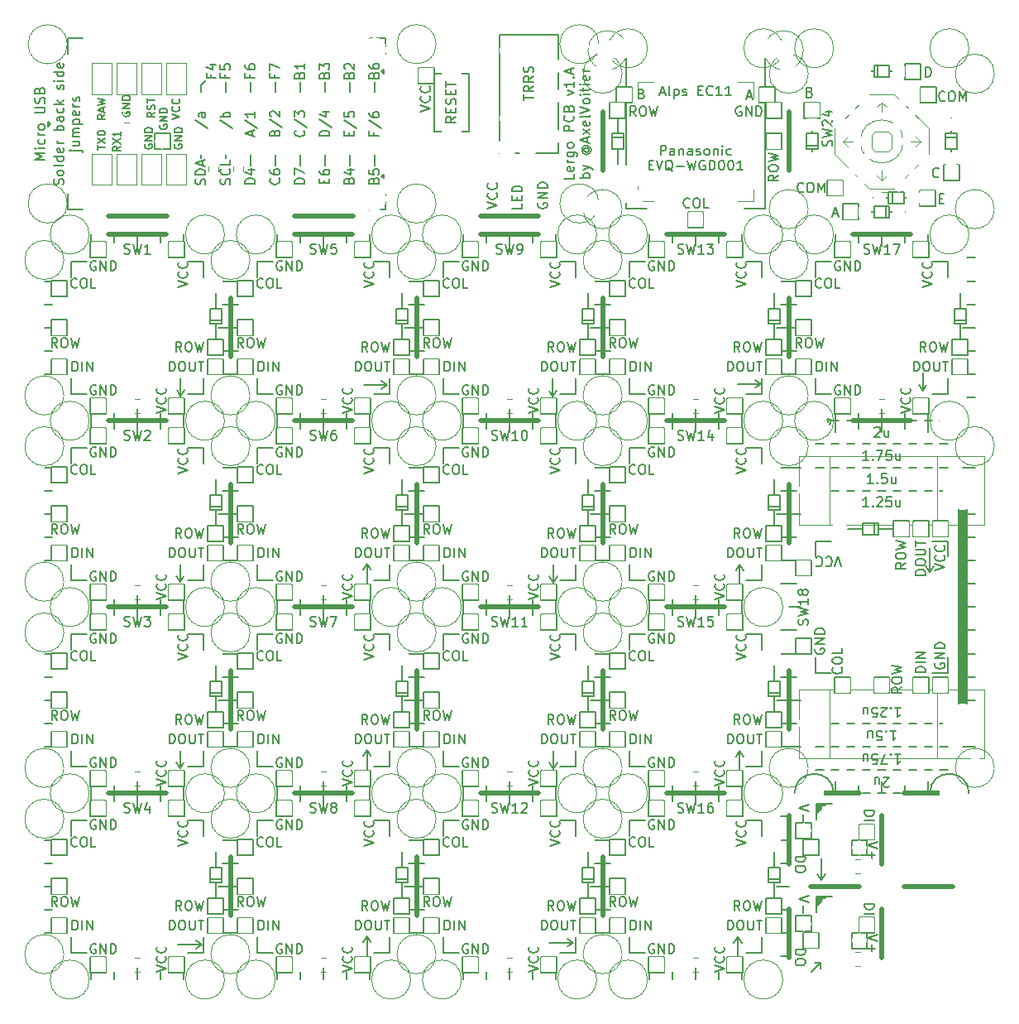
<source format=gto>
%TF.GenerationSoftware,KiCad,Pcbnew,5.1.12-84ad8e8a86~92~ubuntu20.04.1*%
%TF.CreationDate,2021-11-14T16:01:40+01:00*%
%TF.ProjectId,Lergo,4c657267-6f2e-46b6-9963-61645f706362,v1.A*%
%TF.SameCoordinates,Original*%
%TF.FileFunction,Legend,Top*%
%TF.FilePolarity,Positive*%
%FSLAX46Y46*%
G04 Gerber Fmt 4.6, Leading zero omitted, Abs format (unit mm)*
G04 Created by KiCad (PCBNEW 5.1.12-84ad8e8a86~92~ubuntu20.04.1) date 2021-11-14 16:01:40*
%MOMM*%
%LPD*%
G01*
G04 APERTURE LIST*
%ADD10C,0.150000*%
%ADD11C,0.100000*%
%ADD12C,0.200000*%
%ADD13C,0.120000*%
%ADD14C,0.500000*%
%ADD15C,1.000000*%
%ADD16C,1.500000*%
%ADD17C,3.100000*%
%ADD18C,1.800000*%
%ADD19C,4.100000*%
%ADD20C,2.100000*%
%ADD21O,2.350000X2.500000*%
%ADD22C,1.950000*%
%ADD23O,2.150000X2.500000*%
%ADD24O,1.500000X1.500000*%
%ADD25C,0.900000*%
%ADD26C,1.100000*%
%ADD27C,1.700000*%
%ADD28C,1.600000*%
%ADD29O,1.800000X2.100000*%
%ADD30C,1.300000*%
G04 APERTURE END LIST*
D10*
X117197130Y-70127714D02*
X116720940Y-70461047D01*
X117197130Y-70699142D02*
X116197130Y-70699142D01*
X116197130Y-70318190D01*
X116244750Y-70222952D01*
X116292369Y-70175333D01*
X116387607Y-70127714D01*
X116530464Y-70127714D01*
X116625702Y-70175333D01*
X116673321Y-70222952D01*
X116720940Y-70318190D01*
X116720940Y-70699142D01*
X116197130Y-69508666D02*
X116197130Y-69318190D01*
X116244750Y-69222952D01*
X116339988Y-69127714D01*
X116530464Y-69080095D01*
X116863797Y-69080095D01*
X117054273Y-69127714D01*
X117149511Y-69222952D01*
X117197130Y-69318190D01*
X117197130Y-69508666D01*
X117149511Y-69603904D01*
X117054273Y-69699142D01*
X116863797Y-69746761D01*
X116530464Y-69746761D01*
X116339988Y-69699142D01*
X116244750Y-69603904D01*
X116197130Y-69508666D01*
X116197130Y-68746761D02*
X117197130Y-68508666D01*
X116482845Y-68318190D01*
X117197130Y-68127714D01*
X116197130Y-67889619D01*
X108124702Y-73382326D02*
X108077083Y-73429945D01*
X107934226Y-73477564D01*
X107838988Y-73477564D01*
X107696130Y-73429945D01*
X107600892Y-73334707D01*
X107553273Y-73239469D01*
X107505654Y-73048993D01*
X107505654Y-72906136D01*
X107553273Y-72715660D01*
X107600892Y-72620422D01*
X107696130Y-72525184D01*
X107838988Y-72477564D01*
X107934226Y-72477564D01*
X108077083Y-72525184D01*
X108124702Y-72572803D01*
X108743750Y-72477564D02*
X108934226Y-72477564D01*
X109029464Y-72525184D01*
X109124702Y-72620422D01*
X109172321Y-72810898D01*
X109172321Y-73144231D01*
X109124702Y-73334707D01*
X109029464Y-73429945D01*
X108934226Y-73477564D01*
X108743750Y-73477564D01*
X108648511Y-73429945D01*
X108553273Y-73334707D01*
X108505654Y-73144231D01*
X108505654Y-72810898D01*
X108553273Y-72620422D01*
X108648511Y-72525184D01*
X108743750Y-72477564D01*
X110077083Y-73477564D02*
X109600892Y-73477564D01*
X109600892Y-72477564D01*
X113409035Y-63127000D02*
X113313797Y-63079380D01*
X113170940Y-63079380D01*
X113028083Y-63127000D01*
X112932845Y-63222238D01*
X112885226Y-63317476D01*
X112837607Y-63507952D01*
X112837607Y-63650809D01*
X112885226Y-63841285D01*
X112932845Y-63936523D01*
X113028083Y-64031761D01*
X113170940Y-64079380D01*
X113266178Y-64079380D01*
X113409035Y-64031761D01*
X113456654Y-63984142D01*
X113456654Y-63650809D01*
X113266178Y-63650809D01*
X113885226Y-64079380D02*
X113885226Y-63079380D01*
X114456654Y-64079380D01*
X114456654Y-63079380D01*
X114932845Y-64079380D02*
X114932845Y-63079380D01*
X115170940Y-63079380D01*
X115313797Y-63127000D01*
X115409035Y-63222238D01*
X115456654Y-63317476D01*
X115504273Y-63507952D01*
X115504273Y-63650809D01*
X115456654Y-63841285D01*
X115409035Y-63936523D01*
X115313797Y-64031761D01*
X115170940Y-64079380D01*
X114932845Y-64079380D01*
X114030154Y-62079166D02*
X114506345Y-62079166D01*
X113934916Y-62364880D02*
X114268250Y-61364880D01*
X114601583Y-62364880D01*
X102624035Y-64079380D02*
X102290702Y-63603190D01*
X102052607Y-64079380D02*
X102052607Y-63079380D01*
X102433559Y-63079380D01*
X102528797Y-63127000D01*
X102576416Y-63174619D01*
X102624035Y-63269857D01*
X102624035Y-63412714D01*
X102576416Y-63507952D01*
X102528797Y-63555571D01*
X102433559Y-63603190D01*
X102052607Y-63603190D01*
X103243083Y-63079380D02*
X103433559Y-63079380D01*
X103528797Y-63127000D01*
X103624035Y-63222238D01*
X103671654Y-63412714D01*
X103671654Y-63746047D01*
X103624035Y-63936523D01*
X103528797Y-64031761D01*
X103433559Y-64079380D01*
X103243083Y-64079380D01*
X103147845Y-64031761D01*
X103052607Y-63936523D01*
X103004988Y-63746047D01*
X103004988Y-63412714D01*
X103052607Y-63222238D01*
X103147845Y-63127000D01*
X103243083Y-63079380D01*
X104004988Y-63079380D02*
X104243083Y-64079380D01*
X104433559Y-63365095D01*
X104624035Y-64079380D01*
X104862130Y-63079380D01*
X103215178Y-61803571D02*
X103358035Y-61851190D01*
X103405654Y-61898809D01*
X103453273Y-61994047D01*
X103453273Y-62136904D01*
X103405654Y-62232142D01*
X103358035Y-62279761D01*
X103262797Y-62327380D01*
X102881845Y-62327380D01*
X102881845Y-61327380D01*
X103215178Y-61327380D01*
X103310416Y-61375000D01*
X103358035Y-61422619D01*
X103405654Y-61517857D01*
X103405654Y-61613095D01*
X103358035Y-61708333D01*
X103310416Y-61755952D01*
X103215178Y-61803571D01*
X102881845Y-61803571D01*
X132294345Y-60078880D02*
X132294345Y-59078880D01*
X132532440Y-59078880D01*
X132675297Y-59126500D01*
X132770535Y-59221738D01*
X132818154Y-59316976D01*
X132865773Y-59507452D01*
X132865773Y-59650309D01*
X132818154Y-59840785D01*
X132770535Y-59936023D01*
X132675297Y-60031261D01*
X132532440Y-60078880D01*
X132294345Y-60078880D01*
X133627773Y-70270642D02*
X133580154Y-70318261D01*
X133437297Y-70365880D01*
X133342059Y-70365880D01*
X133199202Y-70318261D01*
X133103964Y-70223023D01*
X133056345Y-70127785D01*
X133008726Y-69937309D01*
X133008726Y-69794452D01*
X133056345Y-69603976D01*
X133103964Y-69508738D01*
X133199202Y-69413500D01*
X133342059Y-69365880D01*
X133437297Y-69365880D01*
X133580154Y-69413500D01*
X133627773Y-69461119D01*
X120435678Y-61650571D02*
X120578535Y-61698190D01*
X120626154Y-61745809D01*
X120673773Y-61841047D01*
X120673773Y-61983904D01*
X120626154Y-62079142D01*
X120578535Y-62126761D01*
X120483297Y-62174380D01*
X120102345Y-62174380D01*
X120102345Y-61174380D01*
X120435678Y-61174380D01*
X120530916Y-61222000D01*
X120578535Y-61269619D01*
X120626154Y-61364857D01*
X120626154Y-61460095D01*
X120578535Y-61555333D01*
X120530916Y-61602952D01*
X120435678Y-61650571D01*
X120102345Y-61650571D01*
X134247035Y-62460142D02*
X134199416Y-62507761D01*
X134056559Y-62555380D01*
X133961321Y-62555380D01*
X133818464Y-62507761D01*
X133723226Y-62412523D01*
X133675607Y-62317285D01*
X133627988Y-62126809D01*
X133627988Y-61983952D01*
X133675607Y-61793476D01*
X133723226Y-61698238D01*
X133818464Y-61603000D01*
X133961321Y-61555380D01*
X134056559Y-61555380D01*
X134199416Y-61603000D01*
X134247035Y-61650619D01*
X134866083Y-61555380D02*
X135056559Y-61555380D01*
X135151797Y-61603000D01*
X135247035Y-61698238D01*
X135294654Y-61888714D01*
X135294654Y-62222047D01*
X135247035Y-62412523D01*
X135151797Y-62507761D01*
X135056559Y-62555380D01*
X134866083Y-62555380D01*
X134770845Y-62507761D01*
X134675607Y-62412523D01*
X134627988Y-62222047D01*
X134627988Y-61888714D01*
X134675607Y-61698238D01*
X134770845Y-61603000D01*
X134866083Y-61555380D01*
X135723226Y-62555380D02*
X135723226Y-61555380D01*
X136056559Y-62269666D01*
X136389892Y-61555380D01*
X136389892Y-62555380D01*
X133675464Y-72509071D02*
X134008797Y-72509071D01*
X134151654Y-73032880D02*
X133675464Y-73032880D01*
X133675464Y-72032880D01*
X134151654Y-72032880D01*
X119769035Y-71794642D02*
X119721416Y-71842261D01*
X119578559Y-71889880D01*
X119483321Y-71889880D01*
X119340464Y-71842261D01*
X119245226Y-71747023D01*
X119197607Y-71651785D01*
X119149988Y-71461309D01*
X119149988Y-71318452D01*
X119197607Y-71127976D01*
X119245226Y-71032738D01*
X119340464Y-70937500D01*
X119483321Y-70889880D01*
X119578559Y-70889880D01*
X119721416Y-70937500D01*
X119769035Y-70985119D01*
X120388083Y-70889880D02*
X120578559Y-70889880D01*
X120673797Y-70937500D01*
X120769035Y-71032738D01*
X120816654Y-71223214D01*
X120816654Y-71556547D01*
X120769035Y-71747023D01*
X120673797Y-71842261D01*
X120578559Y-71889880D01*
X120388083Y-71889880D01*
X120292845Y-71842261D01*
X120197607Y-71747023D01*
X120149988Y-71556547D01*
X120149988Y-71223214D01*
X120197607Y-71032738D01*
X120292845Y-70937500D01*
X120388083Y-70889880D01*
X121245226Y-71889880D02*
X121245226Y-70889880D01*
X121578559Y-71604166D01*
X121911892Y-70889880D01*
X121911892Y-71889880D01*
X122793154Y-74080666D02*
X123269345Y-74080666D01*
X122697916Y-74366380D02*
X123031250Y-73366380D01*
X123364583Y-74366380D01*
X132715250Y-110684500D02*
X132315250Y-110084500D01*
X132715250Y-110684500D02*
X133115250Y-110084500D01*
X132715250Y-108284500D02*
X132715250Y-110684500D01*
X131999750Y-92159000D02*
X132399750Y-91559000D01*
X131999750Y-92159000D02*
X131599750Y-91559000D01*
X131999750Y-90297000D02*
X131999750Y-92159000D01*
X113015250Y-91471500D02*
X115415250Y-91471500D01*
X115415250Y-91471500D02*
X114815250Y-91071500D01*
X115415250Y-91471500D02*
X114815250Y-91871500D01*
X113252250Y-109986500D02*
X113652250Y-110586500D01*
X113252250Y-111823500D02*
X113252250Y-109986500D01*
X113252250Y-109986500D02*
X112852250Y-110586500D01*
X113252250Y-129036500D02*
X113652250Y-129636500D01*
X113252250Y-130873500D02*
X113252250Y-129036500D01*
X113252250Y-129036500D02*
X112852250Y-129636500D01*
X113061750Y-148086500D02*
X112661750Y-148686500D01*
X113061750Y-149923500D02*
X113061750Y-148086500D01*
X113061750Y-148086500D02*
X113461750Y-148686500D01*
X93774750Y-148621500D02*
X96174750Y-148621500D01*
X96174750Y-148621500D02*
X95574750Y-149021500D01*
X96174750Y-148621500D02*
X95574750Y-148221500D01*
X94186750Y-130830500D02*
X94586750Y-130230500D01*
X94186750Y-130830500D02*
X93786750Y-130230500D01*
X94186750Y-128968500D02*
X94186750Y-130830500D01*
X94186750Y-111780500D02*
X94586750Y-111180500D01*
X94186750Y-111780500D02*
X93786750Y-111180500D01*
X94186750Y-109918500D02*
X94186750Y-111780500D01*
X94127250Y-90868500D02*
X94127250Y-92790000D01*
X94127250Y-92790000D02*
X93727250Y-92190000D01*
X94127250Y-92790000D02*
X94527250Y-92190000D01*
X77159250Y-91596500D02*
X76559250Y-91196500D01*
X77159250Y-91596500D02*
X76559250Y-91996500D01*
X74759250Y-91596500D02*
X77159250Y-91596500D01*
X75086750Y-111823500D02*
X75086750Y-109902000D01*
X75086750Y-109902000D02*
X75486750Y-110502000D01*
X75086750Y-109902000D02*
X74686750Y-110502000D01*
X75086750Y-130873500D02*
X75086750Y-128902000D01*
X75086750Y-128902000D02*
X74686750Y-129502000D01*
X75086750Y-128902000D02*
X75486750Y-129502000D01*
X75086750Y-147952000D02*
X75486750Y-148552000D01*
X75086750Y-147952000D02*
X74686750Y-148552000D01*
X75086750Y-149923500D02*
X75086750Y-147952000D01*
X58165250Y-148812000D02*
X57565250Y-149212000D01*
X58165250Y-148812000D02*
X57565250Y-148412000D01*
X55765250Y-148812000D02*
X58165250Y-148812000D01*
X55956750Y-128968500D02*
X55956750Y-130825000D01*
X55956750Y-130825000D02*
X56356750Y-130225000D01*
X55956750Y-130825000D02*
X55556750Y-130225000D01*
X55956750Y-111765500D02*
X55556750Y-111165500D01*
X55956750Y-109918500D02*
X55956750Y-111765500D01*
X55956750Y-111765500D02*
X56356750Y-111165500D01*
X56027250Y-92730500D02*
X56427250Y-92130500D01*
X56027250Y-92730500D02*
X55627250Y-92130500D01*
X56027250Y-90868500D02*
X56027250Y-92730500D01*
X60642500Y-67275000D02*
X60642500Y-68375000D01*
X58102500Y-67275000D02*
X58102500Y-68375000D01*
X58102501Y-60960000D02*
X58642250Y-60388500D01*
X121507250Y-150685500D02*
X120935750Y-150685500D01*
X121507250Y-150685500D02*
X121507250Y-151257000D01*
X121507250Y-150685500D02*
X120554750Y-151638000D01*
X80573630Y-63626833D02*
X81573630Y-63293500D01*
X80573630Y-62960166D01*
X81478392Y-62055404D02*
X81526011Y-62103023D01*
X81573630Y-62245880D01*
X81573630Y-62341119D01*
X81526011Y-62483976D01*
X81430773Y-62579214D01*
X81335535Y-62626833D01*
X81145059Y-62674452D01*
X81002202Y-62674452D01*
X80811726Y-62626833D01*
X80716488Y-62579214D01*
X80621250Y-62483976D01*
X80573630Y-62341119D01*
X80573630Y-62245880D01*
X80621250Y-62103023D01*
X80668869Y-62055404D01*
X81478392Y-61055404D02*
X81526011Y-61103023D01*
X81573630Y-61245880D01*
X81573630Y-61341119D01*
X81526011Y-61483976D01*
X81430773Y-61579214D01*
X81335535Y-61626833D01*
X81145059Y-61674452D01*
X81002202Y-61674452D01*
X80811726Y-61626833D01*
X80716488Y-61579214D01*
X80621250Y-61483976D01*
X80573630Y-61341119D01*
X80573630Y-61245880D01*
X80621250Y-61103023D01*
X80668869Y-61055404D01*
X75811071Y-65732142D02*
X75811071Y-66065476D01*
X76334880Y-66065476D02*
X75334880Y-66065476D01*
X75334880Y-65589285D01*
X75287261Y-64494047D02*
X76572976Y-65351190D01*
X75334880Y-63732142D02*
X75334880Y-63922619D01*
X75382500Y-64017857D01*
X75430119Y-64065476D01*
X75572976Y-64160714D01*
X75763452Y-64208333D01*
X76144404Y-64208333D01*
X76239642Y-64160714D01*
X76287261Y-64113095D01*
X76334880Y-64017857D01*
X76334880Y-63827380D01*
X76287261Y-63732142D01*
X76239642Y-63684523D01*
X76144404Y-63636904D01*
X75906309Y-63636904D01*
X75811071Y-63684523D01*
X75763452Y-63732142D01*
X75715833Y-63827380D01*
X75715833Y-64017857D01*
X75763452Y-64113095D01*
X75811071Y-64160714D01*
X75906309Y-64208333D01*
X73271071Y-66089285D02*
X73271071Y-65755952D01*
X73794880Y-65613095D02*
X73794880Y-66089285D01*
X72794880Y-66089285D01*
X72794880Y-65613095D01*
X72747261Y-64470238D02*
X74032976Y-65327380D01*
X72794880Y-63660714D02*
X72794880Y-64136904D01*
X73271071Y-64184523D01*
X73223452Y-64136904D01*
X73175833Y-64041666D01*
X73175833Y-63803571D01*
X73223452Y-63708333D01*
X73271071Y-63660714D01*
X73366309Y-63613095D01*
X73604404Y-63613095D01*
X73699642Y-63660714D01*
X73747261Y-63708333D01*
X73794880Y-63803571D01*
X73794880Y-64041666D01*
X73747261Y-64136904D01*
X73699642Y-64184523D01*
X71254880Y-66136904D02*
X70254880Y-66136904D01*
X70254880Y-65898809D01*
X70302500Y-65755952D01*
X70397738Y-65660714D01*
X70492976Y-65613095D01*
X70683452Y-65565476D01*
X70826309Y-65565476D01*
X71016785Y-65613095D01*
X71112023Y-65660714D01*
X71207261Y-65755952D01*
X71254880Y-65898809D01*
X71254880Y-66136904D01*
X70207261Y-64422619D02*
X71492976Y-65279761D01*
X70588214Y-63660714D02*
X71254880Y-63660714D01*
X70207261Y-63898809D02*
X70921547Y-64136904D01*
X70921547Y-63517857D01*
X68619642Y-65565476D02*
X68667261Y-65613095D01*
X68714880Y-65755952D01*
X68714880Y-65851190D01*
X68667261Y-65994047D01*
X68572023Y-66089285D01*
X68476785Y-66136904D01*
X68286309Y-66184523D01*
X68143452Y-66184523D01*
X67952976Y-66136904D01*
X67857738Y-66089285D01*
X67762500Y-65994047D01*
X67714880Y-65851190D01*
X67714880Y-65755952D01*
X67762500Y-65613095D01*
X67810119Y-65565476D01*
X67667261Y-64422619D02*
X68952976Y-65279761D01*
X67714880Y-64184523D02*
X67714880Y-63565476D01*
X68095833Y-63898809D01*
X68095833Y-63755952D01*
X68143452Y-63660714D01*
X68191071Y-63613095D01*
X68286309Y-63565476D01*
X68524404Y-63565476D01*
X68619642Y-63613095D01*
X68667261Y-63660714D01*
X68714880Y-63755952D01*
X68714880Y-64041666D01*
X68667261Y-64136904D01*
X68619642Y-64184523D01*
X65651071Y-65803571D02*
X65698690Y-65660714D01*
X65746309Y-65613095D01*
X65841547Y-65565476D01*
X65984404Y-65565476D01*
X66079642Y-65613095D01*
X66127261Y-65660714D01*
X66174880Y-65755952D01*
X66174880Y-66136904D01*
X65174880Y-66136904D01*
X65174880Y-65803571D01*
X65222500Y-65708333D01*
X65270119Y-65660714D01*
X65365357Y-65613095D01*
X65460595Y-65613095D01*
X65555833Y-65660714D01*
X65603452Y-65708333D01*
X65651071Y-65803571D01*
X65651071Y-66136904D01*
X65127261Y-64422619D02*
X66412976Y-65279761D01*
X65270119Y-64136904D02*
X65222500Y-64089285D01*
X65174880Y-63994047D01*
X65174880Y-63755952D01*
X65222500Y-63660714D01*
X65270119Y-63613095D01*
X65365357Y-63565476D01*
X65460595Y-63565476D01*
X65603452Y-63613095D01*
X66174880Y-64184523D01*
X66174880Y-63565476D01*
X63349166Y-66113095D02*
X63349166Y-65636904D01*
X63634880Y-66208333D02*
X62634880Y-65875000D01*
X63634880Y-65541666D01*
X62587261Y-64494047D02*
X63872976Y-65351190D01*
X63634880Y-63636904D02*
X63634880Y-64208333D01*
X63634880Y-63922619D02*
X62634880Y-63922619D01*
X62777738Y-64017857D01*
X62872976Y-64113095D01*
X62920595Y-64208333D01*
X60047261Y-64517857D02*
X61332976Y-65375000D01*
X61094880Y-64184523D02*
X60094880Y-64184523D01*
X60475833Y-64184523D02*
X60428214Y-64089285D01*
X60428214Y-63898809D01*
X60475833Y-63803571D01*
X60523452Y-63755952D01*
X60618690Y-63708333D01*
X60904404Y-63708333D01*
X60999642Y-63755952D01*
X61047261Y-63803571D01*
X61094880Y-63898809D01*
X61094880Y-64089285D01*
X61047261Y-64184523D01*
X57507261Y-64517857D02*
X58792976Y-65375000D01*
X58554880Y-63755952D02*
X58031071Y-63755952D01*
X57935833Y-63803571D01*
X57888214Y-63898809D01*
X57888214Y-64089285D01*
X57935833Y-64184523D01*
X58507261Y-63755952D02*
X58554880Y-63851190D01*
X58554880Y-64089285D01*
X58507261Y-64184523D01*
X58412023Y-64232142D01*
X58316785Y-64232142D01*
X58221547Y-64184523D01*
X58173928Y-64089285D01*
X58173928Y-63851190D01*
X58126309Y-63755952D01*
X53371748Y-67446752D02*
X53371748Y-65859248D01*
X54959252Y-67446752D02*
X53371748Y-67446752D01*
X54959252Y-65859248D02*
X54959252Y-67446752D01*
X53371748Y-65859248D02*
X54959252Y-65859248D01*
X121610250Y-142248000D02*
X122010250Y-141648000D01*
X121610250Y-140017500D02*
X121610250Y-142248000D01*
X121610250Y-142248000D02*
X121210250Y-141648000D01*
X126007869Y-144661000D02*
X127007869Y-144661000D01*
X127007869Y-144899095D01*
X126960250Y-145041952D01*
X126865011Y-145137190D01*
X126769773Y-145184809D01*
X126579297Y-145232428D01*
X126436440Y-145232428D01*
X126245964Y-145184809D01*
X126150726Y-145137190D01*
X126055488Y-145041952D01*
X126007869Y-144899095D01*
X126007869Y-144661000D01*
X126007869Y-145661000D02*
X127007869Y-145661000D01*
X127388869Y-138303119D02*
X126388869Y-138636452D01*
X127388869Y-138969785D01*
X126769821Y-139303119D02*
X126769821Y-140065023D01*
X126388869Y-139684071D02*
X127150773Y-139684071D01*
X118959369Y-149328285D02*
X119959369Y-149328285D01*
X119959369Y-149566380D01*
X119911750Y-149709238D01*
X119816511Y-149804476D01*
X119721273Y-149852095D01*
X119530797Y-149899714D01*
X119387940Y-149899714D01*
X119197464Y-149852095D01*
X119102226Y-149804476D01*
X119006988Y-149709238D01*
X118959369Y-149566380D01*
X118959369Y-149328285D01*
X119959369Y-150518761D02*
X119959369Y-150709238D01*
X119911750Y-150804476D01*
X119816511Y-150899714D01*
X119626035Y-150947333D01*
X119292702Y-150947333D01*
X119102226Y-150899714D01*
X119006988Y-150804476D01*
X118959369Y-150709238D01*
X118959369Y-150518761D01*
X119006988Y-150423523D01*
X119102226Y-150328285D01*
X119292702Y-150280666D01*
X119626035Y-150280666D01*
X119816511Y-150328285D01*
X119911750Y-150423523D01*
X119959369Y-150518761D01*
X120340369Y-134493119D02*
X119340369Y-134826452D01*
X120340369Y-135159785D01*
X119721321Y-135493119D02*
X119721321Y-136255023D01*
X120340369Y-143827619D02*
X119340369Y-144160952D01*
X120340369Y-144494285D01*
X119721321Y-144827619D02*
X119721321Y-145589523D01*
X118959369Y-139803285D02*
X119959369Y-139803285D01*
X119959369Y-140041380D01*
X119911750Y-140184238D01*
X119816511Y-140279476D01*
X119721273Y-140327095D01*
X119530797Y-140374714D01*
X119387940Y-140374714D01*
X119197464Y-140327095D01*
X119102226Y-140279476D01*
X119006988Y-140184238D01*
X118959369Y-140041380D01*
X118959369Y-139803285D01*
X119959369Y-140993761D02*
X119959369Y-141184238D01*
X119911750Y-141279476D01*
X119816511Y-141374714D01*
X119626035Y-141422333D01*
X119292702Y-141422333D01*
X119102226Y-141374714D01*
X119006988Y-141279476D01*
X118959369Y-141184238D01*
X118959369Y-140993761D01*
X119006988Y-140898523D01*
X119102226Y-140803285D01*
X119292702Y-140755666D01*
X119626035Y-140755666D01*
X119816511Y-140803285D01*
X119911750Y-140898523D01*
X119959369Y-140993761D01*
X127388869Y-147828119D02*
X126388869Y-148161452D01*
X127388869Y-148494785D01*
X126769821Y-148828119D02*
X126769821Y-149590023D01*
X126388869Y-149209071D02*
X127150773Y-149209071D01*
X126007869Y-135136000D02*
X127007869Y-135136000D01*
X127007869Y-135374095D01*
X126960250Y-135516952D01*
X126865011Y-135612190D01*
X126769773Y-135659809D01*
X126579297Y-135707428D01*
X126436440Y-135707428D01*
X126245964Y-135659809D01*
X126150726Y-135612190D01*
X126055488Y-135516952D01*
X126007869Y-135374095D01*
X126007869Y-135136000D01*
X126007869Y-136136000D02*
X127007869Y-136136000D01*
X75882501Y-67256250D02*
X75882501Y-69161250D01*
X73342501Y-67256250D02*
X73342501Y-69161250D01*
X70802501Y-67256250D02*
X70802501Y-69161250D01*
X68262501Y-67256250D02*
X68262501Y-69161250D01*
X65722501Y-67256250D02*
X65722501Y-69161250D01*
X63182501Y-67256250D02*
X63182501Y-69161250D01*
X75882501Y-62493750D02*
X75882501Y-60588750D01*
X73342501Y-62493750D02*
X73342501Y-60588750D01*
X70802501Y-62493750D02*
X70802501Y-60588750D01*
X68262501Y-62493750D02*
X68262501Y-60588750D01*
X65722501Y-62493750D02*
X65722501Y-60588750D01*
X63182501Y-62493750D02*
X63182501Y-60588750D01*
X60642501Y-62493750D02*
X60642501Y-60588750D01*
X58102501Y-62493750D02*
X58102501Y-60960000D01*
X53892500Y-64976523D02*
X53854404Y-65052714D01*
X53854404Y-65167000D01*
X53892500Y-65281285D01*
X53968690Y-65357476D01*
X54044880Y-65395571D01*
X54197261Y-65433666D01*
X54311547Y-65433666D01*
X54463928Y-65395571D01*
X54540119Y-65357476D01*
X54616309Y-65281285D01*
X54654404Y-65167000D01*
X54654404Y-65090809D01*
X54616309Y-64976523D01*
X54578214Y-64938428D01*
X54311547Y-64938428D01*
X54311547Y-65090809D01*
X54654404Y-64595571D02*
X53854404Y-64595571D01*
X54654404Y-64138428D01*
X53854404Y-64138428D01*
X54654404Y-63757476D02*
X53854404Y-63757476D01*
X53854404Y-63567000D01*
X53892500Y-63452714D01*
X53968690Y-63376523D01*
X54044880Y-63338428D01*
X54197261Y-63300333D01*
X54311547Y-63300333D01*
X54463928Y-63338428D01*
X54540119Y-63376523D01*
X54616309Y-63452714D01*
X54654404Y-63567000D01*
X54654404Y-63757476D01*
G36*
X76795506Y-59715780D02*
G01*
X76597068Y-59517342D01*
X76795506Y-59318904D01*
X76795506Y-59715780D01*
G37*
X76795506Y-59715780D02*
X76597068Y-59517342D01*
X76795506Y-59318904D01*
X76795506Y-59715780D01*
G36*
X76795506Y-70431432D02*
G01*
X76597068Y-70232994D01*
X76795506Y-70034556D01*
X76795506Y-70431432D01*
G37*
X76795506Y-70431432D02*
X76597068Y-70232994D01*
X76795506Y-70034556D01*
X76795506Y-70431432D01*
X92622750Y-72961404D02*
X92575130Y-73056642D01*
X92575130Y-73199500D01*
X92622750Y-73342357D01*
X92717988Y-73437595D01*
X92813226Y-73485214D01*
X93003702Y-73532833D01*
X93146559Y-73532833D01*
X93337035Y-73485214D01*
X93432273Y-73437595D01*
X93527511Y-73342357D01*
X93575130Y-73199500D01*
X93575130Y-73104261D01*
X93527511Y-72961404D01*
X93479892Y-72913785D01*
X93146559Y-72913785D01*
X93146559Y-73104261D01*
X93575130Y-72485214D02*
X92575130Y-72485214D01*
X93575130Y-71913785D01*
X92575130Y-71913785D01*
X93575130Y-71437595D02*
X92575130Y-71437595D01*
X92575130Y-71199500D01*
X92622750Y-71056642D01*
X92717988Y-70961404D01*
X92813226Y-70913785D01*
X93003702Y-70866166D01*
X93146559Y-70866166D01*
X93337035Y-70913785D01*
X93432273Y-70961404D01*
X93527511Y-71056642D01*
X93575130Y-71199500D01*
X93575130Y-71437595D01*
X87431630Y-73532833D02*
X88431630Y-73199500D01*
X87431630Y-72866166D01*
X88336392Y-71961404D02*
X88384011Y-72009023D01*
X88431630Y-72151880D01*
X88431630Y-72247119D01*
X88384011Y-72389976D01*
X88288773Y-72485214D01*
X88193535Y-72532833D01*
X88003059Y-72580452D01*
X87860202Y-72580452D01*
X87669726Y-72532833D01*
X87574488Y-72485214D01*
X87479250Y-72389976D01*
X87431630Y-72247119D01*
X87431630Y-72151880D01*
X87479250Y-72009023D01*
X87526869Y-71961404D01*
X88336392Y-70961404D02*
X88384011Y-71009023D01*
X88431630Y-71151880D01*
X88431630Y-71247119D01*
X88384011Y-71389976D01*
X88288773Y-71485214D01*
X88193535Y-71532833D01*
X88003059Y-71580452D01*
X87860202Y-71580452D01*
X87669726Y-71532833D01*
X87574488Y-71485214D01*
X87479250Y-71389976D01*
X87431630Y-71247119D01*
X87431630Y-71151880D01*
X87479250Y-71009023D01*
X87526869Y-70961404D01*
X90979568Y-73032857D02*
X90979568Y-73509047D01*
X89979568Y-73509047D01*
X90455759Y-72699523D02*
X90455759Y-72366190D01*
X90979568Y-72223333D02*
X90979568Y-72699523D01*
X89979568Y-72699523D01*
X89979568Y-72223333D01*
X90979568Y-71794761D02*
X89979568Y-71794761D01*
X89979568Y-71556666D01*
X90027188Y-71413809D01*
X90122426Y-71318571D01*
X90217664Y-71270952D01*
X90408140Y-71223333D01*
X90550997Y-71223333D01*
X90741473Y-71270952D01*
X90836711Y-71318571D01*
X90931949Y-71413809D01*
X90979568Y-71556666D01*
X90979568Y-71794761D01*
X75811071Y-70677261D02*
X75858690Y-70534404D01*
X75906309Y-70486785D01*
X76001547Y-70439166D01*
X76144404Y-70439166D01*
X76239642Y-70486785D01*
X76287261Y-70534404D01*
X76334880Y-70629642D01*
X76334880Y-71010595D01*
X75334880Y-71010595D01*
X75334880Y-70677261D01*
X75382500Y-70582023D01*
X75430119Y-70534404D01*
X75525357Y-70486785D01*
X75620595Y-70486785D01*
X75715833Y-70534404D01*
X75763452Y-70582023D01*
X75811071Y-70677261D01*
X75811071Y-71010595D01*
X75334880Y-69534404D02*
X75334880Y-70010595D01*
X75811071Y-70058214D01*
X75763452Y-70010595D01*
X75715833Y-69915357D01*
X75715833Y-69677261D01*
X75763452Y-69582023D01*
X75811071Y-69534404D01*
X75906309Y-69486785D01*
X76144404Y-69486785D01*
X76239642Y-69534404D01*
X76287261Y-69582023D01*
X76334880Y-69677261D01*
X76334880Y-69915357D01*
X76287261Y-70010595D01*
X76239642Y-70058214D01*
X73271071Y-70677261D02*
X73318690Y-70534404D01*
X73366309Y-70486785D01*
X73461547Y-70439166D01*
X73604404Y-70439166D01*
X73699642Y-70486785D01*
X73747261Y-70534404D01*
X73794880Y-70629642D01*
X73794880Y-71010595D01*
X72794880Y-71010595D01*
X72794880Y-70677261D01*
X72842500Y-70582023D01*
X72890119Y-70534404D01*
X72985357Y-70486785D01*
X73080595Y-70486785D01*
X73175833Y-70534404D01*
X73223452Y-70582023D01*
X73271071Y-70677261D01*
X73271071Y-71010595D01*
X73128214Y-69582023D02*
X73794880Y-69582023D01*
X72747261Y-69820119D02*
X73461547Y-70058214D01*
X73461547Y-69439166D01*
X70731071Y-70962976D02*
X70731071Y-70629642D01*
X71254880Y-70486785D02*
X71254880Y-70962976D01*
X70254880Y-70962976D01*
X70254880Y-70486785D01*
X70254880Y-69629642D02*
X70254880Y-69820119D01*
X70302500Y-69915357D01*
X70350119Y-69962976D01*
X70492976Y-70058214D01*
X70683452Y-70105833D01*
X71064404Y-70105833D01*
X71159642Y-70058214D01*
X71207261Y-70010595D01*
X71254880Y-69915357D01*
X71254880Y-69724880D01*
X71207261Y-69629642D01*
X71159642Y-69582023D01*
X71064404Y-69534404D01*
X70826309Y-69534404D01*
X70731071Y-69582023D01*
X70683452Y-69629642D01*
X70635833Y-69724880D01*
X70635833Y-69915357D01*
X70683452Y-70010595D01*
X70731071Y-70058214D01*
X70826309Y-70105833D01*
X68714880Y-71010595D02*
X67714880Y-71010595D01*
X67714880Y-70772500D01*
X67762500Y-70629642D01*
X67857738Y-70534404D01*
X67952976Y-70486785D01*
X68143452Y-70439166D01*
X68286309Y-70439166D01*
X68476785Y-70486785D01*
X68572023Y-70534404D01*
X68667261Y-70629642D01*
X68714880Y-70772500D01*
X68714880Y-71010595D01*
X67714880Y-70105833D02*
X67714880Y-69439166D01*
X68714880Y-69867738D01*
X66079642Y-70439166D02*
X66127261Y-70486785D01*
X66174880Y-70629642D01*
X66174880Y-70724880D01*
X66127261Y-70867738D01*
X66032023Y-70962976D01*
X65936785Y-71010595D01*
X65746309Y-71058214D01*
X65603452Y-71058214D01*
X65412976Y-71010595D01*
X65317738Y-70962976D01*
X65222500Y-70867738D01*
X65174880Y-70724880D01*
X65174880Y-70629642D01*
X65222500Y-70486785D01*
X65270119Y-70439166D01*
X65174880Y-69582023D02*
X65174880Y-69772500D01*
X65222500Y-69867738D01*
X65270119Y-69915357D01*
X65412976Y-70010595D01*
X65603452Y-70058214D01*
X65984404Y-70058214D01*
X66079642Y-70010595D01*
X66127261Y-69962976D01*
X66174880Y-69867738D01*
X66174880Y-69677261D01*
X66127261Y-69582023D01*
X66079642Y-69534404D01*
X65984404Y-69486785D01*
X65746309Y-69486785D01*
X65651071Y-69534404D01*
X65603452Y-69582023D01*
X65555833Y-69677261D01*
X65555833Y-69867738D01*
X65603452Y-69962976D01*
X65651071Y-70010595D01*
X65746309Y-70058214D01*
X63634880Y-71010595D02*
X62634880Y-71010595D01*
X62634880Y-70772500D01*
X62682500Y-70629642D01*
X62777738Y-70534404D01*
X62872976Y-70486785D01*
X63063452Y-70439166D01*
X63206309Y-70439166D01*
X63396785Y-70486785D01*
X63492023Y-70534404D01*
X63587261Y-70629642D01*
X63634880Y-70772500D01*
X63634880Y-71010595D01*
X62968214Y-69582023D02*
X63634880Y-69582023D01*
X62587261Y-69820119D02*
X63301547Y-70058214D01*
X63301547Y-69439166D01*
X61047261Y-71065476D02*
X61094880Y-70922619D01*
X61094880Y-70684523D01*
X61047261Y-70589285D01*
X60999642Y-70541666D01*
X60904404Y-70494047D01*
X60809166Y-70494047D01*
X60713928Y-70541666D01*
X60666309Y-70589285D01*
X60618690Y-70684523D01*
X60571071Y-70875000D01*
X60523452Y-70970238D01*
X60475833Y-71017857D01*
X60380595Y-71065476D01*
X60285357Y-71065476D01*
X60190119Y-71017857D01*
X60142500Y-70970238D01*
X60094880Y-70875000D01*
X60094880Y-70636904D01*
X60142500Y-70494047D01*
X60999642Y-69494047D02*
X61047261Y-69541666D01*
X61094880Y-69684523D01*
X61094880Y-69779761D01*
X61047261Y-69922619D01*
X60952023Y-70017857D01*
X60856785Y-70065476D01*
X60666309Y-70113095D01*
X60523452Y-70113095D01*
X60332976Y-70065476D01*
X60237738Y-70017857D01*
X60142500Y-69922619D01*
X60094880Y-69779761D01*
X60094880Y-69684523D01*
X60142500Y-69541666D01*
X60190119Y-69494047D01*
X61094880Y-68589285D02*
X61094880Y-69065476D01*
X60094880Y-69065476D01*
X58507261Y-71089285D02*
X58554880Y-70946428D01*
X58554880Y-70708333D01*
X58507261Y-70613095D01*
X58459642Y-70565476D01*
X58364404Y-70517857D01*
X58269166Y-70517857D01*
X58173928Y-70565476D01*
X58126309Y-70613095D01*
X58078690Y-70708333D01*
X58031071Y-70898809D01*
X57983452Y-70994047D01*
X57935833Y-71041666D01*
X57840595Y-71089285D01*
X57745357Y-71089285D01*
X57650119Y-71041666D01*
X57602500Y-70994047D01*
X57554880Y-70898809D01*
X57554880Y-70660714D01*
X57602500Y-70517857D01*
X58554880Y-70089285D02*
X57554880Y-70089285D01*
X57554880Y-69851190D01*
X57602500Y-69708333D01*
X57697738Y-69613095D01*
X57792976Y-69565476D01*
X57983452Y-69517857D01*
X58126309Y-69517857D01*
X58316785Y-69565476D01*
X58412023Y-69613095D01*
X58507261Y-69708333D01*
X58554880Y-69851190D01*
X58554880Y-70089285D01*
X58269166Y-69136904D02*
X58269166Y-68660714D01*
X58554880Y-69232142D02*
X57554880Y-68898809D01*
X58554880Y-68565476D01*
X55416500Y-66961976D02*
X55378404Y-67038166D01*
X55378404Y-67152452D01*
X55416500Y-67266738D01*
X55492690Y-67342928D01*
X55568880Y-67381023D01*
X55721261Y-67419119D01*
X55835547Y-67419119D01*
X55987928Y-67381023D01*
X56064119Y-67342928D01*
X56140309Y-67266738D01*
X56178404Y-67152452D01*
X56178404Y-67076261D01*
X56140309Y-66961976D01*
X56102214Y-66923880D01*
X55835547Y-66923880D01*
X55835547Y-67076261D01*
X56178404Y-66581023D02*
X55378404Y-66581023D01*
X56178404Y-66123880D01*
X55378404Y-66123880D01*
X56178404Y-65742928D02*
X55378404Y-65742928D01*
X55378404Y-65552452D01*
X55416500Y-65438166D01*
X55492690Y-65361976D01*
X55568880Y-65323880D01*
X55721261Y-65285785D01*
X55835547Y-65285785D01*
X55987928Y-65323880D01*
X56064119Y-65361976D01*
X56140309Y-65438166D01*
X56178404Y-65552452D01*
X56178404Y-65742928D01*
X52368500Y-66961976D02*
X52330404Y-67038166D01*
X52330404Y-67152452D01*
X52368500Y-67266738D01*
X52444690Y-67342928D01*
X52520880Y-67381023D01*
X52673261Y-67419119D01*
X52787547Y-67419119D01*
X52939928Y-67381023D01*
X53016119Y-67342928D01*
X53092309Y-67266738D01*
X53130404Y-67152452D01*
X53130404Y-67076261D01*
X53092309Y-66961976D01*
X53054214Y-66923880D01*
X52787547Y-66923880D01*
X52787547Y-67076261D01*
X53130404Y-66581023D02*
X52330404Y-66581023D01*
X53130404Y-66123880D01*
X52330404Y-66123880D01*
X53130404Y-65742928D02*
X52330404Y-65742928D01*
X52330404Y-65552452D01*
X52368500Y-65438166D01*
X52444690Y-65361976D01*
X52520880Y-65323880D01*
X52673261Y-65285785D01*
X52787547Y-65285785D01*
X52939928Y-65323880D01*
X53016119Y-65361976D01*
X53092309Y-65438166D01*
X53130404Y-65552452D01*
X53130404Y-65742928D01*
X49860154Y-67189285D02*
X49479202Y-67455952D01*
X49860154Y-67646428D02*
X49060154Y-67646428D01*
X49060154Y-67341666D01*
X49098250Y-67265476D01*
X49136345Y-67227380D01*
X49212535Y-67189285D01*
X49326821Y-67189285D01*
X49403011Y-67227380D01*
X49441107Y-67265476D01*
X49479202Y-67341666D01*
X49479202Y-67646428D01*
X49060154Y-66922619D02*
X49860154Y-66389285D01*
X49060154Y-66389285D02*
X49860154Y-66922619D01*
X49860154Y-65665476D02*
X49860154Y-66122619D01*
X49860154Y-65894047D02*
X49060154Y-65894047D01*
X49174440Y-65970238D01*
X49250630Y-66046428D01*
X49288726Y-66122619D01*
X47504404Y-67495309D02*
X47504404Y-67038166D01*
X48304404Y-67266738D02*
X47504404Y-67266738D01*
X47504404Y-66847690D02*
X48304404Y-66314357D01*
X47504404Y-66314357D02*
X48304404Y-66847690D01*
X47504404Y-65857214D02*
X47504404Y-65781023D01*
X47542500Y-65704833D01*
X47580595Y-65666738D01*
X47656785Y-65628642D01*
X47809166Y-65590547D01*
X47999642Y-65590547D01*
X48152023Y-65628642D01*
X48228214Y-65666738D01*
X48266309Y-65704833D01*
X48304404Y-65781023D01*
X48304404Y-65857214D01*
X48266309Y-65933404D01*
X48228214Y-65971500D01*
X48152023Y-66009595D01*
X47999642Y-66047690D01*
X47809166Y-66047690D01*
X47656785Y-66009595D01*
X47580595Y-65971500D01*
X47542500Y-65933404D01*
X47504404Y-65857214D01*
X75811071Y-59882261D02*
X75858690Y-59739404D01*
X75906309Y-59691785D01*
X76001547Y-59644166D01*
X76144404Y-59644166D01*
X76239642Y-59691785D01*
X76287261Y-59739404D01*
X76334880Y-59834642D01*
X76334880Y-60215595D01*
X75334880Y-60215595D01*
X75334880Y-59882261D01*
X75382500Y-59787023D01*
X75430119Y-59739404D01*
X75525357Y-59691785D01*
X75620595Y-59691785D01*
X75715833Y-59739404D01*
X75763452Y-59787023D01*
X75811071Y-59882261D01*
X75811071Y-60215595D01*
X75334880Y-58787023D02*
X75334880Y-58977500D01*
X75382500Y-59072738D01*
X75430119Y-59120357D01*
X75572976Y-59215595D01*
X75763452Y-59263214D01*
X76144404Y-59263214D01*
X76239642Y-59215595D01*
X76287261Y-59167976D01*
X76334880Y-59072738D01*
X76334880Y-58882261D01*
X76287261Y-58787023D01*
X76239642Y-58739404D01*
X76144404Y-58691785D01*
X75906309Y-58691785D01*
X75811071Y-58739404D01*
X75763452Y-58787023D01*
X75715833Y-58882261D01*
X75715833Y-59072738D01*
X75763452Y-59167976D01*
X75811071Y-59215595D01*
X75906309Y-59263214D01*
X73271071Y-59882261D02*
X73318690Y-59739404D01*
X73366309Y-59691785D01*
X73461547Y-59644166D01*
X73604404Y-59644166D01*
X73699642Y-59691785D01*
X73747261Y-59739404D01*
X73794880Y-59834642D01*
X73794880Y-60215595D01*
X72794880Y-60215595D01*
X72794880Y-59882261D01*
X72842500Y-59787023D01*
X72890119Y-59739404D01*
X72985357Y-59691785D01*
X73080595Y-59691785D01*
X73175833Y-59739404D01*
X73223452Y-59787023D01*
X73271071Y-59882261D01*
X73271071Y-60215595D01*
X72890119Y-59263214D02*
X72842500Y-59215595D01*
X72794880Y-59120357D01*
X72794880Y-58882261D01*
X72842500Y-58787023D01*
X72890119Y-58739404D01*
X72985357Y-58691785D01*
X73080595Y-58691785D01*
X73223452Y-58739404D01*
X73794880Y-59310833D01*
X73794880Y-58691785D01*
X70731071Y-59882261D02*
X70778690Y-59739404D01*
X70826309Y-59691785D01*
X70921547Y-59644166D01*
X71064404Y-59644166D01*
X71159642Y-59691785D01*
X71207261Y-59739404D01*
X71254880Y-59834642D01*
X71254880Y-60215595D01*
X70254880Y-60215595D01*
X70254880Y-59882261D01*
X70302500Y-59787023D01*
X70350119Y-59739404D01*
X70445357Y-59691785D01*
X70540595Y-59691785D01*
X70635833Y-59739404D01*
X70683452Y-59787023D01*
X70731071Y-59882261D01*
X70731071Y-60215595D01*
X70254880Y-59310833D02*
X70254880Y-58691785D01*
X70635833Y-59025119D01*
X70635833Y-58882261D01*
X70683452Y-58787023D01*
X70731071Y-58739404D01*
X70826309Y-58691785D01*
X71064404Y-58691785D01*
X71159642Y-58739404D01*
X71207261Y-58787023D01*
X71254880Y-58882261D01*
X71254880Y-59167976D01*
X71207261Y-59263214D01*
X71159642Y-59310833D01*
X68191071Y-59882261D02*
X68238690Y-59739404D01*
X68286309Y-59691785D01*
X68381547Y-59644166D01*
X68524404Y-59644166D01*
X68619642Y-59691785D01*
X68667261Y-59739404D01*
X68714880Y-59834642D01*
X68714880Y-60215595D01*
X67714880Y-60215595D01*
X67714880Y-59882261D01*
X67762500Y-59787023D01*
X67810119Y-59739404D01*
X67905357Y-59691785D01*
X68000595Y-59691785D01*
X68095833Y-59739404D01*
X68143452Y-59787023D01*
X68191071Y-59882261D01*
X68191071Y-60215595D01*
X68714880Y-58691785D02*
X68714880Y-59263214D01*
X68714880Y-58977500D02*
X67714880Y-58977500D01*
X67857738Y-59072738D01*
X67952976Y-59167976D01*
X68000595Y-59263214D01*
X65651071Y-59810833D02*
X65651071Y-60144166D01*
X66174880Y-60144166D02*
X65174880Y-60144166D01*
X65174880Y-59667976D01*
X65174880Y-59382261D02*
X65174880Y-58715595D01*
X66174880Y-59144166D01*
X63111071Y-59810833D02*
X63111071Y-60144166D01*
X63634880Y-60144166D02*
X62634880Y-60144166D01*
X62634880Y-59667976D01*
X62634880Y-58858452D02*
X62634880Y-59048928D01*
X62682500Y-59144166D01*
X62730119Y-59191785D01*
X62872976Y-59287023D01*
X63063452Y-59334642D01*
X63444404Y-59334642D01*
X63539642Y-59287023D01*
X63587261Y-59239404D01*
X63634880Y-59144166D01*
X63634880Y-58953690D01*
X63587261Y-58858452D01*
X63539642Y-58810833D01*
X63444404Y-58763214D01*
X63206309Y-58763214D01*
X63111071Y-58810833D01*
X63063452Y-58858452D01*
X63015833Y-58953690D01*
X63015833Y-59144166D01*
X63063452Y-59239404D01*
X63111071Y-59287023D01*
X63206309Y-59334642D01*
X60571071Y-59810833D02*
X60571071Y-60144166D01*
X61094880Y-60144166D02*
X60094880Y-60144166D01*
X60094880Y-59667976D01*
X60094880Y-58810833D02*
X60094880Y-59287023D01*
X60571071Y-59334642D01*
X60523452Y-59287023D01*
X60475833Y-59191785D01*
X60475833Y-58953690D01*
X60523452Y-58858452D01*
X60571071Y-58810833D01*
X60666309Y-58763214D01*
X60904404Y-58763214D01*
X60999642Y-58810833D01*
X61047261Y-58858452D01*
X61094880Y-58953690D01*
X61094880Y-59191785D01*
X61047261Y-59287023D01*
X60999642Y-59334642D01*
X59142321Y-59810833D02*
X59142321Y-60144166D01*
X59666130Y-60144166D02*
X58666130Y-60144166D01*
X58666130Y-59667976D01*
X58999464Y-58858452D02*
X59666130Y-58858452D01*
X58618511Y-59096547D02*
X59332797Y-59334642D01*
X59332797Y-58715595D01*
X55124544Y-64388023D02*
X55924544Y-64121357D01*
X55124544Y-63854690D01*
X55848354Y-63130880D02*
X55886449Y-63168976D01*
X55924544Y-63283261D01*
X55924544Y-63359452D01*
X55886449Y-63473738D01*
X55810259Y-63549928D01*
X55734068Y-63588023D01*
X55581687Y-63626119D01*
X55467401Y-63626119D01*
X55315020Y-63588023D01*
X55238830Y-63549928D01*
X55162640Y-63473738D01*
X55124544Y-63359452D01*
X55124544Y-63283261D01*
X55162640Y-63168976D01*
X55200735Y-63130880D01*
X55848354Y-62330880D02*
X55886449Y-62368976D01*
X55924544Y-62483261D01*
X55924544Y-62559452D01*
X55886449Y-62673738D01*
X55810259Y-62749928D01*
X55734068Y-62788023D01*
X55581687Y-62826119D01*
X55467401Y-62826119D01*
X55315020Y-62788023D01*
X55238830Y-62749928D01*
X55162640Y-62673738D01*
X55124544Y-62559452D01*
X55124544Y-62483261D01*
X55162640Y-62368976D01*
X55200735Y-62330880D01*
X53384404Y-63702309D02*
X53003452Y-63968976D01*
X53384404Y-64159452D02*
X52584404Y-64159452D01*
X52584404Y-63854690D01*
X52622500Y-63778500D01*
X52660595Y-63740404D01*
X52736785Y-63702309D01*
X52851071Y-63702309D01*
X52927261Y-63740404D01*
X52965357Y-63778500D01*
X53003452Y-63854690D01*
X53003452Y-64159452D01*
X53346309Y-63397547D02*
X53384404Y-63283261D01*
X53384404Y-63092785D01*
X53346309Y-63016595D01*
X53308214Y-62978500D01*
X53232023Y-62940404D01*
X53155833Y-62940404D01*
X53079642Y-62978500D01*
X53041547Y-63016595D01*
X53003452Y-63092785D01*
X52965357Y-63245166D01*
X52927261Y-63321357D01*
X52889166Y-63359452D01*
X52812976Y-63397547D01*
X52736785Y-63397547D01*
X52660595Y-63359452D01*
X52622500Y-63321357D01*
X52584404Y-63245166D01*
X52584404Y-63054690D01*
X52622500Y-62940404D01*
X52584404Y-62711833D02*
X52584404Y-62254690D01*
X53384404Y-62483261D02*
X52584404Y-62483261D01*
X50082500Y-63665023D02*
X50044404Y-63741214D01*
X50044404Y-63855500D01*
X50082500Y-63969785D01*
X50158690Y-64045976D01*
X50234880Y-64084071D01*
X50387261Y-64122166D01*
X50501547Y-64122166D01*
X50653928Y-64084071D01*
X50730119Y-64045976D01*
X50806309Y-63969785D01*
X50844404Y-63855500D01*
X50844404Y-63779309D01*
X50806309Y-63665023D01*
X50768214Y-63626928D01*
X50501547Y-63626928D01*
X50501547Y-63779309D01*
X50844404Y-63284071D02*
X50044404Y-63284071D01*
X50844404Y-62826928D01*
X50044404Y-62826928D01*
X50844404Y-62445976D02*
X50044404Y-62445976D01*
X50044404Y-62255500D01*
X50082500Y-62141214D01*
X50158690Y-62065023D01*
X50234880Y-62026928D01*
X50387261Y-61988833D01*
X50501547Y-61988833D01*
X50653928Y-62026928D01*
X50730119Y-62065023D01*
X50806309Y-62141214D01*
X50844404Y-62255500D01*
X50844404Y-62445976D01*
X48304404Y-63930880D02*
X47923452Y-64197547D01*
X48304404Y-64388023D02*
X47504404Y-64388023D01*
X47504404Y-64083261D01*
X47542500Y-64007071D01*
X47580595Y-63968976D01*
X47656785Y-63930880D01*
X47771071Y-63930880D01*
X47847261Y-63968976D01*
X47885357Y-64007071D01*
X47923452Y-64083261D01*
X47923452Y-64388023D01*
X48075833Y-63626119D02*
X48075833Y-63245166D01*
X48304404Y-63702309D02*
X47504404Y-63435642D01*
X48304404Y-63168976D01*
X47504404Y-62978500D02*
X48304404Y-62788023D01*
X47732976Y-62635642D01*
X48304404Y-62483261D01*
X47504404Y-62292785D01*
X43990261Y-71089285D02*
X44037880Y-70946428D01*
X44037880Y-70708333D01*
X43990261Y-70613095D01*
X43942642Y-70565476D01*
X43847404Y-70517857D01*
X43752166Y-70517857D01*
X43656928Y-70565476D01*
X43609309Y-70613095D01*
X43561690Y-70708333D01*
X43514071Y-70898809D01*
X43466452Y-70994047D01*
X43418833Y-71041666D01*
X43323595Y-71089285D01*
X43228357Y-71089285D01*
X43133119Y-71041666D01*
X43085500Y-70994047D01*
X43037880Y-70898809D01*
X43037880Y-70660714D01*
X43085500Y-70517857D01*
X44037880Y-69946428D02*
X43990261Y-70041666D01*
X43942642Y-70089285D01*
X43847404Y-70136904D01*
X43561690Y-70136904D01*
X43466452Y-70089285D01*
X43418833Y-70041666D01*
X43371214Y-69946428D01*
X43371214Y-69803571D01*
X43418833Y-69708333D01*
X43466452Y-69660714D01*
X43561690Y-69613095D01*
X43847404Y-69613095D01*
X43942642Y-69660714D01*
X43990261Y-69708333D01*
X44037880Y-69803571D01*
X44037880Y-69946428D01*
X44037880Y-69041666D02*
X43990261Y-69136904D01*
X43895023Y-69184523D01*
X43037880Y-69184523D01*
X44037880Y-68232142D02*
X43037880Y-68232142D01*
X43990261Y-68232142D02*
X44037880Y-68327380D01*
X44037880Y-68517857D01*
X43990261Y-68613095D01*
X43942642Y-68660714D01*
X43847404Y-68708333D01*
X43561690Y-68708333D01*
X43466452Y-68660714D01*
X43418833Y-68613095D01*
X43371214Y-68517857D01*
X43371214Y-68327380D01*
X43418833Y-68232142D01*
X43990261Y-67375000D02*
X44037880Y-67470238D01*
X44037880Y-67660714D01*
X43990261Y-67755952D01*
X43895023Y-67803571D01*
X43514071Y-67803571D01*
X43418833Y-67755952D01*
X43371214Y-67660714D01*
X43371214Y-67470238D01*
X43418833Y-67375000D01*
X43514071Y-67327380D01*
X43609309Y-67327380D01*
X43704547Y-67803571D01*
X44037880Y-66898809D02*
X43371214Y-66898809D01*
X43561690Y-66898809D02*
X43466452Y-66851190D01*
X43418833Y-66803571D01*
X43371214Y-66708333D01*
X43371214Y-66613095D01*
X44037880Y-65517857D02*
X43037880Y-65517857D01*
X43418833Y-65517857D02*
X43371214Y-65422619D01*
X43371214Y-65232142D01*
X43418833Y-65136904D01*
X43466452Y-65089285D01*
X43561690Y-65041666D01*
X43847404Y-65041666D01*
X43942642Y-65089285D01*
X43990261Y-65136904D01*
X44037880Y-65232142D01*
X44037880Y-65422619D01*
X43990261Y-65517857D01*
X44037880Y-64184523D02*
X43514071Y-64184523D01*
X43418833Y-64232142D01*
X43371214Y-64327380D01*
X43371214Y-64517857D01*
X43418833Y-64613095D01*
X43990261Y-64184523D02*
X44037880Y-64279761D01*
X44037880Y-64517857D01*
X43990261Y-64613095D01*
X43895023Y-64660714D01*
X43799785Y-64660714D01*
X43704547Y-64613095D01*
X43656928Y-64517857D01*
X43656928Y-64279761D01*
X43609309Y-64184523D01*
X43990261Y-63279761D02*
X44037880Y-63375000D01*
X44037880Y-63565476D01*
X43990261Y-63660714D01*
X43942642Y-63708333D01*
X43847404Y-63755952D01*
X43561690Y-63755952D01*
X43466452Y-63708333D01*
X43418833Y-63660714D01*
X43371214Y-63565476D01*
X43371214Y-63375000D01*
X43418833Y-63279761D01*
X44037880Y-62851190D02*
X43037880Y-62851190D01*
X43656928Y-62755952D02*
X44037880Y-62470238D01*
X43371214Y-62470238D02*
X43752166Y-62851190D01*
X43990261Y-61327380D02*
X44037880Y-61232142D01*
X44037880Y-61041666D01*
X43990261Y-60946428D01*
X43895023Y-60898809D01*
X43847404Y-60898809D01*
X43752166Y-60946428D01*
X43704547Y-61041666D01*
X43704547Y-61184523D01*
X43656928Y-61279761D01*
X43561690Y-61327380D01*
X43514071Y-61327380D01*
X43418833Y-61279761D01*
X43371214Y-61184523D01*
X43371214Y-61041666D01*
X43418833Y-60946428D01*
X44037880Y-60470238D02*
X43371214Y-60470238D01*
X43037880Y-60470238D02*
X43085500Y-60517857D01*
X43133119Y-60470238D01*
X43085500Y-60422619D01*
X43037880Y-60470238D01*
X43133119Y-60470238D01*
X44037880Y-59565476D02*
X43037880Y-59565476D01*
X43990261Y-59565476D02*
X44037880Y-59660714D01*
X44037880Y-59851190D01*
X43990261Y-59946428D01*
X43942642Y-59994047D01*
X43847404Y-60041666D01*
X43561690Y-60041666D01*
X43466452Y-59994047D01*
X43418833Y-59946428D01*
X43371214Y-59851190D01*
X43371214Y-59660714D01*
X43418833Y-59565476D01*
X43990261Y-58708333D02*
X44037880Y-58803571D01*
X44037880Y-58994047D01*
X43990261Y-59089285D01*
X43895023Y-59136904D01*
X43514071Y-59136904D01*
X43418833Y-59089285D01*
X43371214Y-58994047D01*
X43371214Y-58803571D01*
X43418833Y-58708333D01*
X43514071Y-58660714D01*
X43609309Y-58660714D01*
X43704547Y-59136904D01*
X45021214Y-67589285D02*
X45878357Y-67589285D01*
X45973595Y-67636904D01*
X46021214Y-67732142D01*
X46021214Y-67779761D01*
X44687880Y-67589285D02*
X44735500Y-67636904D01*
X44783119Y-67589285D01*
X44735500Y-67541666D01*
X44687880Y-67589285D01*
X44783119Y-67589285D01*
X45021214Y-66684523D02*
X45687880Y-66684523D01*
X45021214Y-67113095D02*
X45545023Y-67113095D01*
X45640261Y-67065476D01*
X45687880Y-66970238D01*
X45687880Y-66827380D01*
X45640261Y-66732142D01*
X45592642Y-66684523D01*
X45687880Y-66208333D02*
X45021214Y-66208333D01*
X45116452Y-66208333D02*
X45068833Y-66160714D01*
X45021214Y-66065476D01*
X45021214Y-65922619D01*
X45068833Y-65827380D01*
X45164071Y-65779761D01*
X45687880Y-65779761D01*
X45164071Y-65779761D02*
X45068833Y-65732142D01*
X45021214Y-65636904D01*
X45021214Y-65494047D01*
X45068833Y-65398809D01*
X45164071Y-65351190D01*
X45687880Y-65351190D01*
X45021214Y-64875000D02*
X46021214Y-64875000D01*
X45068833Y-64875000D02*
X45021214Y-64779761D01*
X45021214Y-64589285D01*
X45068833Y-64494047D01*
X45116452Y-64446428D01*
X45211690Y-64398809D01*
X45497404Y-64398809D01*
X45592642Y-64446428D01*
X45640261Y-64494047D01*
X45687880Y-64589285D01*
X45687880Y-64779761D01*
X45640261Y-64875000D01*
X45640261Y-63589285D02*
X45687880Y-63684523D01*
X45687880Y-63875000D01*
X45640261Y-63970238D01*
X45545023Y-64017857D01*
X45164071Y-64017857D01*
X45068833Y-63970238D01*
X45021214Y-63875000D01*
X45021214Y-63684523D01*
X45068833Y-63589285D01*
X45164071Y-63541666D01*
X45259309Y-63541666D01*
X45354547Y-64017857D01*
X45687880Y-63113095D02*
X45021214Y-63113095D01*
X45211690Y-63113095D02*
X45116452Y-63065476D01*
X45068833Y-63017857D01*
X45021214Y-62922619D01*
X45021214Y-62827380D01*
X45640261Y-62541666D02*
X45687880Y-62446428D01*
X45687880Y-62255952D01*
X45640261Y-62160714D01*
X45545023Y-62113095D01*
X45497404Y-62113095D01*
X45402166Y-62160714D01*
X45354547Y-62255952D01*
X45354547Y-62398809D01*
X45306928Y-62494047D01*
X45211690Y-62541666D01*
X45164071Y-62541666D01*
X45068833Y-62494047D01*
X45021214Y-62398809D01*
X45021214Y-62255952D01*
X45068833Y-62160714D01*
X122302950Y-95399750D02*
X122302950Y-94933083D01*
X122469617Y-95666416D02*
X122636284Y-95166416D01*
X122202950Y-95166416D01*
X96266686Y-69994215D02*
X96266686Y-70470406D01*
X95266686Y-70470406D01*
X96219067Y-69279929D02*
X96266686Y-69375168D01*
X96266686Y-69565644D01*
X96219067Y-69660882D01*
X96123829Y-69708501D01*
X95742877Y-69708501D01*
X95647639Y-69660882D01*
X95600020Y-69565644D01*
X95600020Y-69375168D01*
X95647639Y-69279929D01*
X95742877Y-69232310D01*
X95838115Y-69232310D01*
X95933353Y-69708501D01*
X96266686Y-68803739D02*
X95600020Y-68803739D01*
X95790496Y-68803739D02*
X95695258Y-68756120D01*
X95647639Y-68708501D01*
X95600020Y-68613263D01*
X95600020Y-68518025D01*
X95600020Y-67756120D02*
X96409544Y-67756120D01*
X96504782Y-67803739D01*
X96552401Y-67851358D01*
X96600020Y-67946596D01*
X96600020Y-68089453D01*
X96552401Y-68184691D01*
X96219067Y-67756120D02*
X96266686Y-67851358D01*
X96266686Y-68041834D01*
X96219067Y-68137072D01*
X96171448Y-68184691D01*
X96076210Y-68232310D01*
X95790496Y-68232310D01*
X95695258Y-68184691D01*
X95647639Y-68137072D01*
X95600020Y-68041834D01*
X95600020Y-67851358D01*
X95647639Y-67756120D01*
X96266686Y-67137072D02*
X96219067Y-67232310D01*
X96171448Y-67279929D01*
X96076210Y-67327548D01*
X95790496Y-67327548D01*
X95695258Y-67279929D01*
X95647639Y-67232310D01*
X95600020Y-67137072D01*
X95600020Y-66994215D01*
X95647639Y-66898977D01*
X95695258Y-66851358D01*
X95790496Y-66803739D01*
X96076210Y-66803739D01*
X96171448Y-66851358D01*
X96219067Y-66898977D01*
X96266686Y-66994215D01*
X96266686Y-67137072D01*
X96266686Y-65613263D02*
X95266686Y-65613263D01*
X95266686Y-65232310D01*
X95314306Y-65137072D01*
X95361925Y-65089453D01*
X95457163Y-65041834D01*
X95600020Y-65041834D01*
X95695258Y-65089453D01*
X95742877Y-65137072D01*
X95790496Y-65232310D01*
X95790496Y-65613263D01*
X96171448Y-64041834D02*
X96219067Y-64089453D01*
X96266686Y-64232310D01*
X96266686Y-64327548D01*
X96219067Y-64470406D01*
X96123829Y-64565644D01*
X96028591Y-64613263D01*
X95838115Y-64660882D01*
X95695258Y-64660882D01*
X95504782Y-64613263D01*
X95409544Y-64565644D01*
X95314306Y-64470406D01*
X95266686Y-64327548D01*
X95266686Y-64232310D01*
X95314306Y-64089453D01*
X95361925Y-64041834D01*
X95742877Y-63279929D02*
X95790496Y-63137072D01*
X95838115Y-63089453D01*
X95933353Y-63041834D01*
X96076210Y-63041834D01*
X96171448Y-63089453D01*
X96219067Y-63137072D01*
X96266686Y-63232310D01*
X96266686Y-63613263D01*
X95266686Y-63613263D01*
X95266686Y-63279929D01*
X95314306Y-63184691D01*
X95361925Y-63137072D01*
X95457163Y-63089453D01*
X95552401Y-63089453D01*
X95647639Y-63137072D01*
X95695258Y-63184691D01*
X95742877Y-63279929D01*
X95742877Y-63613263D01*
X95600020Y-61946596D02*
X96266686Y-61708501D01*
X95600020Y-61470406D01*
X96266686Y-60565644D02*
X96266686Y-61137072D01*
X96266686Y-60851358D02*
X95266686Y-60851358D01*
X95409544Y-60946596D01*
X95504782Y-61041834D01*
X95552401Y-61137072D01*
X96171448Y-60137072D02*
X96219067Y-60089453D01*
X96266686Y-60137072D01*
X96219067Y-60184691D01*
X96171448Y-60137072D01*
X96266686Y-60137072D01*
X95980972Y-59708501D02*
X95980972Y-59232310D01*
X96266686Y-59803739D02*
X95266686Y-59470406D01*
X96266686Y-59137072D01*
X97916686Y-70398977D02*
X96916686Y-70398977D01*
X97297639Y-70398977D02*
X97250020Y-70303739D01*
X97250020Y-70113263D01*
X97297639Y-70018025D01*
X97345258Y-69970406D01*
X97440496Y-69922787D01*
X97726210Y-69922787D01*
X97821448Y-69970406D01*
X97869067Y-70018025D01*
X97916686Y-70113263D01*
X97916686Y-70303739D01*
X97869067Y-70398977D01*
X97250020Y-69589453D02*
X97916686Y-69351358D01*
X97250020Y-69113263D02*
X97916686Y-69351358D01*
X98154782Y-69446596D01*
X98202401Y-69494215D01*
X98250020Y-69589453D01*
X97440496Y-67351358D02*
X97392877Y-67398977D01*
X97345258Y-67494215D01*
X97345258Y-67589453D01*
X97392877Y-67684691D01*
X97440496Y-67732310D01*
X97535734Y-67779929D01*
X97630972Y-67779929D01*
X97726210Y-67732310D01*
X97773829Y-67684691D01*
X97821448Y-67589453D01*
X97821448Y-67494215D01*
X97773829Y-67398977D01*
X97726210Y-67351358D01*
X97345258Y-67351358D02*
X97726210Y-67351358D01*
X97773829Y-67303739D01*
X97773829Y-67256120D01*
X97726210Y-67160882D01*
X97630972Y-67113263D01*
X97392877Y-67113263D01*
X97250020Y-67208501D01*
X97154782Y-67351358D01*
X97107163Y-67541834D01*
X97154782Y-67732310D01*
X97250020Y-67875168D01*
X97392877Y-67970406D01*
X97583353Y-68018025D01*
X97773829Y-67970406D01*
X97916686Y-67875168D01*
X98011925Y-67732310D01*
X98059544Y-67541834D01*
X98011925Y-67351358D01*
X97916686Y-67208501D01*
X97630972Y-66732310D02*
X97630972Y-66256120D01*
X97916686Y-66827548D02*
X96916686Y-66494215D01*
X97916686Y-66160882D01*
X97916686Y-65922787D02*
X97250020Y-65398977D01*
X97250020Y-65922787D02*
X97916686Y-65398977D01*
X97869067Y-64637072D02*
X97916686Y-64732310D01*
X97916686Y-64922787D01*
X97869067Y-65018025D01*
X97773829Y-65065644D01*
X97392877Y-65065644D01*
X97297639Y-65018025D01*
X97250020Y-64922787D01*
X97250020Y-64732310D01*
X97297639Y-64637072D01*
X97392877Y-64589453D01*
X97488115Y-64589453D01*
X97583353Y-65065644D01*
X97916686Y-64018025D02*
X97869067Y-64113263D01*
X97773829Y-64160882D01*
X96916686Y-64160882D01*
X96916686Y-63779929D02*
X97916686Y-63446596D01*
X96916686Y-63113263D01*
X97916686Y-62637072D02*
X97869067Y-62732310D01*
X97821448Y-62779929D01*
X97726210Y-62827548D01*
X97440496Y-62827548D01*
X97345258Y-62779929D01*
X97297639Y-62732310D01*
X97250020Y-62637072D01*
X97250020Y-62494215D01*
X97297639Y-62398977D01*
X97345258Y-62351358D01*
X97440496Y-62303739D01*
X97726210Y-62303739D01*
X97821448Y-62351358D01*
X97869067Y-62398977D01*
X97916686Y-62494215D01*
X97916686Y-62637072D01*
X97916686Y-61875168D02*
X97250020Y-61875168D01*
X96916686Y-61875168D02*
X96964306Y-61922787D01*
X97011925Y-61875168D01*
X96964306Y-61827548D01*
X96916686Y-61875168D01*
X97011925Y-61875168D01*
X97250020Y-61541834D02*
X97250020Y-61160882D01*
X96916686Y-61398977D02*
X97773829Y-61398977D01*
X97869067Y-61351358D01*
X97916686Y-61256120D01*
X97916686Y-61160882D01*
X97916686Y-60827548D02*
X97250020Y-60827548D01*
X96916686Y-60827548D02*
X96964306Y-60875168D01*
X97011925Y-60827548D01*
X96964306Y-60779929D01*
X96916686Y-60827548D01*
X97011925Y-60827548D01*
X97869067Y-59970406D02*
X97916686Y-60065644D01*
X97916686Y-60256120D01*
X97869067Y-60351358D01*
X97773829Y-60398977D01*
X97392877Y-60398977D01*
X97297639Y-60351358D01*
X97250020Y-60256120D01*
X97250020Y-60065644D01*
X97297639Y-59970406D01*
X97392877Y-59922787D01*
X97488115Y-59922787D01*
X97583353Y-60398977D01*
X97916686Y-59494215D02*
X97250020Y-59494215D01*
X97440496Y-59494215D02*
X97345258Y-59446596D01*
X97297639Y-59398977D01*
X97250020Y-59303739D01*
X97250020Y-59208501D01*
X136525000Y-107156250D02*
X137318750Y-107156250D01*
X136128125Y-109537500D02*
X137318750Y-109537500D01*
X136128125Y-114300000D02*
X137318750Y-114300000D01*
X136525000Y-121443750D02*
X137318750Y-121443750D01*
X136128125Y-119062500D02*
X137318750Y-119062500D01*
X136525000Y-111918750D02*
X137318750Y-111918750D01*
X136525000Y-116681250D02*
X137318750Y-116681250D01*
D11*
X120268750Y-130748750D02*
G75*
G03*
X120268750Y-130748750I-2000000J0D01*
G01*
X120268750Y-97851250D02*
G75*
G03*
X120268750Y-97851250I-2000000J0D01*
G01*
X139318750Y-130748750D02*
G75*
G03*
X139318750Y-130748750I-2000000J0D01*
G01*
D10*
X127793750Y-96440625D02*
X127793750Y-95250000D01*
X132556250Y-96440625D02*
X132556250Y-95250000D01*
X123031250Y-96440625D02*
X123031250Y-95250000D01*
X130175000Y-96043750D02*
X130175000Y-95250000D01*
X120650000Y-96043750D02*
X120650000Y-95250000D01*
X125412500Y-96043750D02*
X125412500Y-95250000D01*
X134937500Y-96043750D02*
X134937500Y-95250000D01*
X132556250Y-132159375D02*
X132556250Y-133350000D01*
X130175000Y-132556250D02*
X130175000Y-133350000D01*
X123031250Y-132159375D02*
X123031250Y-133350000D01*
X127793750Y-132159375D02*
X127793750Y-133350000D01*
X120650000Y-132556250D02*
X120650000Y-133350000D01*
X134937500Y-132556250D02*
X134937500Y-133350000D01*
X125412500Y-132556250D02*
X125412500Y-133350000D01*
X122634375Y-121046875D02*
X121046875Y-121046875D01*
X121046875Y-121046875D02*
X121046875Y-119459375D01*
X121046875Y-109140625D02*
X121046875Y-107553125D01*
X121046875Y-107553125D02*
X122634375Y-107553125D01*
X132953125Y-107553125D02*
X134540625Y-107553125D01*
X134540625Y-107553125D02*
X134540625Y-109140625D01*
X134540625Y-119459375D02*
X134540625Y-121046875D01*
X134540625Y-121046875D02*
X132953125Y-121046875D01*
D12*
X125824990Y-106300000D02*
X124293750Y-106300000D01*
X127412494Y-106895314D02*
X125824990Y-106895314D01*
X125824990Y-106895314D02*
X125824990Y-105704686D01*
X127015618Y-106895314D02*
X127015618Y-105704686D01*
X125824990Y-105704686D02*
X127412494Y-105704686D01*
X127412494Y-105704686D02*
X127412494Y-106895314D01*
X129043750Y-106300000D02*
X127412494Y-106300000D01*
D10*
X130999998Y-107093752D02*
X130999998Y-105506248D01*
X130999998Y-105506248D02*
X132587502Y-105506248D01*
X132587502Y-107093752D02*
X130999998Y-107093752D01*
X132587502Y-105506248D02*
X132587502Y-107093752D01*
X132999998Y-107093752D02*
X132999998Y-105506248D01*
X132999998Y-105506248D02*
X134587502Y-105506248D01*
X134587502Y-107093752D02*
X132999998Y-107093752D01*
X134587502Y-105506248D02*
X134587502Y-107093752D01*
X132999998Y-123093752D02*
X132999998Y-121506248D01*
X132999998Y-121506248D02*
X134587502Y-121506248D01*
X134587502Y-123093752D02*
X132999998Y-123093752D01*
X134587502Y-121506248D02*
X134587502Y-123093752D01*
X130999998Y-123093752D02*
X130999998Y-121506248D01*
X130999998Y-121506248D02*
X132587502Y-121506248D01*
X132587502Y-123093752D02*
X130999998Y-123093752D01*
X132587502Y-121506248D02*
X132587502Y-123093752D01*
X126999998Y-123093752D02*
X126999998Y-121506248D01*
X126999998Y-121506248D02*
X128587502Y-121506248D01*
X128587502Y-123093752D02*
X126999998Y-123093752D01*
X128587502Y-121506248D02*
X128587502Y-123093752D01*
X122999998Y-123093752D02*
X122999998Y-121506248D01*
X122999998Y-121506248D02*
X124587502Y-121506248D01*
X124587502Y-123093752D02*
X122999998Y-123093752D01*
X124587502Y-121506248D02*
X124587502Y-123093752D01*
X118999998Y-119093752D02*
X118999998Y-117506248D01*
X118999998Y-117506248D02*
X120587502Y-117506248D01*
X120587502Y-119093752D02*
X118999998Y-119093752D01*
X120587502Y-117506248D02*
X120587502Y-119093752D01*
X118999998Y-111093752D02*
X118999998Y-109506248D01*
X118999998Y-109506248D02*
X120587502Y-109506248D01*
X120587502Y-111093752D02*
X118999998Y-111093752D01*
X120587502Y-109506248D02*
X120587502Y-111093752D01*
X130587502Y-105506248D02*
X130587502Y-107093752D01*
X130587502Y-107093752D02*
X128999998Y-107093752D01*
X128999998Y-105506248D02*
X130587502Y-105506248D01*
X128999998Y-107093752D02*
X128999998Y-105506248D01*
D11*
X139318750Y-97851250D02*
G75*
G03*
X139318750Y-97851250I-2000000J0D01*
G01*
D10*
X119062500Y-121443750D02*
X118268750Y-121443750D01*
X119459375Y-114300000D02*
X118268750Y-114300000D01*
X119062500Y-116681250D02*
X118268750Y-116681250D01*
X119062500Y-107156250D02*
X118268750Y-107156250D01*
X119459375Y-119062500D02*
X118268750Y-119062500D01*
X119062500Y-111918750D02*
X118268750Y-111918750D01*
X119459375Y-109537500D02*
X118268750Y-109537500D01*
X136128125Y-123825000D02*
X137318750Y-123825000D01*
X136128125Y-128587500D02*
X137318750Y-128587500D01*
X136525000Y-130968750D02*
X137318750Y-130968750D01*
X136525000Y-126206250D02*
X137318750Y-126206250D01*
X136128125Y-104775000D02*
X137318750Y-104775000D01*
X136525000Y-97631250D02*
X137318750Y-97631250D01*
X136128125Y-100012500D02*
X137318750Y-100012500D01*
X136525000Y-102393750D02*
X137318750Y-102393750D01*
X119459375Y-128587500D02*
X118268750Y-128587500D01*
X119062500Y-126206250D02*
X118268750Y-126206250D01*
X119062500Y-130968750D02*
X118268750Y-130968750D01*
X119459375Y-123825000D02*
X118268750Y-123825000D01*
X119062500Y-102393750D02*
X118268750Y-102393750D01*
X119062500Y-97631250D02*
X118268750Y-97631250D01*
X119459375Y-100012500D02*
X118268750Y-100012500D01*
X119459375Y-104775000D02*
X118268750Y-104775000D01*
X118870000Y-133350000D02*
G75*
G02*
X122870000Y-133350000I2000000J0D01*
G01*
X132717500Y-133350000D02*
G75*
G02*
X136717500Y-133350000I2000000J0D01*
G01*
D11*
X120268750Y-78801250D02*
G75*
G03*
X120268750Y-78801250I-2000000J0D01*
G01*
X120268750Y-92648750D02*
G75*
G03*
X120268750Y-92648750I-2000000J0D01*
G01*
D13*
X128055002Y-94460000D02*
X127532498Y-94460000D01*
X128055002Y-92990000D02*
X127532498Y-92990000D01*
D10*
X121046875Y-80565625D02*
X121046875Y-78978125D01*
X121046875Y-78978125D02*
X122634375Y-78978125D01*
X132953125Y-78978125D02*
X134540625Y-78978125D01*
X134540625Y-78978125D02*
X134540625Y-80565625D01*
X134540625Y-90884375D02*
X134540625Y-92471875D01*
X134540625Y-92471875D02*
X132953125Y-92471875D01*
X122634375Y-92471875D02*
X121046875Y-92471875D01*
X121046875Y-92471875D02*
X121046875Y-90884375D01*
D12*
X135793750Y-83756240D02*
X135793750Y-82225000D01*
X135198436Y-85343744D02*
X135198436Y-83756240D01*
X135198436Y-83756240D02*
X136389064Y-83756240D01*
X135198436Y-84946868D02*
X136389064Y-84946868D01*
X136389064Y-83756240D02*
X136389064Y-85343744D01*
X136389064Y-85343744D02*
X135198436Y-85343744D01*
X135793750Y-86975000D02*
X135793750Y-85343744D01*
D11*
X122870000Y-95250000D02*
G75*
G03*
X122870000Y-95250000I-2000000J0D01*
G01*
X136717500Y-95250000D02*
G75*
G03*
X136717500Y-95250000I-2000000J0D01*
G01*
D10*
X134999998Y-88931248D02*
X136587502Y-88931248D01*
X136587502Y-88931248D02*
X136587502Y-90518752D01*
X134999998Y-90518752D02*
X134999998Y-88931248D01*
X136587502Y-90518752D02*
X134999998Y-90518752D01*
X130999998Y-92931248D02*
X132587502Y-92931248D01*
X132587502Y-92931248D02*
X132587502Y-94518752D01*
X130999998Y-94518752D02*
X130999998Y-92931248D01*
X132587502Y-94518752D02*
X130999998Y-94518752D01*
X122999998Y-92931248D02*
X124587502Y-92931248D01*
X124587502Y-92931248D02*
X124587502Y-94518752D01*
X122999998Y-94518752D02*
X122999998Y-92931248D01*
X124587502Y-94518752D02*
X122999998Y-94518752D01*
X118999998Y-88931248D02*
X120587502Y-88931248D01*
X120587502Y-88931248D02*
X120587502Y-90518752D01*
X118999998Y-90518752D02*
X118999998Y-88931248D01*
X120587502Y-90518752D02*
X118999998Y-90518752D01*
X118999998Y-84931248D02*
X120587502Y-84931248D01*
X120587502Y-84931248D02*
X120587502Y-86518752D01*
X118999998Y-86518752D02*
X118999998Y-84931248D01*
X120587502Y-86518752D02*
X118999998Y-86518752D01*
X118999998Y-80931248D02*
X120587502Y-80931248D01*
X120587502Y-80931248D02*
X120587502Y-82518752D01*
X118999998Y-82518752D02*
X118999998Y-80931248D01*
X120587502Y-82518752D02*
X118999998Y-82518752D01*
X122999998Y-76931248D02*
X124587502Y-76931248D01*
X124587502Y-76931248D02*
X124587502Y-78518752D01*
X122999998Y-78518752D02*
X122999998Y-76931248D01*
X124587502Y-78518752D02*
X122999998Y-78518752D01*
X130999998Y-76931248D02*
X132587502Y-76931248D01*
X132587502Y-76931248D02*
X132587502Y-78518752D01*
X130999998Y-78518752D02*
X130999998Y-76931248D01*
X132587502Y-78518752D02*
X130999998Y-78518752D01*
X136587502Y-88518752D02*
X134999998Y-88518752D01*
X134999998Y-88518752D02*
X134999998Y-86931248D01*
X136587502Y-86931248D02*
X136587502Y-88518752D01*
X134999998Y-86931248D02*
X136587502Y-86931248D01*
X119062500Y-78581250D02*
X118268750Y-78581250D01*
X119062500Y-83343750D02*
X118268750Y-83343750D01*
X119459375Y-90487500D02*
X118268750Y-90487500D01*
X119062500Y-88106250D02*
X118268750Y-88106250D01*
X119459375Y-80962500D02*
X118268750Y-80962500D01*
X119459375Y-85725000D02*
X118268750Y-85725000D01*
X119062500Y-92868750D02*
X118268750Y-92868750D01*
X120650000Y-94456250D02*
X120650000Y-95250000D01*
X123031250Y-94059375D02*
X123031250Y-95250000D01*
X134937500Y-94456250D02*
X134937500Y-95250000D01*
X125412500Y-94456250D02*
X125412500Y-95250000D01*
X132556250Y-94059375D02*
X132556250Y-95250000D01*
X130175000Y-94456250D02*
X130175000Y-95250000D01*
X127793750Y-94059375D02*
X127793750Y-95250000D01*
X136128125Y-90487500D02*
X137318750Y-90487500D01*
X136128125Y-80962500D02*
X137318750Y-80962500D01*
X136525000Y-78581250D02*
X137318750Y-78581250D01*
X136525000Y-83343750D02*
X137318750Y-83343750D01*
X136525000Y-92868750D02*
X137318750Y-92868750D01*
X136525000Y-88106250D02*
X137318750Y-88106250D01*
X136128125Y-85725000D02*
X137318750Y-85725000D01*
X134937500Y-76993750D02*
X134937500Y-76200000D01*
X123031250Y-77390625D02*
X123031250Y-76200000D01*
X134937500Y-76993750D02*
X134937500Y-76200000D01*
X130175000Y-76993750D02*
X130175000Y-76200000D01*
X132556250Y-77390625D02*
X132556250Y-76200000D01*
X125412500Y-76993750D02*
X125412500Y-76200000D01*
X123031250Y-77390625D02*
X123031250Y-76200000D01*
X120650000Y-76993750D02*
X120650000Y-76200000D01*
X127793750Y-77390625D02*
X127793750Y-76200000D01*
X130175000Y-76993750D02*
X130175000Y-76200000D01*
X132556250Y-77390625D02*
X132556250Y-76200000D01*
X125412500Y-76993750D02*
X125412500Y-76200000D01*
X120650000Y-76993750D02*
X120650000Y-76200000D01*
X127793750Y-77390625D02*
X127793750Y-76200000D01*
D11*
X63118750Y-97851250D02*
G75*
G03*
X63118750Y-97851250I-2000000J0D01*
G01*
X63118750Y-111698750D02*
G75*
G03*
X63118750Y-111698750I-2000000J0D01*
G01*
D13*
X70905002Y-113510000D02*
X70382498Y-113510000D01*
X70905002Y-112040000D02*
X70382498Y-112040000D01*
D10*
X63896875Y-99615625D02*
X63896875Y-98028125D01*
X63896875Y-98028125D02*
X65484375Y-98028125D01*
X75803125Y-98028125D02*
X77390625Y-98028125D01*
X77390625Y-98028125D02*
X77390625Y-99615625D01*
X77390625Y-109934375D02*
X77390625Y-111521875D01*
X77390625Y-111521875D02*
X75803125Y-111521875D01*
X65484375Y-111521875D02*
X63896875Y-111521875D01*
X63896875Y-111521875D02*
X63896875Y-109934375D01*
D12*
X78643750Y-102806240D02*
X78643750Y-101275000D01*
X78048436Y-104393744D02*
X78048436Y-102806240D01*
X78048436Y-102806240D02*
X79239064Y-102806240D01*
X78048436Y-103996868D02*
X79239064Y-103996868D01*
X79239064Y-102806240D02*
X79239064Y-104393744D01*
X79239064Y-104393744D02*
X78048436Y-104393744D01*
X78643750Y-106025000D02*
X78643750Y-104393744D01*
D11*
X65720000Y-114300000D02*
G75*
G03*
X65720000Y-114300000I-2000000J0D01*
G01*
X79567500Y-114300000D02*
G75*
G03*
X79567500Y-114300000I-2000000J0D01*
G01*
D10*
X77849998Y-107981248D02*
X79437502Y-107981248D01*
X79437502Y-107981248D02*
X79437502Y-109568752D01*
X77849998Y-109568752D02*
X77849998Y-107981248D01*
X79437502Y-109568752D02*
X77849998Y-109568752D01*
X73849998Y-111981248D02*
X75437502Y-111981248D01*
X75437502Y-111981248D02*
X75437502Y-113568752D01*
X73849998Y-113568752D02*
X73849998Y-111981248D01*
X75437502Y-113568752D02*
X73849998Y-113568752D01*
X65849998Y-111981248D02*
X67437502Y-111981248D01*
X67437502Y-111981248D02*
X67437502Y-113568752D01*
X65849998Y-113568752D02*
X65849998Y-111981248D01*
X67437502Y-113568752D02*
X65849998Y-113568752D01*
X61849998Y-107981248D02*
X63437502Y-107981248D01*
X63437502Y-107981248D02*
X63437502Y-109568752D01*
X61849998Y-109568752D02*
X61849998Y-107981248D01*
X63437502Y-109568752D02*
X61849998Y-109568752D01*
X61849998Y-103981248D02*
X63437502Y-103981248D01*
X63437502Y-103981248D02*
X63437502Y-105568752D01*
X61849998Y-105568752D02*
X61849998Y-103981248D01*
X63437502Y-105568752D02*
X61849998Y-105568752D01*
X61849998Y-99981248D02*
X63437502Y-99981248D01*
X63437502Y-99981248D02*
X63437502Y-101568752D01*
X61849998Y-101568752D02*
X61849998Y-99981248D01*
X63437502Y-101568752D02*
X61849998Y-101568752D01*
X65849998Y-95981248D02*
X67437502Y-95981248D01*
X67437502Y-95981248D02*
X67437502Y-97568752D01*
X65849998Y-97568752D02*
X65849998Y-95981248D01*
X67437502Y-97568752D02*
X65849998Y-97568752D01*
X73849998Y-95981248D02*
X75437502Y-95981248D01*
X75437502Y-95981248D02*
X75437502Y-97568752D01*
X73849998Y-97568752D02*
X73849998Y-95981248D01*
X75437502Y-97568752D02*
X73849998Y-97568752D01*
X79437502Y-107568752D02*
X77849998Y-107568752D01*
X77849998Y-107568752D02*
X77849998Y-105981248D01*
X79437502Y-105981248D02*
X79437502Y-107568752D01*
X77849998Y-105981248D02*
X79437502Y-105981248D01*
X61912500Y-97631250D02*
X61118750Y-97631250D01*
X61912500Y-102393750D02*
X61118750Y-102393750D01*
X62309375Y-109537500D02*
X61118750Y-109537500D01*
X61912500Y-107156250D02*
X61118750Y-107156250D01*
X62309375Y-100012500D02*
X61118750Y-100012500D01*
X62309375Y-104775000D02*
X61118750Y-104775000D01*
X61912500Y-111918750D02*
X61118750Y-111918750D01*
X63500000Y-113506250D02*
X63500000Y-114300000D01*
X65881250Y-113109375D02*
X65881250Y-114300000D01*
X77787500Y-113506250D02*
X77787500Y-114300000D01*
X68262500Y-113506250D02*
X68262500Y-114300000D01*
X75406250Y-113109375D02*
X75406250Y-114300000D01*
X73025000Y-113506250D02*
X73025000Y-114300000D01*
X70643750Y-113109375D02*
X70643750Y-114300000D01*
X78978125Y-109537500D02*
X80168750Y-109537500D01*
X78978125Y-100012500D02*
X80168750Y-100012500D01*
X79375000Y-97631250D02*
X80168750Y-97631250D01*
X79375000Y-102393750D02*
X80168750Y-102393750D01*
X79375000Y-111918750D02*
X80168750Y-111918750D01*
X79375000Y-107156250D02*
X80168750Y-107156250D01*
X78978125Y-104775000D02*
X80168750Y-104775000D01*
X77787500Y-96043750D02*
X77787500Y-95250000D01*
X65881250Y-96440625D02*
X65881250Y-95250000D01*
X77787500Y-96043750D02*
X77787500Y-95250000D01*
X73025000Y-96043750D02*
X73025000Y-95250000D01*
X75406250Y-96440625D02*
X75406250Y-95250000D01*
X68262500Y-96043750D02*
X68262500Y-95250000D01*
X65881250Y-96440625D02*
X65881250Y-95250000D01*
X63500000Y-96043750D02*
X63500000Y-95250000D01*
X70643750Y-96440625D02*
X70643750Y-95250000D01*
X73025000Y-96043750D02*
X73025000Y-95250000D01*
X75406250Y-96440625D02*
X75406250Y-95250000D01*
X68262500Y-96043750D02*
X68262500Y-95250000D01*
X63500000Y-96043750D02*
X63500000Y-95250000D01*
X70643750Y-96440625D02*
X70643750Y-95250000D01*
D11*
X63118750Y-78801250D02*
G75*
G03*
X63118750Y-78801250I-2000000J0D01*
G01*
X63118750Y-92648750D02*
G75*
G03*
X63118750Y-92648750I-2000000J0D01*
G01*
D13*
X70905002Y-94460000D02*
X70382498Y-94460000D01*
X70905002Y-92990000D02*
X70382498Y-92990000D01*
D10*
X63896875Y-80565625D02*
X63896875Y-78978125D01*
X63896875Y-78978125D02*
X65484375Y-78978125D01*
X75803125Y-78978125D02*
X77390625Y-78978125D01*
X77390625Y-78978125D02*
X77390625Y-80565625D01*
X77390625Y-90884375D02*
X77390625Y-92471875D01*
X77390625Y-92471875D02*
X75803125Y-92471875D01*
X65484375Y-92471875D02*
X63896875Y-92471875D01*
X63896875Y-92471875D02*
X63896875Y-90884375D01*
D12*
X78643750Y-83756240D02*
X78643750Y-82225000D01*
X78048436Y-85343744D02*
X78048436Y-83756240D01*
X78048436Y-83756240D02*
X79239064Y-83756240D01*
X78048436Y-84946868D02*
X79239064Y-84946868D01*
X79239064Y-83756240D02*
X79239064Y-85343744D01*
X79239064Y-85343744D02*
X78048436Y-85343744D01*
X78643750Y-86975000D02*
X78643750Y-85343744D01*
D11*
X65720000Y-95250000D02*
G75*
G03*
X65720000Y-95250000I-2000000J0D01*
G01*
X79567500Y-95250000D02*
G75*
G03*
X79567500Y-95250000I-2000000J0D01*
G01*
D10*
X77849998Y-88931248D02*
X79437502Y-88931248D01*
X79437502Y-88931248D02*
X79437502Y-90518752D01*
X77849998Y-90518752D02*
X77849998Y-88931248D01*
X79437502Y-90518752D02*
X77849998Y-90518752D01*
X73849998Y-92931248D02*
X75437502Y-92931248D01*
X75437502Y-92931248D02*
X75437502Y-94518752D01*
X73849998Y-94518752D02*
X73849998Y-92931248D01*
X75437502Y-94518752D02*
X73849998Y-94518752D01*
X65849998Y-92931248D02*
X67437502Y-92931248D01*
X67437502Y-92931248D02*
X67437502Y-94518752D01*
X65849998Y-94518752D02*
X65849998Y-92931248D01*
X67437502Y-94518752D02*
X65849998Y-94518752D01*
X61849998Y-88931248D02*
X63437502Y-88931248D01*
X63437502Y-88931248D02*
X63437502Y-90518752D01*
X61849998Y-90518752D02*
X61849998Y-88931248D01*
X63437502Y-90518752D02*
X61849998Y-90518752D01*
X61849998Y-84931248D02*
X63437502Y-84931248D01*
X63437502Y-84931248D02*
X63437502Y-86518752D01*
X61849998Y-86518752D02*
X61849998Y-84931248D01*
X63437502Y-86518752D02*
X61849998Y-86518752D01*
X61849998Y-80931248D02*
X63437502Y-80931248D01*
X63437502Y-80931248D02*
X63437502Y-82518752D01*
X61849998Y-82518752D02*
X61849998Y-80931248D01*
X63437502Y-82518752D02*
X61849998Y-82518752D01*
X65849998Y-76931248D02*
X67437502Y-76931248D01*
X67437502Y-76931248D02*
X67437502Y-78518752D01*
X65849998Y-78518752D02*
X65849998Y-76931248D01*
X67437502Y-78518752D02*
X65849998Y-78518752D01*
X73849998Y-76931248D02*
X75437502Y-76931248D01*
X75437502Y-76931248D02*
X75437502Y-78518752D01*
X73849998Y-78518752D02*
X73849998Y-76931248D01*
X75437502Y-78518752D02*
X73849998Y-78518752D01*
X79437502Y-88518752D02*
X77849998Y-88518752D01*
X77849998Y-88518752D02*
X77849998Y-86931248D01*
X79437502Y-86931248D02*
X79437502Y-88518752D01*
X77849998Y-86931248D02*
X79437502Y-86931248D01*
X61912500Y-78581250D02*
X61118750Y-78581250D01*
X61912500Y-83343750D02*
X61118750Y-83343750D01*
X62309375Y-90487500D02*
X61118750Y-90487500D01*
X61912500Y-88106250D02*
X61118750Y-88106250D01*
X62309375Y-80962500D02*
X61118750Y-80962500D01*
X62309375Y-85725000D02*
X61118750Y-85725000D01*
X61912500Y-92868750D02*
X61118750Y-92868750D01*
X63500000Y-94456250D02*
X63500000Y-95250000D01*
X65881250Y-94059375D02*
X65881250Y-95250000D01*
X77787500Y-94456250D02*
X77787500Y-95250000D01*
X68262500Y-94456250D02*
X68262500Y-95250000D01*
X75406250Y-94059375D02*
X75406250Y-95250000D01*
X73025000Y-94456250D02*
X73025000Y-95250000D01*
X70643750Y-94059375D02*
X70643750Y-95250000D01*
X78978125Y-90487500D02*
X80168750Y-90487500D01*
X78978125Y-80962500D02*
X80168750Y-80962500D01*
X79375000Y-78581250D02*
X80168750Y-78581250D01*
X79375000Y-83343750D02*
X80168750Y-83343750D01*
X79375000Y-92868750D02*
X80168750Y-92868750D01*
X79375000Y-88106250D02*
X80168750Y-88106250D01*
X78978125Y-85725000D02*
X80168750Y-85725000D01*
X77787500Y-76993750D02*
X77787500Y-76200000D01*
X65881250Y-77390625D02*
X65881250Y-76200000D01*
X77787500Y-76993750D02*
X77787500Y-76200000D01*
X73025000Y-76993750D02*
X73025000Y-76200000D01*
X75406250Y-77390625D02*
X75406250Y-76200000D01*
X68262500Y-76993750D02*
X68262500Y-76200000D01*
X65881250Y-77390625D02*
X65881250Y-76200000D01*
X63500000Y-76993750D02*
X63500000Y-76200000D01*
X70643750Y-77390625D02*
X70643750Y-76200000D01*
X73025000Y-76993750D02*
X73025000Y-76200000D01*
X75406250Y-77390625D02*
X75406250Y-76200000D01*
X68262500Y-76993750D02*
X68262500Y-76200000D01*
X63500000Y-76993750D02*
X63500000Y-76200000D01*
X70643750Y-77390625D02*
X70643750Y-76200000D01*
D11*
X63118750Y-116901250D02*
G75*
G03*
X63118750Y-116901250I-2000000J0D01*
G01*
X63118750Y-130748750D02*
G75*
G03*
X63118750Y-130748750I-2000000J0D01*
G01*
D13*
X70905002Y-132560000D02*
X70382498Y-132560000D01*
X70905002Y-131090000D02*
X70382498Y-131090000D01*
D10*
X63896875Y-118665625D02*
X63896875Y-117078125D01*
X63896875Y-117078125D02*
X65484375Y-117078125D01*
X75803125Y-117078125D02*
X77390625Y-117078125D01*
X77390625Y-117078125D02*
X77390625Y-118665625D01*
X77390625Y-128984375D02*
X77390625Y-130571875D01*
X77390625Y-130571875D02*
X75803125Y-130571875D01*
X65484375Y-130571875D02*
X63896875Y-130571875D01*
X63896875Y-130571875D02*
X63896875Y-128984375D01*
D12*
X78643750Y-121856240D02*
X78643750Y-120325000D01*
X78048436Y-123443744D02*
X78048436Y-121856240D01*
X78048436Y-121856240D02*
X79239064Y-121856240D01*
X78048436Y-123046868D02*
X79239064Y-123046868D01*
X79239064Y-121856240D02*
X79239064Y-123443744D01*
X79239064Y-123443744D02*
X78048436Y-123443744D01*
X78643750Y-125075000D02*
X78643750Y-123443744D01*
D11*
X65720000Y-133350000D02*
G75*
G03*
X65720000Y-133350000I-2000000J0D01*
G01*
X79567500Y-133350000D02*
G75*
G03*
X79567500Y-133350000I-2000000J0D01*
G01*
D10*
X77849998Y-127031248D02*
X79437502Y-127031248D01*
X79437502Y-127031248D02*
X79437502Y-128618752D01*
X77849998Y-128618752D02*
X77849998Y-127031248D01*
X79437502Y-128618752D02*
X77849998Y-128618752D01*
X73849998Y-131031248D02*
X75437502Y-131031248D01*
X75437502Y-131031248D02*
X75437502Y-132618752D01*
X73849998Y-132618752D02*
X73849998Y-131031248D01*
X75437502Y-132618752D02*
X73849998Y-132618752D01*
X65849998Y-131031248D02*
X67437502Y-131031248D01*
X67437502Y-131031248D02*
X67437502Y-132618752D01*
X65849998Y-132618752D02*
X65849998Y-131031248D01*
X67437502Y-132618752D02*
X65849998Y-132618752D01*
X61849998Y-127031248D02*
X63437502Y-127031248D01*
X63437502Y-127031248D02*
X63437502Y-128618752D01*
X61849998Y-128618752D02*
X61849998Y-127031248D01*
X63437502Y-128618752D02*
X61849998Y-128618752D01*
X61849998Y-123031248D02*
X63437502Y-123031248D01*
X63437502Y-123031248D02*
X63437502Y-124618752D01*
X61849998Y-124618752D02*
X61849998Y-123031248D01*
X63437502Y-124618752D02*
X61849998Y-124618752D01*
X61849998Y-119031248D02*
X63437502Y-119031248D01*
X63437502Y-119031248D02*
X63437502Y-120618752D01*
X61849998Y-120618752D02*
X61849998Y-119031248D01*
X63437502Y-120618752D02*
X61849998Y-120618752D01*
X65849998Y-115031248D02*
X67437502Y-115031248D01*
X67437502Y-115031248D02*
X67437502Y-116618752D01*
X65849998Y-116618752D02*
X65849998Y-115031248D01*
X67437502Y-116618752D02*
X65849998Y-116618752D01*
X73849998Y-115031248D02*
X75437502Y-115031248D01*
X75437502Y-115031248D02*
X75437502Y-116618752D01*
X73849998Y-116618752D02*
X73849998Y-115031248D01*
X75437502Y-116618752D02*
X73849998Y-116618752D01*
X79437502Y-126618752D02*
X77849998Y-126618752D01*
X77849998Y-126618752D02*
X77849998Y-125031248D01*
X79437502Y-125031248D02*
X79437502Y-126618752D01*
X77849998Y-125031248D02*
X79437502Y-125031248D01*
X61912500Y-116681250D02*
X61118750Y-116681250D01*
X61912500Y-121443750D02*
X61118750Y-121443750D01*
X62309375Y-128587500D02*
X61118750Y-128587500D01*
X61912500Y-126206250D02*
X61118750Y-126206250D01*
X62309375Y-119062500D02*
X61118750Y-119062500D01*
X62309375Y-123825000D02*
X61118750Y-123825000D01*
X61912500Y-130968750D02*
X61118750Y-130968750D01*
X63500000Y-132556250D02*
X63500000Y-133350000D01*
X65881250Y-132159375D02*
X65881250Y-133350000D01*
X77787500Y-132556250D02*
X77787500Y-133350000D01*
X68262500Y-132556250D02*
X68262500Y-133350000D01*
X75406250Y-132159375D02*
X75406250Y-133350000D01*
X73025000Y-132556250D02*
X73025000Y-133350000D01*
X70643750Y-132159375D02*
X70643750Y-133350000D01*
X78978125Y-128587500D02*
X80168750Y-128587500D01*
X78978125Y-119062500D02*
X80168750Y-119062500D01*
X79375000Y-116681250D02*
X80168750Y-116681250D01*
X79375000Y-121443750D02*
X80168750Y-121443750D01*
X79375000Y-130968750D02*
X80168750Y-130968750D01*
X79375000Y-126206250D02*
X80168750Y-126206250D01*
X78978125Y-123825000D02*
X80168750Y-123825000D01*
X77787500Y-115093750D02*
X77787500Y-114300000D01*
X65881250Y-115490625D02*
X65881250Y-114300000D01*
X77787500Y-115093750D02*
X77787500Y-114300000D01*
X73025000Y-115093750D02*
X73025000Y-114300000D01*
X75406250Y-115490625D02*
X75406250Y-114300000D01*
X68262500Y-115093750D02*
X68262500Y-114300000D01*
X65881250Y-115490625D02*
X65881250Y-114300000D01*
X63500000Y-115093750D02*
X63500000Y-114300000D01*
X70643750Y-115490625D02*
X70643750Y-114300000D01*
X73025000Y-115093750D02*
X73025000Y-114300000D01*
X75406250Y-115490625D02*
X75406250Y-114300000D01*
X68262500Y-115093750D02*
X68262500Y-114300000D01*
X63500000Y-115093750D02*
X63500000Y-114300000D01*
X70643750Y-115490625D02*
X70643750Y-114300000D01*
D11*
X63118750Y-135951250D02*
G75*
G03*
X63118750Y-135951250I-2000000J0D01*
G01*
X63118750Y-149798750D02*
G75*
G03*
X63118750Y-149798750I-2000000J0D01*
G01*
D13*
X70905002Y-151610000D02*
X70382498Y-151610000D01*
X70905002Y-150140000D02*
X70382498Y-150140000D01*
D10*
X63896875Y-137715625D02*
X63896875Y-136128125D01*
X63896875Y-136128125D02*
X65484375Y-136128125D01*
X75803125Y-136128125D02*
X77390625Y-136128125D01*
X77390625Y-136128125D02*
X77390625Y-137715625D01*
X77390625Y-148034375D02*
X77390625Y-149621875D01*
X77390625Y-149621875D02*
X75803125Y-149621875D01*
X65484375Y-149621875D02*
X63896875Y-149621875D01*
X63896875Y-149621875D02*
X63896875Y-148034375D01*
D12*
X78643750Y-140906240D02*
X78643750Y-139375000D01*
X78048436Y-142493744D02*
X78048436Y-140906240D01*
X78048436Y-140906240D02*
X79239064Y-140906240D01*
X78048436Y-142096868D02*
X79239064Y-142096868D01*
X79239064Y-140906240D02*
X79239064Y-142493744D01*
X79239064Y-142493744D02*
X78048436Y-142493744D01*
X78643750Y-144125000D02*
X78643750Y-142493744D01*
D11*
X65720000Y-152400000D02*
G75*
G03*
X65720000Y-152400000I-2000000J0D01*
G01*
X79567500Y-152400000D02*
G75*
G03*
X79567500Y-152400000I-2000000J0D01*
G01*
D10*
X77849998Y-146081248D02*
X79437502Y-146081248D01*
X79437502Y-146081248D02*
X79437502Y-147668752D01*
X77849998Y-147668752D02*
X77849998Y-146081248D01*
X79437502Y-147668752D02*
X77849998Y-147668752D01*
X73849998Y-150081248D02*
X75437502Y-150081248D01*
X75437502Y-150081248D02*
X75437502Y-151668752D01*
X73849998Y-151668752D02*
X73849998Y-150081248D01*
X75437502Y-151668752D02*
X73849998Y-151668752D01*
X65849998Y-150081248D02*
X67437502Y-150081248D01*
X67437502Y-150081248D02*
X67437502Y-151668752D01*
X65849998Y-151668752D02*
X65849998Y-150081248D01*
X67437502Y-151668752D02*
X65849998Y-151668752D01*
X61849998Y-146081248D02*
X63437502Y-146081248D01*
X63437502Y-146081248D02*
X63437502Y-147668752D01*
X61849998Y-147668752D02*
X61849998Y-146081248D01*
X63437502Y-147668752D02*
X61849998Y-147668752D01*
X61849998Y-142081248D02*
X63437502Y-142081248D01*
X63437502Y-142081248D02*
X63437502Y-143668752D01*
X61849998Y-143668752D02*
X61849998Y-142081248D01*
X63437502Y-143668752D02*
X61849998Y-143668752D01*
X61849998Y-138081248D02*
X63437502Y-138081248D01*
X63437502Y-138081248D02*
X63437502Y-139668752D01*
X61849998Y-139668752D02*
X61849998Y-138081248D01*
X63437502Y-139668752D02*
X61849998Y-139668752D01*
X65849998Y-134081248D02*
X67437502Y-134081248D01*
X67437502Y-134081248D02*
X67437502Y-135668752D01*
X65849998Y-135668752D02*
X65849998Y-134081248D01*
X67437502Y-135668752D02*
X65849998Y-135668752D01*
X73849998Y-134081248D02*
X75437502Y-134081248D01*
X75437502Y-134081248D02*
X75437502Y-135668752D01*
X73849998Y-135668752D02*
X73849998Y-134081248D01*
X75437502Y-135668752D02*
X73849998Y-135668752D01*
X79437502Y-145668752D02*
X77849998Y-145668752D01*
X77849998Y-145668752D02*
X77849998Y-144081248D01*
X79437502Y-144081248D02*
X79437502Y-145668752D01*
X77849998Y-144081248D02*
X79437502Y-144081248D01*
X61912500Y-135731250D02*
X61118750Y-135731250D01*
X61912500Y-140493750D02*
X61118750Y-140493750D01*
X62309375Y-147637500D02*
X61118750Y-147637500D01*
X61912500Y-145256250D02*
X61118750Y-145256250D01*
X62309375Y-138112500D02*
X61118750Y-138112500D01*
X62309375Y-142875000D02*
X61118750Y-142875000D01*
X61912500Y-150018750D02*
X61118750Y-150018750D01*
X63500000Y-151606250D02*
X63500000Y-152400000D01*
X65881250Y-151209375D02*
X65881250Y-152400000D01*
X77787500Y-151606250D02*
X77787500Y-152400000D01*
X68262500Y-151606250D02*
X68262500Y-152400000D01*
X75406250Y-151209375D02*
X75406250Y-152400000D01*
X73025000Y-151606250D02*
X73025000Y-152400000D01*
X70643750Y-151209375D02*
X70643750Y-152400000D01*
X78978125Y-147637500D02*
X80168750Y-147637500D01*
X78978125Y-138112500D02*
X80168750Y-138112500D01*
X79375000Y-135731250D02*
X80168750Y-135731250D01*
X79375000Y-140493750D02*
X80168750Y-140493750D01*
X79375000Y-150018750D02*
X80168750Y-150018750D01*
X79375000Y-145256250D02*
X80168750Y-145256250D01*
X78978125Y-142875000D02*
X80168750Y-142875000D01*
X77787500Y-134143750D02*
X77787500Y-133350000D01*
X65881250Y-134540625D02*
X65881250Y-133350000D01*
X77787500Y-134143750D02*
X77787500Y-133350000D01*
X73025000Y-134143750D02*
X73025000Y-133350000D01*
X75406250Y-134540625D02*
X75406250Y-133350000D01*
X68262500Y-134143750D02*
X68262500Y-133350000D01*
X65881250Y-134540625D02*
X65881250Y-133350000D01*
X63500000Y-134143750D02*
X63500000Y-133350000D01*
X70643750Y-134540625D02*
X70643750Y-133350000D01*
X73025000Y-134143750D02*
X73025000Y-133350000D01*
X75406250Y-134540625D02*
X75406250Y-133350000D01*
X68262500Y-134143750D02*
X68262500Y-133350000D01*
X63500000Y-134143750D02*
X63500000Y-133350000D01*
X70643750Y-134540625D02*
X70643750Y-133350000D01*
D11*
X82168750Y-97851250D02*
G75*
G03*
X82168750Y-97851250I-2000000J0D01*
G01*
X82168750Y-111698750D02*
G75*
G03*
X82168750Y-111698750I-2000000J0D01*
G01*
D13*
X89955002Y-113510000D02*
X89432498Y-113510000D01*
X89955002Y-112040000D02*
X89432498Y-112040000D01*
D10*
X82946875Y-99615625D02*
X82946875Y-98028125D01*
X82946875Y-98028125D02*
X84534375Y-98028125D01*
X94853125Y-98028125D02*
X96440625Y-98028125D01*
X96440625Y-98028125D02*
X96440625Y-99615625D01*
X96440625Y-109934375D02*
X96440625Y-111521875D01*
X96440625Y-111521875D02*
X94853125Y-111521875D01*
X84534375Y-111521875D02*
X82946875Y-111521875D01*
X82946875Y-111521875D02*
X82946875Y-109934375D01*
D12*
X97693750Y-102806240D02*
X97693750Y-101275000D01*
X97098436Y-104393744D02*
X97098436Y-102806240D01*
X97098436Y-102806240D02*
X98289064Y-102806240D01*
X97098436Y-103996868D02*
X98289064Y-103996868D01*
X98289064Y-102806240D02*
X98289064Y-104393744D01*
X98289064Y-104393744D02*
X97098436Y-104393744D01*
X97693750Y-106025000D02*
X97693750Y-104393744D01*
D11*
X84770000Y-114300000D02*
G75*
G03*
X84770000Y-114300000I-2000000J0D01*
G01*
X98617500Y-114300000D02*
G75*
G03*
X98617500Y-114300000I-2000000J0D01*
G01*
D10*
X96899998Y-107981248D02*
X98487502Y-107981248D01*
X98487502Y-107981248D02*
X98487502Y-109568752D01*
X96899998Y-109568752D02*
X96899998Y-107981248D01*
X98487502Y-109568752D02*
X96899998Y-109568752D01*
X92899998Y-111981248D02*
X94487502Y-111981248D01*
X94487502Y-111981248D02*
X94487502Y-113568752D01*
X92899998Y-113568752D02*
X92899998Y-111981248D01*
X94487502Y-113568752D02*
X92899998Y-113568752D01*
X84899998Y-111981248D02*
X86487502Y-111981248D01*
X86487502Y-111981248D02*
X86487502Y-113568752D01*
X84899998Y-113568752D02*
X84899998Y-111981248D01*
X86487502Y-113568752D02*
X84899998Y-113568752D01*
X80899998Y-107981248D02*
X82487502Y-107981248D01*
X82487502Y-107981248D02*
X82487502Y-109568752D01*
X80899998Y-109568752D02*
X80899998Y-107981248D01*
X82487502Y-109568752D02*
X80899998Y-109568752D01*
X80899998Y-103981248D02*
X82487502Y-103981248D01*
X82487502Y-103981248D02*
X82487502Y-105568752D01*
X80899998Y-105568752D02*
X80899998Y-103981248D01*
X82487502Y-105568752D02*
X80899998Y-105568752D01*
X80899998Y-99981248D02*
X82487502Y-99981248D01*
X82487502Y-99981248D02*
X82487502Y-101568752D01*
X80899998Y-101568752D02*
X80899998Y-99981248D01*
X82487502Y-101568752D02*
X80899998Y-101568752D01*
X84899998Y-95981248D02*
X86487502Y-95981248D01*
X86487502Y-95981248D02*
X86487502Y-97568752D01*
X84899998Y-97568752D02*
X84899998Y-95981248D01*
X86487502Y-97568752D02*
X84899998Y-97568752D01*
X92899998Y-95981248D02*
X94487502Y-95981248D01*
X94487502Y-95981248D02*
X94487502Y-97568752D01*
X92899998Y-97568752D02*
X92899998Y-95981248D01*
X94487502Y-97568752D02*
X92899998Y-97568752D01*
X98487502Y-107568752D02*
X96899998Y-107568752D01*
X96899998Y-107568752D02*
X96899998Y-105981248D01*
X98487502Y-105981248D02*
X98487502Y-107568752D01*
X96899998Y-105981248D02*
X98487502Y-105981248D01*
X80962500Y-97631250D02*
X80168750Y-97631250D01*
X80962500Y-102393750D02*
X80168750Y-102393750D01*
X81359375Y-109537500D02*
X80168750Y-109537500D01*
X80962500Y-107156250D02*
X80168750Y-107156250D01*
X81359375Y-100012500D02*
X80168750Y-100012500D01*
X81359375Y-104775000D02*
X80168750Y-104775000D01*
X80962500Y-111918750D02*
X80168750Y-111918750D01*
X82550000Y-113506250D02*
X82550000Y-114300000D01*
X84931250Y-113109375D02*
X84931250Y-114300000D01*
X96837500Y-113506250D02*
X96837500Y-114300000D01*
X87312500Y-113506250D02*
X87312500Y-114300000D01*
X94456250Y-113109375D02*
X94456250Y-114300000D01*
X92075000Y-113506250D02*
X92075000Y-114300000D01*
X89693750Y-113109375D02*
X89693750Y-114300000D01*
X98028125Y-109537500D02*
X99218750Y-109537500D01*
X98028125Y-100012500D02*
X99218750Y-100012500D01*
X98425000Y-97631250D02*
X99218750Y-97631250D01*
X98425000Y-102393750D02*
X99218750Y-102393750D01*
X98425000Y-111918750D02*
X99218750Y-111918750D01*
X98425000Y-107156250D02*
X99218750Y-107156250D01*
X98028125Y-104775000D02*
X99218750Y-104775000D01*
X96837500Y-96043750D02*
X96837500Y-95250000D01*
X84931250Y-96440625D02*
X84931250Y-95250000D01*
X96837500Y-96043750D02*
X96837500Y-95250000D01*
X92075000Y-96043750D02*
X92075000Y-95250000D01*
X94456250Y-96440625D02*
X94456250Y-95250000D01*
X87312500Y-96043750D02*
X87312500Y-95250000D01*
X84931250Y-96440625D02*
X84931250Y-95250000D01*
X82550000Y-96043750D02*
X82550000Y-95250000D01*
X89693750Y-96440625D02*
X89693750Y-95250000D01*
X92075000Y-96043750D02*
X92075000Y-95250000D01*
X94456250Y-96440625D02*
X94456250Y-95250000D01*
X87312500Y-96043750D02*
X87312500Y-95250000D01*
X82550000Y-96043750D02*
X82550000Y-95250000D01*
X89693750Y-96440625D02*
X89693750Y-95250000D01*
D11*
X82168750Y-116901250D02*
G75*
G03*
X82168750Y-116901250I-2000000J0D01*
G01*
X82168750Y-130748750D02*
G75*
G03*
X82168750Y-130748750I-2000000J0D01*
G01*
D13*
X89955002Y-132560000D02*
X89432498Y-132560000D01*
X89955002Y-131090000D02*
X89432498Y-131090000D01*
D10*
X82946875Y-118665625D02*
X82946875Y-117078125D01*
X82946875Y-117078125D02*
X84534375Y-117078125D01*
X94853125Y-117078125D02*
X96440625Y-117078125D01*
X96440625Y-117078125D02*
X96440625Y-118665625D01*
X96440625Y-128984375D02*
X96440625Y-130571875D01*
X96440625Y-130571875D02*
X94853125Y-130571875D01*
X84534375Y-130571875D02*
X82946875Y-130571875D01*
X82946875Y-130571875D02*
X82946875Y-128984375D01*
D12*
X97693750Y-121856240D02*
X97693750Y-120325000D01*
X97098436Y-123443744D02*
X97098436Y-121856240D01*
X97098436Y-121856240D02*
X98289064Y-121856240D01*
X97098436Y-123046868D02*
X98289064Y-123046868D01*
X98289064Y-121856240D02*
X98289064Y-123443744D01*
X98289064Y-123443744D02*
X97098436Y-123443744D01*
X97693750Y-125075000D02*
X97693750Y-123443744D01*
D11*
X84770000Y-133350000D02*
G75*
G03*
X84770000Y-133350000I-2000000J0D01*
G01*
X98617500Y-133350000D02*
G75*
G03*
X98617500Y-133350000I-2000000J0D01*
G01*
D10*
X96899998Y-127031248D02*
X98487502Y-127031248D01*
X98487502Y-127031248D02*
X98487502Y-128618752D01*
X96899998Y-128618752D02*
X96899998Y-127031248D01*
X98487502Y-128618752D02*
X96899998Y-128618752D01*
X92899998Y-131031248D02*
X94487502Y-131031248D01*
X94487502Y-131031248D02*
X94487502Y-132618752D01*
X92899998Y-132618752D02*
X92899998Y-131031248D01*
X94487502Y-132618752D02*
X92899998Y-132618752D01*
X84899998Y-131031248D02*
X86487502Y-131031248D01*
X86487502Y-131031248D02*
X86487502Y-132618752D01*
X84899998Y-132618752D02*
X84899998Y-131031248D01*
X86487502Y-132618752D02*
X84899998Y-132618752D01*
X80899998Y-127031248D02*
X82487502Y-127031248D01*
X82487502Y-127031248D02*
X82487502Y-128618752D01*
X80899998Y-128618752D02*
X80899998Y-127031248D01*
X82487502Y-128618752D02*
X80899998Y-128618752D01*
X80899998Y-123031248D02*
X82487502Y-123031248D01*
X82487502Y-123031248D02*
X82487502Y-124618752D01*
X80899998Y-124618752D02*
X80899998Y-123031248D01*
X82487502Y-124618752D02*
X80899998Y-124618752D01*
X80899998Y-119031248D02*
X82487502Y-119031248D01*
X82487502Y-119031248D02*
X82487502Y-120618752D01*
X80899998Y-120618752D02*
X80899998Y-119031248D01*
X82487502Y-120618752D02*
X80899998Y-120618752D01*
X84899998Y-115031248D02*
X86487502Y-115031248D01*
X86487502Y-115031248D02*
X86487502Y-116618752D01*
X84899998Y-116618752D02*
X84899998Y-115031248D01*
X86487502Y-116618752D02*
X84899998Y-116618752D01*
X92899998Y-115031248D02*
X94487502Y-115031248D01*
X94487502Y-115031248D02*
X94487502Y-116618752D01*
X92899998Y-116618752D02*
X92899998Y-115031248D01*
X94487502Y-116618752D02*
X92899998Y-116618752D01*
X98487502Y-126618752D02*
X96899998Y-126618752D01*
X96899998Y-126618752D02*
X96899998Y-125031248D01*
X98487502Y-125031248D02*
X98487502Y-126618752D01*
X96899998Y-125031248D02*
X98487502Y-125031248D01*
X80962500Y-116681250D02*
X80168750Y-116681250D01*
X80962500Y-121443750D02*
X80168750Y-121443750D01*
X81359375Y-128587500D02*
X80168750Y-128587500D01*
X80962500Y-126206250D02*
X80168750Y-126206250D01*
X81359375Y-119062500D02*
X80168750Y-119062500D01*
X81359375Y-123825000D02*
X80168750Y-123825000D01*
X80962500Y-130968750D02*
X80168750Y-130968750D01*
X82550000Y-132556250D02*
X82550000Y-133350000D01*
X84931250Y-132159375D02*
X84931250Y-133350000D01*
X96837500Y-132556250D02*
X96837500Y-133350000D01*
X87312500Y-132556250D02*
X87312500Y-133350000D01*
X94456250Y-132159375D02*
X94456250Y-133350000D01*
X92075000Y-132556250D02*
X92075000Y-133350000D01*
X89693750Y-132159375D02*
X89693750Y-133350000D01*
X98028125Y-128587500D02*
X99218750Y-128587500D01*
X98028125Y-119062500D02*
X99218750Y-119062500D01*
X98425000Y-116681250D02*
X99218750Y-116681250D01*
X98425000Y-121443750D02*
X99218750Y-121443750D01*
X98425000Y-130968750D02*
X99218750Y-130968750D01*
X98425000Y-126206250D02*
X99218750Y-126206250D01*
X98028125Y-123825000D02*
X99218750Y-123825000D01*
X96837500Y-115093750D02*
X96837500Y-114300000D01*
X84931250Y-115490625D02*
X84931250Y-114300000D01*
X96837500Y-115093750D02*
X96837500Y-114300000D01*
X92075000Y-115093750D02*
X92075000Y-114300000D01*
X94456250Y-115490625D02*
X94456250Y-114300000D01*
X87312500Y-115093750D02*
X87312500Y-114300000D01*
X84931250Y-115490625D02*
X84931250Y-114300000D01*
X82550000Y-115093750D02*
X82550000Y-114300000D01*
X89693750Y-115490625D02*
X89693750Y-114300000D01*
X92075000Y-115093750D02*
X92075000Y-114300000D01*
X94456250Y-115490625D02*
X94456250Y-114300000D01*
X87312500Y-115093750D02*
X87312500Y-114300000D01*
X82550000Y-115093750D02*
X82550000Y-114300000D01*
X89693750Y-115490625D02*
X89693750Y-114300000D01*
D11*
X82168750Y-135951250D02*
G75*
G03*
X82168750Y-135951250I-2000000J0D01*
G01*
X82168750Y-149798750D02*
G75*
G03*
X82168750Y-149798750I-2000000J0D01*
G01*
D13*
X89955002Y-151610000D02*
X89432498Y-151610000D01*
X89955002Y-150140000D02*
X89432498Y-150140000D01*
D10*
X82946875Y-137715625D02*
X82946875Y-136128125D01*
X82946875Y-136128125D02*
X84534375Y-136128125D01*
X94853125Y-136128125D02*
X96440625Y-136128125D01*
X96440625Y-136128125D02*
X96440625Y-137715625D01*
X96440625Y-148034375D02*
X96440625Y-149621875D01*
X96440625Y-149621875D02*
X94853125Y-149621875D01*
X84534375Y-149621875D02*
X82946875Y-149621875D01*
X82946875Y-149621875D02*
X82946875Y-148034375D01*
D12*
X97693750Y-140906240D02*
X97693750Y-139375000D01*
X97098436Y-142493744D02*
X97098436Y-140906240D01*
X97098436Y-140906240D02*
X98289064Y-140906240D01*
X97098436Y-142096868D02*
X98289064Y-142096868D01*
X98289064Y-140906240D02*
X98289064Y-142493744D01*
X98289064Y-142493744D02*
X97098436Y-142493744D01*
X97693750Y-144125000D02*
X97693750Y-142493744D01*
D11*
X84770000Y-152400000D02*
G75*
G03*
X84770000Y-152400000I-2000000J0D01*
G01*
X98617500Y-152400000D02*
G75*
G03*
X98617500Y-152400000I-2000000J0D01*
G01*
D10*
X96899998Y-146081248D02*
X98487502Y-146081248D01*
X98487502Y-146081248D02*
X98487502Y-147668752D01*
X96899998Y-147668752D02*
X96899998Y-146081248D01*
X98487502Y-147668752D02*
X96899998Y-147668752D01*
X92899998Y-150081248D02*
X94487502Y-150081248D01*
X94487502Y-150081248D02*
X94487502Y-151668752D01*
X92899998Y-151668752D02*
X92899998Y-150081248D01*
X94487502Y-151668752D02*
X92899998Y-151668752D01*
X84899998Y-150081248D02*
X86487502Y-150081248D01*
X86487502Y-150081248D02*
X86487502Y-151668752D01*
X84899998Y-151668752D02*
X84899998Y-150081248D01*
X86487502Y-151668752D02*
X84899998Y-151668752D01*
X80899998Y-146081248D02*
X82487502Y-146081248D01*
X82487502Y-146081248D02*
X82487502Y-147668752D01*
X80899998Y-147668752D02*
X80899998Y-146081248D01*
X82487502Y-147668752D02*
X80899998Y-147668752D01*
X80899998Y-142081248D02*
X82487502Y-142081248D01*
X82487502Y-142081248D02*
X82487502Y-143668752D01*
X80899998Y-143668752D02*
X80899998Y-142081248D01*
X82487502Y-143668752D02*
X80899998Y-143668752D01*
X80899998Y-138081248D02*
X82487502Y-138081248D01*
X82487502Y-138081248D02*
X82487502Y-139668752D01*
X80899998Y-139668752D02*
X80899998Y-138081248D01*
X82487502Y-139668752D02*
X80899998Y-139668752D01*
X84899998Y-134081248D02*
X86487502Y-134081248D01*
X86487502Y-134081248D02*
X86487502Y-135668752D01*
X84899998Y-135668752D02*
X84899998Y-134081248D01*
X86487502Y-135668752D02*
X84899998Y-135668752D01*
X92899998Y-134081248D02*
X94487502Y-134081248D01*
X94487502Y-134081248D02*
X94487502Y-135668752D01*
X92899998Y-135668752D02*
X92899998Y-134081248D01*
X94487502Y-135668752D02*
X92899998Y-135668752D01*
X98487502Y-145668752D02*
X96899998Y-145668752D01*
X96899998Y-145668752D02*
X96899998Y-144081248D01*
X98487502Y-144081248D02*
X98487502Y-145668752D01*
X96899998Y-144081248D02*
X98487502Y-144081248D01*
X80962500Y-135731250D02*
X80168750Y-135731250D01*
X80962500Y-140493750D02*
X80168750Y-140493750D01*
X81359375Y-147637500D02*
X80168750Y-147637500D01*
X80962500Y-145256250D02*
X80168750Y-145256250D01*
X81359375Y-138112500D02*
X80168750Y-138112500D01*
X81359375Y-142875000D02*
X80168750Y-142875000D01*
X80962500Y-150018750D02*
X80168750Y-150018750D01*
X82550000Y-151606250D02*
X82550000Y-152400000D01*
X84931250Y-151209375D02*
X84931250Y-152400000D01*
X96837500Y-151606250D02*
X96837500Y-152400000D01*
X87312500Y-151606250D02*
X87312500Y-152400000D01*
X94456250Y-151209375D02*
X94456250Y-152400000D01*
X92075000Y-151606250D02*
X92075000Y-152400000D01*
X89693750Y-151209375D02*
X89693750Y-152400000D01*
X98028125Y-147637500D02*
X99218750Y-147637500D01*
X98028125Y-138112500D02*
X99218750Y-138112500D01*
X98425000Y-135731250D02*
X99218750Y-135731250D01*
X98425000Y-140493750D02*
X99218750Y-140493750D01*
X98425000Y-150018750D02*
X99218750Y-150018750D01*
X98425000Y-145256250D02*
X99218750Y-145256250D01*
X98028125Y-142875000D02*
X99218750Y-142875000D01*
X96837500Y-134143750D02*
X96837500Y-133350000D01*
X84931250Y-134540625D02*
X84931250Y-133350000D01*
X96837500Y-134143750D02*
X96837500Y-133350000D01*
X92075000Y-134143750D02*
X92075000Y-133350000D01*
X94456250Y-134540625D02*
X94456250Y-133350000D01*
X87312500Y-134143750D02*
X87312500Y-133350000D01*
X84931250Y-134540625D02*
X84931250Y-133350000D01*
X82550000Y-134143750D02*
X82550000Y-133350000D01*
X89693750Y-134540625D02*
X89693750Y-133350000D01*
X92075000Y-134143750D02*
X92075000Y-133350000D01*
X94456250Y-134540625D02*
X94456250Y-133350000D01*
X87312500Y-134143750D02*
X87312500Y-133350000D01*
X82550000Y-134143750D02*
X82550000Y-133350000D01*
X89693750Y-134540625D02*
X89693750Y-133350000D01*
D11*
X101218750Y-97851250D02*
G75*
G03*
X101218750Y-97851250I-2000000J0D01*
G01*
X101218750Y-111698750D02*
G75*
G03*
X101218750Y-111698750I-2000000J0D01*
G01*
D13*
X109005002Y-113510000D02*
X108482498Y-113510000D01*
X109005002Y-112040000D02*
X108482498Y-112040000D01*
D10*
X101996875Y-99615625D02*
X101996875Y-98028125D01*
X101996875Y-98028125D02*
X103584375Y-98028125D01*
X113903125Y-98028125D02*
X115490625Y-98028125D01*
X115490625Y-98028125D02*
X115490625Y-99615625D01*
X115490625Y-109934375D02*
X115490625Y-111521875D01*
X115490625Y-111521875D02*
X113903125Y-111521875D01*
X103584375Y-111521875D02*
X101996875Y-111521875D01*
X101996875Y-111521875D02*
X101996875Y-109934375D01*
D12*
X116743750Y-102806240D02*
X116743750Y-101275000D01*
X116148436Y-104393744D02*
X116148436Y-102806240D01*
X116148436Y-102806240D02*
X117339064Y-102806240D01*
X116148436Y-103996868D02*
X117339064Y-103996868D01*
X117339064Y-102806240D02*
X117339064Y-104393744D01*
X117339064Y-104393744D02*
X116148436Y-104393744D01*
X116743750Y-106025000D02*
X116743750Y-104393744D01*
D11*
X103820000Y-114300000D02*
G75*
G03*
X103820000Y-114300000I-2000000J0D01*
G01*
X117667500Y-114300000D02*
G75*
G03*
X117667500Y-114300000I-2000000J0D01*
G01*
D10*
X115949998Y-107981248D02*
X117537502Y-107981248D01*
X117537502Y-107981248D02*
X117537502Y-109568752D01*
X115949998Y-109568752D02*
X115949998Y-107981248D01*
X117537502Y-109568752D02*
X115949998Y-109568752D01*
X111949998Y-111981248D02*
X113537502Y-111981248D01*
X113537502Y-111981248D02*
X113537502Y-113568752D01*
X111949998Y-113568752D02*
X111949998Y-111981248D01*
X113537502Y-113568752D02*
X111949998Y-113568752D01*
X103949998Y-111981248D02*
X105537502Y-111981248D01*
X105537502Y-111981248D02*
X105537502Y-113568752D01*
X103949998Y-113568752D02*
X103949998Y-111981248D01*
X105537502Y-113568752D02*
X103949998Y-113568752D01*
X99949998Y-107981248D02*
X101537502Y-107981248D01*
X101537502Y-107981248D02*
X101537502Y-109568752D01*
X99949998Y-109568752D02*
X99949998Y-107981248D01*
X101537502Y-109568752D02*
X99949998Y-109568752D01*
X99949998Y-103981248D02*
X101537502Y-103981248D01*
X101537502Y-103981248D02*
X101537502Y-105568752D01*
X99949998Y-105568752D02*
X99949998Y-103981248D01*
X101537502Y-105568752D02*
X99949998Y-105568752D01*
X99949998Y-99981248D02*
X101537502Y-99981248D01*
X101537502Y-99981248D02*
X101537502Y-101568752D01*
X99949998Y-101568752D02*
X99949998Y-99981248D01*
X101537502Y-101568752D02*
X99949998Y-101568752D01*
X103949998Y-95981248D02*
X105537502Y-95981248D01*
X105537502Y-95981248D02*
X105537502Y-97568752D01*
X103949998Y-97568752D02*
X103949998Y-95981248D01*
X105537502Y-97568752D02*
X103949998Y-97568752D01*
X111949998Y-95981248D02*
X113537502Y-95981248D01*
X113537502Y-95981248D02*
X113537502Y-97568752D01*
X111949998Y-97568752D02*
X111949998Y-95981248D01*
X113537502Y-97568752D02*
X111949998Y-97568752D01*
X117537502Y-107568752D02*
X115949998Y-107568752D01*
X115949998Y-107568752D02*
X115949998Y-105981248D01*
X117537502Y-105981248D02*
X117537502Y-107568752D01*
X115949998Y-105981248D02*
X117537502Y-105981248D01*
X100012500Y-97631250D02*
X99218750Y-97631250D01*
X100012500Y-102393750D02*
X99218750Y-102393750D01*
X100409375Y-109537500D02*
X99218750Y-109537500D01*
X100012500Y-107156250D02*
X99218750Y-107156250D01*
X100409375Y-100012500D02*
X99218750Y-100012500D01*
X100409375Y-104775000D02*
X99218750Y-104775000D01*
X100012500Y-111918750D02*
X99218750Y-111918750D01*
X101600000Y-113506250D02*
X101600000Y-114300000D01*
X103981250Y-113109375D02*
X103981250Y-114300000D01*
X115887500Y-113506250D02*
X115887500Y-114300000D01*
X106362500Y-113506250D02*
X106362500Y-114300000D01*
X113506250Y-113109375D02*
X113506250Y-114300000D01*
X111125000Y-113506250D02*
X111125000Y-114300000D01*
X108743750Y-113109375D02*
X108743750Y-114300000D01*
X117078125Y-109537500D02*
X118268750Y-109537500D01*
X117078125Y-100012500D02*
X118268750Y-100012500D01*
X117475000Y-97631250D02*
X118268750Y-97631250D01*
X117475000Y-102393750D02*
X118268750Y-102393750D01*
X117475000Y-111918750D02*
X118268750Y-111918750D01*
X117475000Y-107156250D02*
X118268750Y-107156250D01*
X117078125Y-104775000D02*
X118268750Y-104775000D01*
X115887500Y-96043750D02*
X115887500Y-95250000D01*
X103981250Y-96440625D02*
X103981250Y-95250000D01*
X115887500Y-96043750D02*
X115887500Y-95250000D01*
X111125000Y-96043750D02*
X111125000Y-95250000D01*
X113506250Y-96440625D02*
X113506250Y-95250000D01*
X106362500Y-96043750D02*
X106362500Y-95250000D01*
X103981250Y-96440625D02*
X103981250Y-95250000D01*
X101600000Y-96043750D02*
X101600000Y-95250000D01*
X108743750Y-96440625D02*
X108743750Y-95250000D01*
X111125000Y-96043750D02*
X111125000Y-95250000D01*
X113506250Y-96440625D02*
X113506250Y-95250000D01*
X106362500Y-96043750D02*
X106362500Y-95250000D01*
X101600000Y-96043750D02*
X101600000Y-95250000D01*
X108743750Y-96440625D02*
X108743750Y-95250000D01*
D11*
X101218750Y-135951250D02*
G75*
G03*
X101218750Y-135951250I-2000000J0D01*
G01*
X101218750Y-149798750D02*
G75*
G03*
X101218750Y-149798750I-2000000J0D01*
G01*
D13*
X109005002Y-151610000D02*
X108482498Y-151610000D01*
X109005002Y-150140000D02*
X108482498Y-150140000D01*
D10*
X101996875Y-137715625D02*
X101996875Y-136128125D01*
X101996875Y-136128125D02*
X103584375Y-136128125D01*
X113903125Y-136128125D02*
X115490625Y-136128125D01*
X115490625Y-136128125D02*
X115490625Y-137715625D01*
X115490625Y-148034375D02*
X115490625Y-149621875D01*
X115490625Y-149621875D02*
X113903125Y-149621875D01*
X103584375Y-149621875D02*
X101996875Y-149621875D01*
X101996875Y-149621875D02*
X101996875Y-148034375D01*
D12*
X116743750Y-140906240D02*
X116743750Y-139375000D01*
X116148436Y-142493744D02*
X116148436Y-140906240D01*
X116148436Y-140906240D02*
X117339064Y-140906240D01*
X116148436Y-142096868D02*
X117339064Y-142096868D01*
X117339064Y-140906240D02*
X117339064Y-142493744D01*
X117339064Y-142493744D02*
X116148436Y-142493744D01*
X116743750Y-144125000D02*
X116743750Y-142493744D01*
D11*
X103820000Y-152400000D02*
G75*
G03*
X103820000Y-152400000I-2000000J0D01*
G01*
X117667500Y-152400000D02*
G75*
G03*
X117667500Y-152400000I-2000000J0D01*
G01*
D10*
X115949998Y-146081248D02*
X117537502Y-146081248D01*
X117537502Y-146081248D02*
X117537502Y-147668752D01*
X115949998Y-147668752D02*
X115949998Y-146081248D01*
X117537502Y-147668752D02*
X115949998Y-147668752D01*
X111949998Y-150081248D02*
X113537502Y-150081248D01*
X113537502Y-150081248D02*
X113537502Y-151668752D01*
X111949998Y-151668752D02*
X111949998Y-150081248D01*
X113537502Y-151668752D02*
X111949998Y-151668752D01*
X103949998Y-150081248D02*
X105537502Y-150081248D01*
X105537502Y-150081248D02*
X105537502Y-151668752D01*
X103949998Y-151668752D02*
X103949998Y-150081248D01*
X105537502Y-151668752D02*
X103949998Y-151668752D01*
X99949998Y-146081248D02*
X101537502Y-146081248D01*
X101537502Y-146081248D02*
X101537502Y-147668752D01*
X99949998Y-147668752D02*
X99949998Y-146081248D01*
X101537502Y-147668752D02*
X99949998Y-147668752D01*
X99949998Y-142081248D02*
X101537502Y-142081248D01*
X101537502Y-142081248D02*
X101537502Y-143668752D01*
X99949998Y-143668752D02*
X99949998Y-142081248D01*
X101537502Y-143668752D02*
X99949998Y-143668752D01*
X99949998Y-138081248D02*
X101537502Y-138081248D01*
X101537502Y-138081248D02*
X101537502Y-139668752D01*
X99949998Y-139668752D02*
X99949998Y-138081248D01*
X101537502Y-139668752D02*
X99949998Y-139668752D01*
X103949998Y-134081248D02*
X105537502Y-134081248D01*
X105537502Y-134081248D02*
X105537502Y-135668752D01*
X103949998Y-135668752D02*
X103949998Y-134081248D01*
X105537502Y-135668752D02*
X103949998Y-135668752D01*
X111949998Y-134081248D02*
X113537502Y-134081248D01*
X113537502Y-134081248D02*
X113537502Y-135668752D01*
X111949998Y-135668752D02*
X111949998Y-134081248D01*
X113537502Y-135668752D02*
X111949998Y-135668752D01*
X117537502Y-145668752D02*
X115949998Y-145668752D01*
X115949998Y-145668752D02*
X115949998Y-144081248D01*
X117537502Y-144081248D02*
X117537502Y-145668752D01*
X115949998Y-144081248D02*
X117537502Y-144081248D01*
X100012500Y-135731250D02*
X99218750Y-135731250D01*
X100012500Y-140493750D02*
X99218750Y-140493750D01*
X100409375Y-147637500D02*
X99218750Y-147637500D01*
X100012500Y-145256250D02*
X99218750Y-145256250D01*
X100409375Y-138112500D02*
X99218750Y-138112500D01*
X100409375Y-142875000D02*
X99218750Y-142875000D01*
X100012500Y-150018750D02*
X99218750Y-150018750D01*
X101600000Y-151606250D02*
X101600000Y-152400000D01*
X103981250Y-151209375D02*
X103981250Y-152400000D01*
X115887500Y-151606250D02*
X115887500Y-152400000D01*
X106362500Y-151606250D02*
X106362500Y-152400000D01*
X113506250Y-151209375D02*
X113506250Y-152400000D01*
X111125000Y-151606250D02*
X111125000Y-152400000D01*
X108743750Y-151209375D02*
X108743750Y-152400000D01*
X117078125Y-147637500D02*
X118268750Y-147637500D01*
X117078125Y-138112500D02*
X118268750Y-138112500D01*
X117475000Y-135731250D02*
X118268750Y-135731250D01*
X117475000Y-140493750D02*
X118268750Y-140493750D01*
X117475000Y-150018750D02*
X118268750Y-150018750D01*
X117475000Y-145256250D02*
X118268750Y-145256250D01*
X117078125Y-142875000D02*
X118268750Y-142875000D01*
X115887500Y-134143750D02*
X115887500Y-133350000D01*
X103981250Y-134540625D02*
X103981250Y-133350000D01*
X115887500Y-134143750D02*
X115887500Y-133350000D01*
X111125000Y-134143750D02*
X111125000Y-133350000D01*
X113506250Y-134540625D02*
X113506250Y-133350000D01*
X106362500Y-134143750D02*
X106362500Y-133350000D01*
X103981250Y-134540625D02*
X103981250Y-133350000D01*
X101600000Y-134143750D02*
X101600000Y-133350000D01*
X108743750Y-134540625D02*
X108743750Y-133350000D01*
X111125000Y-134143750D02*
X111125000Y-133350000D01*
X113506250Y-134540625D02*
X113506250Y-133350000D01*
X106362500Y-134143750D02*
X106362500Y-133350000D01*
X101600000Y-134143750D02*
X101600000Y-133350000D01*
X108743750Y-134540625D02*
X108743750Y-133350000D01*
D11*
X82168750Y-78801250D02*
G75*
G03*
X82168750Y-78801250I-2000000J0D01*
G01*
X82168750Y-92648750D02*
G75*
G03*
X82168750Y-92648750I-2000000J0D01*
G01*
D13*
X89955002Y-94460000D02*
X89432498Y-94460000D01*
X89955002Y-92990000D02*
X89432498Y-92990000D01*
D10*
X82946875Y-80565625D02*
X82946875Y-78978125D01*
X82946875Y-78978125D02*
X84534375Y-78978125D01*
X94853125Y-78978125D02*
X96440625Y-78978125D01*
X96440625Y-78978125D02*
X96440625Y-80565625D01*
X96440625Y-90884375D02*
X96440625Y-92471875D01*
X96440625Y-92471875D02*
X94853125Y-92471875D01*
X84534375Y-92471875D02*
X82946875Y-92471875D01*
X82946875Y-92471875D02*
X82946875Y-90884375D01*
D12*
X97693750Y-83756240D02*
X97693750Y-82225000D01*
X97098436Y-85343744D02*
X97098436Y-83756240D01*
X97098436Y-83756240D02*
X98289064Y-83756240D01*
X97098436Y-84946868D02*
X98289064Y-84946868D01*
X98289064Y-83756240D02*
X98289064Y-85343744D01*
X98289064Y-85343744D02*
X97098436Y-85343744D01*
X97693750Y-86975000D02*
X97693750Y-85343744D01*
D11*
X84770000Y-95250000D02*
G75*
G03*
X84770000Y-95250000I-2000000J0D01*
G01*
X98617500Y-95250000D02*
G75*
G03*
X98617500Y-95250000I-2000000J0D01*
G01*
D10*
X96899998Y-88931248D02*
X98487502Y-88931248D01*
X98487502Y-88931248D02*
X98487502Y-90518752D01*
X96899998Y-90518752D02*
X96899998Y-88931248D01*
X98487502Y-90518752D02*
X96899998Y-90518752D01*
X92899998Y-92931248D02*
X94487502Y-92931248D01*
X94487502Y-92931248D02*
X94487502Y-94518752D01*
X92899998Y-94518752D02*
X92899998Y-92931248D01*
X94487502Y-94518752D02*
X92899998Y-94518752D01*
X84899998Y-92931248D02*
X86487502Y-92931248D01*
X86487502Y-92931248D02*
X86487502Y-94518752D01*
X84899998Y-94518752D02*
X84899998Y-92931248D01*
X86487502Y-94518752D02*
X84899998Y-94518752D01*
X80899998Y-88931248D02*
X82487502Y-88931248D01*
X82487502Y-88931248D02*
X82487502Y-90518752D01*
X80899998Y-90518752D02*
X80899998Y-88931248D01*
X82487502Y-90518752D02*
X80899998Y-90518752D01*
X80899998Y-84931248D02*
X82487502Y-84931248D01*
X82487502Y-84931248D02*
X82487502Y-86518752D01*
X80899998Y-86518752D02*
X80899998Y-84931248D01*
X82487502Y-86518752D02*
X80899998Y-86518752D01*
X80899998Y-80931248D02*
X82487502Y-80931248D01*
X82487502Y-80931248D02*
X82487502Y-82518752D01*
X80899998Y-82518752D02*
X80899998Y-80931248D01*
X82487502Y-82518752D02*
X80899998Y-82518752D01*
X84899998Y-76931248D02*
X86487502Y-76931248D01*
X86487502Y-76931248D02*
X86487502Y-78518752D01*
X84899998Y-78518752D02*
X84899998Y-76931248D01*
X86487502Y-78518752D02*
X84899998Y-78518752D01*
X92899998Y-76931248D02*
X94487502Y-76931248D01*
X94487502Y-76931248D02*
X94487502Y-78518752D01*
X92899998Y-78518752D02*
X92899998Y-76931248D01*
X94487502Y-78518752D02*
X92899998Y-78518752D01*
X98487502Y-88518752D02*
X96899998Y-88518752D01*
X96899998Y-88518752D02*
X96899998Y-86931248D01*
X98487502Y-86931248D02*
X98487502Y-88518752D01*
X96899998Y-86931248D02*
X98487502Y-86931248D01*
X80962500Y-78581250D02*
X80168750Y-78581250D01*
X80962500Y-83343750D02*
X80168750Y-83343750D01*
X81359375Y-90487500D02*
X80168750Y-90487500D01*
X80962500Y-88106250D02*
X80168750Y-88106250D01*
X81359375Y-80962500D02*
X80168750Y-80962500D01*
X81359375Y-85725000D02*
X80168750Y-85725000D01*
X80962500Y-92868750D02*
X80168750Y-92868750D01*
X82550000Y-94456250D02*
X82550000Y-95250000D01*
X84931250Y-94059375D02*
X84931250Y-95250000D01*
X96837500Y-94456250D02*
X96837500Y-95250000D01*
X87312500Y-94456250D02*
X87312500Y-95250000D01*
X94456250Y-94059375D02*
X94456250Y-95250000D01*
X92075000Y-94456250D02*
X92075000Y-95250000D01*
X89693750Y-94059375D02*
X89693750Y-95250000D01*
X98028125Y-90487500D02*
X99218750Y-90487500D01*
X98028125Y-80962500D02*
X99218750Y-80962500D01*
X98425000Y-78581250D02*
X99218750Y-78581250D01*
X98425000Y-83343750D02*
X99218750Y-83343750D01*
X98425000Y-92868750D02*
X99218750Y-92868750D01*
X98425000Y-88106250D02*
X99218750Y-88106250D01*
X98028125Y-85725000D02*
X99218750Y-85725000D01*
X96837500Y-76993750D02*
X96837500Y-76200000D01*
X84931250Y-77390625D02*
X84931250Y-76200000D01*
X96837500Y-76993750D02*
X96837500Y-76200000D01*
X92075000Y-76993750D02*
X92075000Y-76200000D01*
X94456250Y-77390625D02*
X94456250Y-76200000D01*
X87312500Y-76993750D02*
X87312500Y-76200000D01*
X84931250Y-77390625D02*
X84931250Y-76200000D01*
X82550000Y-76993750D02*
X82550000Y-76200000D01*
X89693750Y-77390625D02*
X89693750Y-76200000D01*
X92075000Y-76993750D02*
X92075000Y-76200000D01*
X94456250Y-77390625D02*
X94456250Y-76200000D01*
X87312500Y-76993750D02*
X87312500Y-76200000D01*
X82550000Y-76993750D02*
X82550000Y-76200000D01*
X89693750Y-77390625D02*
X89693750Y-76200000D01*
D11*
X44068750Y-78801250D02*
G75*
G03*
X44068750Y-78801250I-2000000J0D01*
G01*
X44068750Y-92648750D02*
G75*
G03*
X44068750Y-92648750I-2000000J0D01*
G01*
D13*
X51855002Y-94460000D02*
X51332498Y-94460000D01*
X51855002Y-92990000D02*
X51332498Y-92990000D01*
D10*
X44846875Y-80565625D02*
X44846875Y-78978125D01*
X44846875Y-78978125D02*
X46434375Y-78978125D01*
X56753125Y-78978125D02*
X58340625Y-78978125D01*
X58340625Y-78978125D02*
X58340625Y-80565625D01*
X58340625Y-90884375D02*
X58340625Y-92471875D01*
X58340625Y-92471875D02*
X56753125Y-92471875D01*
X46434375Y-92471875D02*
X44846875Y-92471875D01*
X44846875Y-92471875D02*
X44846875Y-90884375D01*
D12*
X59593750Y-83756240D02*
X59593750Y-82225000D01*
X58998436Y-85343744D02*
X58998436Y-83756240D01*
X58998436Y-83756240D02*
X60189064Y-83756240D01*
X58998436Y-84946868D02*
X60189064Y-84946868D01*
X60189064Y-83756240D02*
X60189064Y-85343744D01*
X60189064Y-85343744D02*
X58998436Y-85343744D01*
X59593750Y-86975000D02*
X59593750Y-85343744D01*
D11*
X46670000Y-95250000D02*
G75*
G03*
X46670000Y-95250000I-2000000J0D01*
G01*
X60517500Y-95250000D02*
G75*
G03*
X60517500Y-95250000I-2000000J0D01*
G01*
D10*
X58799998Y-88931248D02*
X60387502Y-88931248D01*
X60387502Y-88931248D02*
X60387502Y-90518752D01*
X58799998Y-90518752D02*
X58799998Y-88931248D01*
X60387502Y-90518752D02*
X58799998Y-90518752D01*
X54799998Y-92931248D02*
X56387502Y-92931248D01*
X56387502Y-92931248D02*
X56387502Y-94518752D01*
X54799998Y-94518752D02*
X54799998Y-92931248D01*
X56387502Y-94518752D02*
X54799998Y-94518752D01*
X46799998Y-92931248D02*
X48387502Y-92931248D01*
X48387502Y-92931248D02*
X48387502Y-94518752D01*
X46799998Y-94518752D02*
X46799998Y-92931248D01*
X48387502Y-94518752D02*
X46799998Y-94518752D01*
X42799998Y-88931248D02*
X44387502Y-88931248D01*
X44387502Y-88931248D02*
X44387502Y-90518752D01*
X42799998Y-90518752D02*
X42799998Y-88931248D01*
X44387502Y-90518752D02*
X42799998Y-90518752D01*
X42799998Y-84931248D02*
X44387502Y-84931248D01*
X44387502Y-84931248D02*
X44387502Y-86518752D01*
X42799998Y-86518752D02*
X42799998Y-84931248D01*
X44387502Y-86518752D02*
X42799998Y-86518752D01*
X42799998Y-80931248D02*
X44387502Y-80931248D01*
X44387502Y-80931248D02*
X44387502Y-82518752D01*
X42799998Y-82518752D02*
X42799998Y-80931248D01*
X44387502Y-82518752D02*
X42799998Y-82518752D01*
X46799998Y-76931248D02*
X48387502Y-76931248D01*
X48387502Y-76931248D02*
X48387502Y-78518752D01*
X46799998Y-78518752D02*
X46799998Y-76931248D01*
X48387502Y-78518752D02*
X46799998Y-78518752D01*
X54799998Y-76931248D02*
X56387502Y-76931248D01*
X56387502Y-76931248D02*
X56387502Y-78518752D01*
X54799998Y-78518752D02*
X54799998Y-76931248D01*
X56387502Y-78518752D02*
X54799998Y-78518752D01*
X60387502Y-88518752D02*
X58799998Y-88518752D01*
X58799998Y-88518752D02*
X58799998Y-86931248D01*
X60387502Y-86931248D02*
X60387502Y-88518752D01*
X58799998Y-86931248D02*
X60387502Y-86931248D01*
X42862500Y-78581250D02*
X42068750Y-78581250D01*
X42862500Y-83343750D02*
X42068750Y-83343750D01*
X43259375Y-90487500D02*
X42068750Y-90487500D01*
X42862500Y-88106250D02*
X42068750Y-88106250D01*
X43259375Y-80962500D02*
X42068750Y-80962500D01*
X43259375Y-85725000D02*
X42068750Y-85725000D01*
X42862500Y-92868750D02*
X42068750Y-92868750D01*
X44450000Y-94456250D02*
X44450000Y-95250000D01*
X46831250Y-94059375D02*
X46831250Y-95250000D01*
X58737500Y-94456250D02*
X58737500Y-95250000D01*
X49212500Y-94456250D02*
X49212500Y-95250000D01*
X56356250Y-94059375D02*
X56356250Y-95250000D01*
X53975000Y-94456250D02*
X53975000Y-95250000D01*
X51593750Y-94059375D02*
X51593750Y-95250000D01*
X59928125Y-90487500D02*
X61118750Y-90487500D01*
X59928125Y-80962500D02*
X61118750Y-80962500D01*
X60325000Y-78581250D02*
X61118750Y-78581250D01*
X60325000Y-83343750D02*
X61118750Y-83343750D01*
X60325000Y-92868750D02*
X61118750Y-92868750D01*
X60325000Y-88106250D02*
X61118750Y-88106250D01*
X59928125Y-85725000D02*
X61118750Y-85725000D01*
X58737500Y-76993750D02*
X58737500Y-76200000D01*
X46831250Y-77390625D02*
X46831250Y-76200000D01*
X58737500Y-76993750D02*
X58737500Y-76200000D01*
X53975000Y-76993750D02*
X53975000Y-76200000D01*
X56356250Y-77390625D02*
X56356250Y-76200000D01*
X49212500Y-76993750D02*
X49212500Y-76200000D01*
X46831250Y-77390625D02*
X46831250Y-76200000D01*
X44450000Y-76993750D02*
X44450000Y-76200000D01*
X51593750Y-77390625D02*
X51593750Y-76200000D01*
X53975000Y-76993750D02*
X53975000Y-76200000D01*
X56356250Y-77390625D02*
X56356250Y-76200000D01*
X49212500Y-76993750D02*
X49212500Y-76200000D01*
X44450000Y-76993750D02*
X44450000Y-76200000D01*
X51593750Y-77390625D02*
X51593750Y-76200000D01*
D11*
X44068750Y-97851250D02*
G75*
G03*
X44068750Y-97851250I-2000000J0D01*
G01*
X44068750Y-111698750D02*
G75*
G03*
X44068750Y-111698750I-2000000J0D01*
G01*
D13*
X51855002Y-113510000D02*
X51332498Y-113510000D01*
X51855002Y-112040000D02*
X51332498Y-112040000D01*
D10*
X44846875Y-99615625D02*
X44846875Y-98028125D01*
X44846875Y-98028125D02*
X46434375Y-98028125D01*
X56753125Y-98028125D02*
X58340625Y-98028125D01*
X58340625Y-98028125D02*
X58340625Y-99615625D01*
X58340625Y-109934375D02*
X58340625Y-111521875D01*
X58340625Y-111521875D02*
X56753125Y-111521875D01*
X46434375Y-111521875D02*
X44846875Y-111521875D01*
X44846875Y-111521875D02*
X44846875Y-109934375D01*
D12*
X59593750Y-102806240D02*
X59593750Y-101275000D01*
X58998436Y-104393744D02*
X58998436Y-102806240D01*
X58998436Y-102806240D02*
X60189064Y-102806240D01*
X58998436Y-103996868D02*
X60189064Y-103996868D01*
X60189064Y-102806240D02*
X60189064Y-104393744D01*
X60189064Y-104393744D02*
X58998436Y-104393744D01*
X59593750Y-106025000D02*
X59593750Y-104393744D01*
D11*
X46670000Y-114300000D02*
G75*
G03*
X46670000Y-114300000I-2000000J0D01*
G01*
X60517500Y-114300000D02*
G75*
G03*
X60517500Y-114300000I-2000000J0D01*
G01*
D10*
X58799998Y-107981248D02*
X60387502Y-107981248D01*
X60387502Y-107981248D02*
X60387502Y-109568752D01*
X58799998Y-109568752D02*
X58799998Y-107981248D01*
X60387502Y-109568752D02*
X58799998Y-109568752D01*
X54799998Y-111981248D02*
X56387502Y-111981248D01*
X56387502Y-111981248D02*
X56387502Y-113568752D01*
X54799998Y-113568752D02*
X54799998Y-111981248D01*
X56387502Y-113568752D02*
X54799998Y-113568752D01*
X46799998Y-111981248D02*
X48387502Y-111981248D01*
X48387502Y-111981248D02*
X48387502Y-113568752D01*
X46799998Y-113568752D02*
X46799998Y-111981248D01*
X48387502Y-113568752D02*
X46799998Y-113568752D01*
X42799998Y-107981248D02*
X44387502Y-107981248D01*
X44387502Y-107981248D02*
X44387502Y-109568752D01*
X42799998Y-109568752D02*
X42799998Y-107981248D01*
X44387502Y-109568752D02*
X42799998Y-109568752D01*
X42799998Y-103981248D02*
X44387502Y-103981248D01*
X44387502Y-103981248D02*
X44387502Y-105568752D01*
X42799998Y-105568752D02*
X42799998Y-103981248D01*
X44387502Y-105568752D02*
X42799998Y-105568752D01*
X42799998Y-99981248D02*
X44387502Y-99981248D01*
X44387502Y-99981248D02*
X44387502Y-101568752D01*
X42799998Y-101568752D02*
X42799998Y-99981248D01*
X44387502Y-101568752D02*
X42799998Y-101568752D01*
X46799998Y-95981248D02*
X48387502Y-95981248D01*
X48387502Y-95981248D02*
X48387502Y-97568752D01*
X46799998Y-97568752D02*
X46799998Y-95981248D01*
X48387502Y-97568752D02*
X46799998Y-97568752D01*
X54799998Y-95981248D02*
X56387502Y-95981248D01*
X56387502Y-95981248D02*
X56387502Y-97568752D01*
X54799998Y-97568752D02*
X54799998Y-95981248D01*
X56387502Y-97568752D02*
X54799998Y-97568752D01*
X60387502Y-107568752D02*
X58799998Y-107568752D01*
X58799998Y-107568752D02*
X58799998Y-105981248D01*
X60387502Y-105981248D02*
X60387502Y-107568752D01*
X58799998Y-105981248D02*
X60387502Y-105981248D01*
X42862500Y-97631250D02*
X42068750Y-97631250D01*
X42862500Y-102393750D02*
X42068750Y-102393750D01*
X43259375Y-109537500D02*
X42068750Y-109537500D01*
X42862500Y-107156250D02*
X42068750Y-107156250D01*
X43259375Y-100012500D02*
X42068750Y-100012500D01*
X43259375Y-104775000D02*
X42068750Y-104775000D01*
X42862500Y-111918750D02*
X42068750Y-111918750D01*
X44450000Y-113506250D02*
X44450000Y-114300000D01*
X46831250Y-113109375D02*
X46831250Y-114300000D01*
X58737500Y-113506250D02*
X58737500Y-114300000D01*
X49212500Y-113506250D02*
X49212500Y-114300000D01*
X56356250Y-113109375D02*
X56356250Y-114300000D01*
X53975000Y-113506250D02*
X53975000Y-114300000D01*
X51593750Y-113109375D02*
X51593750Y-114300000D01*
X59928125Y-109537500D02*
X61118750Y-109537500D01*
X59928125Y-100012500D02*
X61118750Y-100012500D01*
X60325000Y-97631250D02*
X61118750Y-97631250D01*
X60325000Y-102393750D02*
X61118750Y-102393750D01*
X60325000Y-111918750D02*
X61118750Y-111918750D01*
X60325000Y-107156250D02*
X61118750Y-107156250D01*
X59928125Y-104775000D02*
X61118750Y-104775000D01*
X58737500Y-96043750D02*
X58737500Y-95250000D01*
X46831250Y-96440625D02*
X46831250Y-95250000D01*
X58737500Y-96043750D02*
X58737500Y-95250000D01*
X53975000Y-96043750D02*
X53975000Y-95250000D01*
X56356250Y-96440625D02*
X56356250Y-95250000D01*
X49212500Y-96043750D02*
X49212500Y-95250000D01*
X46831250Y-96440625D02*
X46831250Y-95250000D01*
X44450000Y-96043750D02*
X44450000Y-95250000D01*
X51593750Y-96440625D02*
X51593750Y-95250000D01*
X53975000Y-96043750D02*
X53975000Y-95250000D01*
X56356250Y-96440625D02*
X56356250Y-95250000D01*
X49212500Y-96043750D02*
X49212500Y-95250000D01*
X44450000Y-96043750D02*
X44450000Y-95250000D01*
X51593750Y-96440625D02*
X51593750Y-95250000D01*
D11*
X44068750Y-116901250D02*
G75*
G03*
X44068750Y-116901250I-2000000J0D01*
G01*
X44068750Y-130748750D02*
G75*
G03*
X44068750Y-130748750I-2000000J0D01*
G01*
D13*
X51855002Y-132560000D02*
X51332498Y-132560000D01*
X51855002Y-131090000D02*
X51332498Y-131090000D01*
D10*
X44846875Y-118665625D02*
X44846875Y-117078125D01*
X44846875Y-117078125D02*
X46434375Y-117078125D01*
X56753125Y-117078125D02*
X58340625Y-117078125D01*
X58340625Y-117078125D02*
X58340625Y-118665625D01*
X58340625Y-128984375D02*
X58340625Y-130571875D01*
X58340625Y-130571875D02*
X56753125Y-130571875D01*
X46434375Y-130571875D02*
X44846875Y-130571875D01*
X44846875Y-130571875D02*
X44846875Y-128984375D01*
D12*
X59593750Y-121856240D02*
X59593750Y-120325000D01*
X58998436Y-123443744D02*
X58998436Y-121856240D01*
X58998436Y-121856240D02*
X60189064Y-121856240D01*
X58998436Y-123046868D02*
X60189064Y-123046868D01*
X60189064Y-121856240D02*
X60189064Y-123443744D01*
X60189064Y-123443744D02*
X58998436Y-123443744D01*
X59593750Y-125075000D02*
X59593750Y-123443744D01*
D11*
X46670000Y-133350000D02*
G75*
G03*
X46670000Y-133350000I-2000000J0D01*
G01*
X60517500Y-133350000D02*
G75*
G03*
X60517500Y-133350000I-2000000J0D01*
G01*
D10*
X58799998Y-127031248D02*
X60387502Y-127031248D01*
X60387502Y-127031248D02*
X60387502Y-128618752D01*
X58799998Y-128618752D02*
X58799998Y-127031248D01*
X60387502Y-128618752D02*
X58799998Y-128618752D01*
X54799998Y-131031248D02*
X56387502Y-131031248D01*
X56387502Y-131031248D02*
X56387502Y-132618752D01*
X54799998Y-132618752D02*
X54799998Y-131031248D01*
X56387502Y-132618752D02*
X54799998Y-132618752D01*
X46799998Y-131031248D02*
X48387502Y-131031248D01*
X48387502Y-131031248D02*
X48387502Y-132618752D01*
X46799998Y-132618752D02*
X46799998Y-131031248D01*
X48387502Y-132618752D02*
X46799998Y-132618752D01*
X42799998Y-127031248D02*
X44387502Y-127031248D01*
X44387502Y-127031248D02*
X44387502Y-128618752D01*
X42799998Y-128618752D02*
X42799998Y-127031248D01*
X44387502Y-128618752D02*
X42799998Y-128618752D01*
X42799998Y-123031248D02*
X44387502Y-123031248D01*
X44387502Y-123031248D02*
X44387502Y-124618752D01*
X42799998Y-124618752D02*
X42799998Y-123031248D01*
X44387502Y-124618752D02*
X42799998Y-124618752D01*
X42799998Y-119031248D02*
X44387502Y-119031248D01*
X44387502Y-119031248D02*
X44387502Y-120618752D01*
X42799998Y-120618752D02*
X42799998Y-119031248D01*
X44387502Y-120618752D02*
X42799998Y-120618752D01*
X46799998Y-115031248D02*
X48387502Y-115031248D01*
X48387502Y-115031248D02*
X48387502Y-116618752D01*
X46799998Y-116618752D02*
X46799998Y-115031248D01*
X48387502Y-116618752D02*
X46799998Y-116618752D01*
X54799998Y-115031248D02*
X56387502Y-115031248D01*
X56387502Y-115031248D02*
X56387502Y-116618752D01*
X54799998Y-116618752D02*
X54799998Y-115031248D01*
X56387502Y-116618752D02*
X54799998Y-116618752D01*
X60387502Y-126618752D02*
X58799998Y-126618752D01*
X58799998Y-126618752D02*
X58799998Y-125031248D01*
X60387502Y-125031248D02*
X60387502Y-126618752D01*
X58799998Y-125031248D02*
X60387502Y-125031248D01*
X42862500Y-116681250D02*
X42068750Y-116681250D01*
X42862500Y-121443750D02*
X42068750Y-121443750D01*
X43259375Y-128587500D02*
X42068750Y-128587500D01*
X42862500Y-126206250D02*
X42068750Y-126206250D01*
X43259375Y-119062500D02*
X42068750Y-119062500D01*
X43259375Y-123825000D02*
X42068750Y-123825000D01*
X42862500Y-130968750D02*
X42068750Y-130968750D01*
X44450000Y-132556250D02*
X44450000Y-133350000D01*
X46831250Y-132159375D02*
X46831250Y-133350000D01*
X58737500Y-132556250D02*
X58737500Y-133350000D01*
X49212500Y-132556250D02*
X49212500Y-133350000D01*
X56356250Y-132159375D02*
X56356250Y-133350000D01*
X53975000Y-132556250D02*
X53975000Y-133350000D01*
X51593750Y-132159375D02*
X51593750Y-133350000D01*
X59928125Y-128587500D02*
X61118750Y-128587500D01*
X59928125Y-119062500D02*
X61118750Y-119062500D01*
X60325000Y-116681250D02*
X61118750Y-116681250D01*
X60325000Y-121443750D02*
X61118750Y-121443750D01*
X60325000Y-130968750D02*
X61118750Y-130968750D01*
X60325000Y-126206250D02*
X61118750Y-126206250D01*
X59928125Y-123825000D02*
X61118750Y-123825000D01*
X58737500Y-115093750D02*
X58737500Y-114300000D01*
X46831250Y-115490625D02*
X46831250Y-114300000D01*
X58737500Y-115093750D02*
X58737500Y-114300000D01*
X53975000Y-115093750D02*
X53975000Y-114300000D01*
X56356250Y-115490625D02*
X56356250Y-114300000D01*
X49212500Y-115093750D02*
X49212500Y-114300000D01*
X46831250Y-115490625D02*
X46831250Y-114300000D01*
X44450000Y-115093750D02*
X44450000Y-114300000D01*
X51593750Y-115490625D02*
X51593750Y-114300000D01*
X53975000Y-115093750D02*
X53975000Y-114300000D01*
X56356250Y-115490625D02*
X56356250Y-114300000D01*
X49212500Y-115093750D02*
X49212500Y-114300000D01*
X44450000Y-115093750D02*
X44450000Y-114300000D01*
X51593750Y-115490625D02*
X51593750Y-114300000D01*
D11*
X44068750Y-135951250D02*
G75*
G03*
X44068750Y-135951250I-2000000J0D01*
G01*
X44068750Y-149798750D02*
G75*
G03*
X44068750Y-149798750I-2000000J0D01*
G01*
D13*
X51855002Y-151610000D02*
X51332498Y-151610000D01*
X51855002Y-150140000D02*
X51332498Y-150140000D01*
D10*
X44846875Y-137715625D02*
X44846875Y-136128125D01*
X44846875Y-136128125D02*
X46434375Y-136128125D01*
X56753125Y-136128125D02*
X58340625Y-136128125D01*
X58340625Y-136128125D02*
X58340625Y-137715625D01*
X58340625Y-148034375D02*
X58340625Y-149621875D01*
X58340625Y-149621875D02*
X56753125Y-149621875D01*
X46434375Y-149621875D02*
X44846875Y-149621875D01*
X44846875Y-149621875D02*
X44846875Y-148034375D01*
D12*
X59593750Y-140906240D02*
X59593750Y-139375000D01*
X58998436Y-142493744D02*
X58998436Y-140906240D01*
X58998436Y-140906240D02*
X60189064Y-140906240D01*
X58998436Y-142096868D02*
X60189064Y-142096868D01*
X60189064Y-140906240D02*
X60189064Y-142493744D01*
X60189064Y-142493744D02*
X58998436Y-142493744D01*
X59593750Y-144125000D02*
X59593750Y-142493744D01*
D11*
X46670000Y-152400000D02*
G75*
G03*
X46670000Y-152400000I-2000000J0D01*
G01*
X60517500Y-152400000D02*
G75*
G03*
X60517500Y-152400000I-2000000J0D01*
G01*
D10*
X58799998Y-146081248D02*
X60387502Y-146081248D01*
X60387502Y-146081248D02*
X60387502Y-147668752D01*
X58799998Y-147668752D02*
X58799998Y-146081248D01*
X60387502Y-147668752D02*
X58799998Y-147668752D01*
X54799998Y-150081248D02*
X56387502Y-150081248D01*
X56387502Y-150081248D02*
X56387502Y-151668752D01*
X54799998Y-151668752D02*
X54799998Y-150081248D01*
X56387502Y-151668752D02*
X54799998Y-151668752D01*
X46799998Y-150081248D02*
X48387502Y-150081248D01*
X48387502Y-150081248D02*
X48387502Y-151668752D01*
X46799998Y-151668752D02*
X46799998Y-150081248D01*
X48387502Y-151668752D02*
X46799998Y-151668752D01*
X42799998Y-146081248D02*
X44387502Y-146081248D01*
X44387502Y-146081248D02*
X44387502Y-147668752D01*
X42799998Y-147668752D02*
X42799998Y-146081248D01*
X44387502Y-147668752D02*
X42799998Y-147668752D01*
X42799998Y-142081248D02*
X44387502Y-142081248D01*
X44387502Y-142081248D02*
X44387502Y-143668752D01*
X42799998Y-143668752D02*
X42799998Y-142081248D01*
X44387502Y-143668752D02*
X42799998Y-143668752D01*
X42799998Y-138081248D02*
X44387502Y-138081248D01*
X44387502Y-138081248D02*
X44387502Y-139668752D01*
X42799998Y-139668752D02*
X42799998Y-138081248D01*
X44387502Y-139668752D02*
X42799998Y-139668752D01*
X46799998Y-134081248D02*
X48387502Y-134081248D01*
X48387502Y-134081248D02*
X48387502Y-135668752D01*
X46799998Y-135668752D02*
X46799998Y-134081248D01*
X48387502Y-135668752D02*
X46799998Y-135668752D01*
X54799998Y-134081248D02*
X56387502Y-134081248D01*
X56387502Y-134081248D02*
X56387502Y-135668752D01*
X54799998Y-135668752D02*
X54799998Y-134081248D01*
X56387502Y-135668752D02*
X54799998Y-135668752D01*
X60387502Y-145668752D02*
X58799998Y-145668752D01*
X58799998Y-145668752D02*
X58799998Y-144081248D01*
X60387502Y-144081248D02*
X60387502Y-145668752D01*
X58799998Y-144081248D02*
X60387502Y-144081248D01*
X42862500Y-135731250D02*
X42068750Y-135731250D01*
X42862500Y-140493750D02*
X42068750Y-140493750D01*
X43259375Y-147637500D02*
X42068750Y-147637500D01*
X42862500Y-145256250D02*
X42068750Y-145256250D01*
X43259375Y-138112500D02*
X42068750Y-138112500D01*
X43259375Y-142875000D02*
X42068750Y-142875000D01*
X42862500Y-150018750D02*
X42068750Y-150018750D01*
X44450000Y-151606250D02*
X44450000Y-152400000D01*
X46831250Y-151209375D02*
X46831250Y-152400000D01*
X58737500Y-151606250D02*
X58737500Y-152400000D01*
X49212500Y-151606250D02*
X49212500Y-152400000D01*
X56356250Y-151209375D02*
X56356250Y-152400000D01*
X53975000Y-151606250D02*
X53975000Y-152400000D01*
X51593750Y-151209375D02*
X51593750Y-152400000D01*
X59928125Y-147637500D02*
X61118750Y-147637500D01*
X59928125Y-138112500D02*
X61118750Y-138112500D01*
X60325000Y-135731250D02*
X61118750Y-135731250D01*
X60325000Y-140493750D02*
X61118750Y-140493750D01*
X60325000Y-150018750D02*
X61118750Y-150018750D01*
X60325000Y-145256250D02*
X61118750Y-145256250D01*
X59928125Y-142875000D02*
X61118750Y-142875000D01*
X58737500Y-134143750D02*
X58737500Y-133350000D01*
X46831250Y-134540625D02*
X46831250Y-133350000D01*
X58737500Y-134143750D02*
X58737500Y-133350000D01*
X53975000Y-134143750D02*
X53975000Y-133350000D01*
X56356250Y-134540625D02*
X56356250Y-133350000D01*
X49212500Y-134143750D02*
X49212500Y-133350000D01*
X46831250Y-134540625D02*
X46831250Y-133350000D01*
X44450000Y-134143750D02*
X44450000Y-133350000D01*
X51593750Y-134540625D02*
X51593750Y-133350000D01*
X53975000Y-134143750D02*
X53975000Y-133350000D01*
X56356250Y-134540625D02*
X56356250Y-133350000D01*
X49212500Y-134143750D02*
X49212500Y-133350000D01*
X44450000Y-134143750D02*
X44450000Y-133350000D01*
X51593750Y-134540625D02*
X51593750Y-133350000D01*
D11*
X101218750Y-78801250D02*
G75*
G03*
X101218750Y-78801250I-2000000J0D01*
G01*
X101218750Y-92648750D02*
G75*
G03*
X101218750Y-92648750I-2000000J0D01*
G01*
D13*
X109005002Y-94460000D02*
X108482498Y-94460000D01*
X109005002Y-92990000D02*
X108482498Y-92990000D01*
D10*
X101996875Y-80565625D02*
X101996875Y-78978125D01*
X101996875Y-78978125D02*
X103584375Y-78978125D01*
X113903125Y-78978125D02*
X115490625Y-78978125D01*
X115490625Y-78978125D02*
X115490625Y-80565625D01*
X115490625Y-90884375D02*
X115490625Y-92471875D01*
X115490625Y-92471875D02*
X113903125Y-92471875D01*
X103584375Y-92471875D02*
X101996875Y-92471875D01*
X101996875Y-92471875D02*
X101996875Y-90884375D01*
D12*
X116743750Y-83756240D02*
X116743750Y-82225000D01*
X116148436Y-85343744D02*
X116148436Y-83756240D01*
X116148436Y-83756240D02*
X117339064Y-83756240D01*
X116148436Y-84946868D02*
X117339064Y-84946868D01*
X117339064Y-83756240D02*
X117339064Y-85343744D01*
X117339064Y-85343744D02*
X116148436Y-85343744D01*
X116743750Y-86975000D02*
X116743750Y-85343744D01*
D11*
X103820000Y-95250000D02*
G75*
G03*
X103820000Y-95250000I-2000000J0D01*
G01*
X117667500Y-95250000D02*
G75*
G03*
X117667500Y-95250000I-2000000J0D01*
G01*
D10*
X115949998Y-88931248D02*
X117537502Y-88931248D01*
X117537502Y-88931248D02*
X117537502Y-90518752D01*
X115949998Y-90518752D02*
X115949998Y-88931248D01*
X117537502Y-90518752D02*
X115949998Y-90518752D01*
X111949998Y-92931248D02*
X113537502Y-92931248D01*
X113537502Y-92931248D02*
X113537502Y-94518752D01*
X111949998Y-94518752D02*
X111949998Y-92931248D01*
X113537502Y-94518752D02*
X111949998Y-94518752D01*
X103949998Y-92931248D02*
X105537502Y-92931248D01*
X105537502Y-92931248D02*
X105537502Y-94518752D01*
X103949998Y-94518752D02*
X103949998Y-92931248D01*
X105537502Y-94518752D02*
X103949998Y-94518752D01*
X99949998Y-88931248D02*
X101537502Y-88931248D01*
X101537502Y-88931248D02*
X101537502Y-90518752D01*
X99949998Y-90518752D02*
X99949998Y-88931248D01*
X101537502Y-90518752D02*
X99949998Y-90518752D01*
X99949998Y-84931248D02*
X101537502Y-84931248D01*
X101537502Y-84931248D02*
X101537502Y-86518752D01*
X99949998Y-86518752D02*
X99949998Y-84931248D01*
X101537502Y-86518752D02*
X99949998Y-86518752D01*
X99949998Y-80931248D02*
X101537502Y-80931248D01*
X101537502Y-80931248D02*
X101537502Y-82518752D01*
X99949998Y-82518752D02*
X99949998Y-80931248D01*
X101537502Y-82518752D02*
X99949998Y-82518752D01*
X103949998Y-76931248D02*
X105537502Y-76931248D01*
X105537502Y-76931248D02*
X105537502Y-78518752D01*
X103949998Y-78518752D02*
X103949998Y-76931248D01*
X105537502Y-78518752D02*
X103949998Y-78518752D01*
X111949998Y-76931248D02*
X113537502Y-76931248D01*
X113537502Y-76931248D02*
X113537502Y-78518752D01*
X111949998Y-78518752D02*
X111949998Y-76931248D01*
X113537502Y-78518752D02*
X111949998Y-78518752D01*
X117537502Y-88518752D02*
X115949998Y-88518752D01*
X115949998Y-88518752D02*
X115949998Y-86931248D01*
X117537502Y-86931248D02*
X117537502Y-88518752D01*
X115949998Y-86931248D02*
X117537502Y-86931248D01*
X100012500Y-78581250D02*
X99218750Y-78581250D01*
X100012500Y-83343750D02*
X99218750Y-83343750D01*
X100409375Y-90487500D02*
X99218750Y-90487500D01*
X100012500Y-88106250D02*
X99218750Y-88106250D01*
X100409375Y-80962500D02*
X99218750Y-80962500D01*
X100409375Y-85725000D02*
X99218750Y-85725000D01*
X100012500Y-92868750D02*
X99218750Y-92868750D01*
X101600000Y-94456250D02*
X101600000Y-95250000D01*
X103981250Y-94059375D02*
X103981250Y-95250000D01*
X115887500Y-94456250D02*
X115887500Y-95250000D01*
X106362500Y-94456250D02*
X106362500Y-95250000D01*
X113506250Y-94059375D02*
X113506250Y-95250000D01*
X111125000Y-94456250D02*
X111125000Y-95250000D01*
X108743750Y-94059375D02*
X108743750Y-95250000D01*
X117078125Y-90487500D02*
X118268750Y-90487500D01*
X117078125Y-80962500D02*
X118268750Y-80962500D01*
X117475000Y-78581250D02*
X118268750Y-78581250D01*
X117475000Y-83343750D02*
X118268750Y-83343750D01*
X117475000Y-92868750D02*
X118268750Y-92868750D01*
X117475000Y-88106250D02*
X118268750Y-88106250D01*
X117078125Y-85725000D02*
X118268750Y-85725000D01*
X115887500Y-76993750D02*
X115887500Y-76200000D01*
X103981250Y-77390625D02*
X103981250Y-76200000D01*
X115887500Y-76993750D02*
X115887500Y-76200000D01*
X111125000Y-76993750D02*
X111125000Y-76200000D01*
X113506250Y-77390625D02*
X113506250Y-76200000D01*
X106362500Y-76993750D02*
X106362500Y-76200000D01*
X103981250Y-77390625D02*
X103981250Y-76200000D01*
X101600000Y-76993750D02*
X101600000Y-76200000D01*
X108743750Y-77390625D02*
X108743750Y-76200000D01*
X111125000Y-76993750D02*
X111125000Y-76200000D01*
X113506250Y-77390625D02*
X113506250Y-76200000D01*
X106362500Y-76993750D02*
X106362500Y-76200000D01*
X101600000Y-76993750D02*
X101600000Y-76200000D01*
X108743750Y-77390625D02*
X108743750Y-76200000D01*
D11*
X101218750Y-116901250D02*
G75*
G03*
X101218750Y-116901250I-2000000J0D01*
G01*
X101218750Y-130748750D02*
G75*
G03*
X101218750Y-130748750I-2000000J0D01*
G01*
D13*
X109005002Y-132560000D02*
X108482498Y-132560000D01*
X109005002Y-131090000D02*
X108482498Y-131090000D01*
D10*
X101996875Y-118665625D02*
X101996875Y-117078125D01*
X101996875Y-117078125D02*
X103584375Y-117078125D01*
X113903125Y-117078125D02*
X115490625Y-117078125D01*
X115490625Y-117078125D02*
X115490625Y-118665625D01*
X115490625Y-128984375D02*
X115490625Y-130571875D01*
X115490625Y-130571875D02*
X113903125Y-130571875D01*
X103584375Y-130571875D02*
X101996875Y-130571875D01*
X101996875Y-130571875D02*
X101996875Y-128984375D01*
D12*
X116743750Y-121856240D02*
X116743750Y-120325000D01*
X116148436Y-123443744D02*
X116148436Y-121856240D01*
X116148436Y-121856240D02*
X117339064Y-121856240D01*
X116148436Y-123046868D02*
X117339064Y-123046868D01*
X117339064Y-121856240D02*
X117339064Y-123443744D01*
X117339064Y-123443744D02*
X116148436Y-123443744D01*
X116743750Y-125075000D02*
X116743750Y-123443744D01*
D11*
X103820000Y-133350000D02*
G75*
G03*
X103820000Y-133350000I-2000000J0D01*
G01*
X117667500Y-133350000D02*
G75*
G03*
X117667500Y-133350000I-2000000J0D01*
G01*
D10*
X115949998Y-127031248D02*
X117537502Y-127031248D01*
X117537502Y-127031248D02*
X117537502Y-128618752D01*
X115949998Y-128618752D02*
X115949998Y-127031248D01*
X117537502Y-128618752D02*
X115949998Y-128618752D01*
X111949998Y-131031248D02*
X113537502Y-131031248D01*
X113537502Y-131031248D02*
X113537502Y-132618752D01*
X111949998Y-132618752D02*
X111949998Y-131031248D01*
X113537502Y-132618752D02*
X111949998Y-132618752D01*
X103949998Y-131031248D02*
X105537502Y-131031248D01*
X105537502Y-131031248D02*
X105537502Y-132618752D01*
X103949998Y-132618752D02*
X103949998Y-131031248D01*
X105537502Y-132618752D02*
X103949998Y-132618752D01*
X99949998Y-127031248D02*
X101537502Y-127031248D01*
X101537502Y-127031248D02*
X101537502Y-128618752D01*
X99949998Y-128618752D02*
X99949998Y-127031248D01*
X101537502Y-128618752D02*
X99949998Y-128618752D01*
X99949998Y-123031248D02*
X101537502Y-123031248D01*
X101537502Y-123031248D02*
X101537502Y-124618752D01*
X99949998Y-124618752D02*
X99949998Y-123031248D01*
X101537502Y-124618752D02*
X99949998Y-124618752D01*
X99949998Y-119031248D02*
X101537502Y-119031248D01*
X101537502Y-119031248D02*
X101537502Y-120618752D01*
X99949998Y-120618752D02*
X99949998Y-119031248D01*
X101537502Y-120618752D02*
X99949998Y-120618752D01*
X103949998Y-115031248D02*
X105537502Y-115031248D01*
X105537502Y-115031248D02*
X105537502Y-116618752D01*
X103949998Y-116618752D02*
X103949998Y-115031248D01*
X105537502Y-116618752D02*
X103949998Y-116618752D01*
X111949998Y-115031248D02*
X113537502Y-115031248D01*
X113537502Y-115031248D02*
X113537502Y-116618752D01*
X111949998Y-116618752D02*
X111949998Y-115031248D01*
X113537502Y-116618752D02*
X111949998Y-116618752D01*
X117537502Y-126618752D02*
X115949998Y-126618752D01*
X115949998Y-126618752D02*
X115949998Y-125031248D01*
X117537502Y-125031248D02*
X117537502Y-126618752D01*
X115949998Y-125031248D02*
X117537502Y-125031248D01*
X100012500Y-116681250D02*
X99218750Y-116681250D01*
X100012500Y-121443750D02*
X99218750Y-121443750D01*
X100409375Y-128587500D02*
X99218750Y-128587500D01*
X100012500Y-126206250D02*
X99218750Y-126206250D01*
X100409375Y-119062500D02*
X99218750Y-119062500D01*
X100409375Y-123825000D02*
X99218750Y-123825000D01*
X100012500Y-130968750D02*
X99218750Y-130968750D01*
X101600000Y-132556250D02*
X101600000Y-133350000D01*
X103981250Y-132159375D02*
X103981250Y-133350000D01*
X115887500Y-132556250D02*
X115887500Y-133350000D01*
X106362500Y-132556250D02*
X106362500Y-133350000D01*
X113506250Y-132159375D02*
X113506250Y-133350000D01*
X111125000Y-132556250D02*
X111125000Y-133350000D01*
X108743750Y-132159375D02*
X108743750Y-133350000D01*
X117078125Y-128587500D02*
X118268750Y-128587500D01*
X117078125Y-119062500D02*
X118268750Y-119062500D01*
X117475000Y-116681250D02*
X118268750Y-116681250D01*
X117475000Y-121443750D02*
X118268750Y-121443750D01*
X117475000Y-130968750D02*
X118268750Y-130968750D01*
X117475000Y-126206250D02*
X118268750Y-126206250D01*
X117078125Y-123825000D02*
X118268750Y-123825000D01*
X115887500Y-115093750D02*
X115887500Y-114300000D01*
X103981250Y-115490625D02*
X103981250Y-114300000D01*
X115887500Y-115093750D02*
X115887500Y-114300000D01*
X111125000Y-115093750D02*
X111125000Y-114300000D01*
X113506250Y-115490625D02*
X113506250Y-114300000D01*
X106362500Y-115093750D02*
X106362500Y-114300000D01*
X103981250Y-115490625D02*
X103981250Y-114300000D01*
X101600000Y-115093750D02*
X101600000Y-114300000D01*
X108743750Y-115490625D02*
X108743750Y-114300000D01*
X111125000Y-115093750D02*
X111125000Y-114300000D01*
X113506250Y-115490625D02*
X113506250Y-114300000D01*
X106362500Y-115093750D02*
X106362500Y-114300000D01*
X101600000Y-115093750D02*
X101600000Y-114300000D01*
X108743750Y-115490625D02*
X108743750Y-114300000D01*
D11*
X119768880Y-57350216D02*
G75*
G03*
X119768880Y-57350216I-2000000J0D01*
G01*
X101718880Y-57350216D02*
G75*
G03*
X101718880Y-57350216I-2000000J0D01*
G01*
D14*
X99218750Y-69675000D02*
X99218750Y-63675000D01*
X92693750Y-74300000D02*
X86693750Y-74300000D01*
X92693750Y-76200000D02*
X86693750Y-76200000D01*
X67693750Y-74300000D02*
X73693750Y-74300000D01*
X67643750Y-76200000D02*
X73643750Y-76200000D01*
X73643750Y-74300000D02*
X67643750Y-74300000D01*
X73643750Y-76200000D02*
X67643750Y-76200000D01*
X48643750Y-74300000D02*
X54643750Y-74300000D01*
X48593750Y-76200000D02*
X54593750Y-76200000D01*
X118268750Y-120825000D02*
X118268750Y-126825000D01*
X118268750Y-69675000D02*
X118268750Y-63675000D01*
X124793750Y-76200000D02*
X130793750Y-76200000D01*
X118268750Y-82725000D02*
X118268750Y-88725000D01*
X111743750Y-76200000D02*
X105743750Y-76200000D01*
X99218750Y-88725000D02*
X99218750Y-82725000D01*
X105743750Y-95250000D02*
X111743750Y-95250000D01*
X99218750Y-101775000D02*
X99218750Y-107775000D01*
X92693750Y-95250000D02*
X86693750Y-95250000D01*
X99218750Y-107775000D02*
X99218750Y-101775000D01*
X105743750Y-114300000D02*
X111743750Y-114300000D01*
X99218750Y-120825000D02*
X99218750Y-126825000D01*
X92693750Y-114300000D02*
X86693750Y-114300000D01*
X99218750Y-126825000D02*
X99218750Y-120825000D01*
X105743750Y-133350000D02*
X111743750Y-133350000D01*
X99218750Y-139875000D02*
X99218750Y-145875000D01*
X92693750Y-133350000D02*
X86693750Y-133350000D01*
X118268750Y-88725000D02*
X118268750Y-82725000D01*
X124793750Y-95250000D02*
X130793750Y-95250000D01*
X118268750Y-101775000D02*
X118268750Y-107775000D01*
X111743750Y-95250000D02*
X105743750Y-95250000D01*
X80168750Y-126825000D02*
X80168750Y-120825000D01*
X86693750Y-133350000D02*
X92693750Y-133350000D01*
X80168750Y-139875000D02*
X80168750Y-145875000D01*
X73643750Y-133350000D02*
X67643750Y-133350000D01*
X80168750Y-88725000D02*
X80168750Y-82725000D01*
X86693750Y-95250000D02*
X92693750Y-95250000D01*
X80168750Y-101775000D02*
X80168750Y-107775000D01*
X73643750Y-95250000D02*
X67643750Y-95250000D01*
X80168750Y-107775000D02*
X80168750Y-101775000D01*
X86693750Y-114300000D02*
X92693750Y-114300000D01*
X80168750Y-120825000D02*
X80168750Y-126825000D01*
X73643750Y-114300000D02*
X67643750Y-114300000D01*
X61118750Y-126825000D02*
X61118750Y-120825000D01*
X67643750Y-133350000D02*
X73643750Y-133350000D01*
X61118750Y-139875000D02*
X61118750Y-145875000D01*
X54593750Y-133350000D02*
X48593750Y-133350000D01*
X61118750Y-88725000D02*
X61118750Y-82725000D01*
X67643750Y-95250000D02*
X73643750Y-95250000D01*
X61118750Y-101775000D02*
X61118750Y-107775000D01*
X54593750Y-95250000D02*
X48593750Y-95250000D01*
X61118750Y-107775000D02*
X61118750Y-101775000D01*
X67643750Y-114300000D02*
X73643750Y-114300000D01*
X61118750Y-120825000D02*
X61118750Y-126825000D01*
X54593750Y-114300000D02*
X48593750Y-114300000D01*
D11*
X101218750Y-73598750D02*
G75*
G03*
X101218750Y-73598750I-2000000J0D01*
G01*
X101218750Y-59751250D02*
G75*
G03*
X101218750Y-59751250I-2000000J0D01*
G01*
X139318750Y-59751250D02*
G75*
G03*
X139318750Y-59751250I-2000000J0D01*
G01*
X139318750Y-73598750D02*
G75*
G03*
X139318750Y-73598750I-2000000J0D01*
G01*
X120268750Y-73598750D02*
G75*
G03*
X120268750Y-73598750I-2000000J0D01*
G01*
X120268750Y-59751250D02*
G75*
G03*
X120268750Y-59751250I-2000000J0D01*
G01*
X46670000Y-76200000D02*
G75*
G03*
X46670000Y-76200000I-2000000J0D01*
G01*
X60517500Y-76200000D02*
G75*
G03*
X60517500Y-76200000I-2000000J0D01*
G01*
X65720000Y-76200000D02*
G75*
G03*
X65720000Y-76200000I-2000000J0D01*
G01*
X79567500Y-76200000D02*
G75*
G03*
X79567500Y-76200000I-2000000J0D01*
G01*
X84770000Y-76200000D02*
G75*
G03*
X84770000Y-76200000I-2000000J0D01*
G01*
X98617500Y-76200000D02*
G75*
G03*
X98617500Y-76200000I-2000000J0D01*
G01*
X117667500Y-76200000D02*
G75*
G03*
X117667500Y-76200000I-2000000J0D01*
G01*
X103820000Y-76200000D02*
G75*
G03*
X103820000Y-76200000I-2000000J0D01*
G01*
X103820000Y-57150000D02*
G75*
G03*
X103820000Y-57150000I-2000000J0D01*
G01*
X117667500Y-57150000D02*
G75*
G03*
X117667500Y-57150000I-2000000J0D01*
G01*
X122870000Y-57150000D02*
G75*
G03*
X122870000Y-57150000I-2000000J0D01*
G01*
X136717500Y-57150000D02*
G75*
G03*
X136717500Y-57150000I-2000000J0D01*
G01*
X122870000Y-76200000D02*
G75*
G03*
X122870000Y-76200000I-2000000J0D01*
G01*
X136717500Y-76200000D02*
G75*
G03*
X136717500Y-76200000I-2000000J0D01*
G01*
D10*
X131762502Y-60325002D02*
X130174998Y-60325002D01*
X130174998Y-58737498D02*
X131762502Y-58737498D01*
X130174998Y-60325002D02*
X130174998Y-58737498D01*
X131762502Y-58737498D02*
X131762502Y-60325002D01*
D12*
X128587510Y-59531250D02*
X130193750Y-59531250D01*
X128587510Y-58935936D02*
X128587510Y-60126564D01*
X127000006Y-58935936D02*
X128587510Y-58935936D01*
X128587510Y-60126564D02*
X127000006Y-60126564D01*
X125193750Y-59531250D02*
X127000006Y-59531250D01*
X127000006Y-60126564D02*
X127000006Y-58935936D01*
X127396882Y-58935936D02*
X127396882Y-60126564D01*
D10*
X134143748Y-70643752D02*
X134143748Y-69056248D01*
X135731252Y-69056248D02*
X135731252Y-70643752D01*
X134143748Y-69056248D02*
X135731252Y-69056248D01*
X135731252Y-70643752D02*
X134143748Y-70643752D01*
D12*
X134937500Y-67468760D02*
X134937500Y-69075000D01*
X135532814Y-67468760D02*
X134342186Y-67468760D01*
X135532814Y-65881256D02*
X135532814Y-67468760D01*
X134342186Y-67468760D02*
X134342186Y-65881256D01*
X134937500Y-64075000D02*
X134937500Y-65881256D01*
X134342186Y-65881256D02*
X135532814Y-65881256D01*
X135532814Y-66278132D02*
X134342186Y-66278132D01*
D10*
X121443752Y-62706248D02*
X121443752Y-64293752D01*
X119856248Y-64293752D02*
X119856248Y-62706248D01*
X121443752Y-64293752D02*
X119856248Y-64293752D01*
X119856248Y-62706248D02*
X121443752Y-62706248D01*
D12*
X120650000Y-65881240D02*
X120650000Y-64275000D01*
X120054686Y-65881240D02*
X121245314Y-65881240D01*
X120054686Y-67468744D02*
X120054686Y-65881240D01*
X121245314Y-65881240D02*
X121245314Y-67468744D01*
X120650000Y-69275000D02*
X120650000Y-67468744D01*
X121245314Y-67468744D02*
X120054686Y-67468744D01*
X120054686Y-67071868D02*
X121245314Y-67071868D01*
D10*
X133262502Y-73268752D02*
X131674998Y-73268752D01*
X131674998Y-71681248D02*
X133262502Y-71681248D01*
X131674998Y-73268752D02*
X131674998Y-71681248D01*
X133262502Y-71681248D02*
X133262502Y-73268752D01*
D12*
X130087510Y-72475000D02*
X131693750Y-72475000D01*
X130087510Y-71879686D02*
X130087510Y-73070314D01*
X128500006Y-71879686D02*
X130087510Y-71879686D01*
X130087510Y-73070314D02*
X128500006Y-73070314D01*
X126693750Y-72475000D02*
X128500006Y-72475000D01*
X128500006Y-73070314D02*
X128500006Y-71879686D01*
X128896882Y-71879686D02*
X128896882Y-73070314D01*
D10*
X123824998Y-73081248D02*
X125412502Y-73081248D01*
X125412502Y-74668752D02*
X123824998Y-74668752D01*
X125412502Y-73081248D02*
X125412502Y-74668752D01*
X123824998Y-74668752D02*
X123824998Y-73081248D01*
D12*
X126999990Y-73875000D02*
X125393750Y-73875000D01*
X126999990Y-74470314D02*
X126999990Y-73279686D01*
X128587494Y-74470314D02*
X126999990Y-74470314D01*
X126999990Y-73279686D02*
X128587494Y-73279686D01*
X130393750Y-73875000D02*
X128587494Y-73875000D01*
X128587494Y-73279686D02*
X128587494Y-74470314D01*
X128190618Y-74470314D02*
X128190618Y-73279686D01*
X100147436Y-65881256D02*
X101338064Y-65881256D01*
X101338064Y-66278132D02*
X100147436Y-66278132D01*
X100742750Y-64275000D02*
X100742750Y-65881256D01*
X100147436Y-67468760D02*
X100147436Y-65881256D01*
X101338064Y-65881256D02*
X101338064Y-67468760D01*
X100742750Y-67468760D02*
X100742750Y-69275000D01*
X101338064Y-67468760D02*
X100147436Y-67468760D01*
D10*
X101536502Y-64293752D02*
X99948998Y-64293752D01*
X99948998Y-62706248D02*
X101536502Y-62706248D01*
X101536502Y-62706248D02*
X101536502Y-64293752D01*
X99948998Y-64293752D02*
X99948998Y-62706248D01*
X102237502Y-62706252D02*
X100649998Y-62706252D01*
X100649998Y-61118748D02*
X102237502Y-61118748D01*
X100649998Y-62706252D02*
X100649998Y-61118748D01*
X102237502Y-61118748D02*
X102237502Y-62706252D01*
X116834502Y-62706252D02*
X115246998Y-62706252D01*
X115246998Y-61118748D02*
X116834502Y-61118748D01*
X115246998Y-62706252D02*
X115246998Y-61118748D01*
X116834502Y-61118748D02*
X116834502Y-62706252D01*
X123825002Y-70643748D02*
X123825002Y-72231252D01*
X122237498Y-72231252D02*
X122237498Y-70643748D01*
X123825002Y-72231252D02*
X122237498Y-72231252D01*
X122237498Y-70643748D02*
X123825002Y-70643748D01*
X133350002Y-61118748D02*
X133350002Y-62706252D01*
X131762498Y-62706252D02*
X131762498Y-61118748D01*
X133350002Y-62706252D02*
X131762498Y-62706252D01*
X131762498Y-61118748D02*
X133350002Y-61118748D01*
X117538502Y-67468752D02*
X115950998Y-67468752D01*
X115950998Y-65881248D02*
X117538502Y-65881248D01*
X115950998Y-67468752D02*
X115950998Y-65881248D01*
X117538502Y-65881248D02*
X117538502Y-67468752D01*
X117537502Y-64293752D02*
X115949998Y-64293752D01*
X115949998Y-62706248D02*
X117537502Y-62706248D01*
X115949998Y-64293752D02*
X115949998Y-62706248D01*
X117537502Y-62706248D02*
X117537502Y-64293752D01*
X109537502Y-75469752D02*
X107949998Y-75469752D01*
X107949998Y-73882248D02*
X109537502Y-73882248D01*
X107949998Y-75469752D02*
X107949998Y-73882248D01*
X109537502Y-73882248D02*
X109537502Y-75469752D01*
D13*
X114643750Y-72775000D02*
X113043750Y-72775000D01*
X104443750Y-60575000D02*
X102843750Y-60575000D01*
X114643750Y-71175000D02*
X114643750Y-72775000D01*
X102843750Y-72775000D02*
X102843750Y-71175000D01*
X102843750Y-62175000D02*
X102843750Y-60575000D01*
X114643750Y-62175000D02*
X114643750Y-60575000D01*
X114643750Y-60575000D02*
X113043750Y-60575000D01*
X104443750Y-72775000D02*
X102843750Y-72775000D01*
D10*
G36*
X42412500Y-65125000D02*
G01*
X42412500Y-64625000D01*
X42662500Y-64875000D01*
X42412500Y-65125000D01*
G37*
X42412500Y-65125000D02*
X42412500Y-64625000D01*
X42662500Y-64875000D01*
X42412500Y-65125000D01*
X46037500Y-73606250D02*
X44450000Y-73606250D01*
X44450000Y-73606250D02*
X44450000Y-72018750D01*
X44450000Y-57731250D02*
X44450000Y-56143750D01*
X44450000Y-56143750D02*
X46037500Y-56143750D01*
X75406250Y-56143750D02*
X76993750Y-56143750D01*
X76993750Y-56143750D02*
X76993750Y-57731250D01*
X76993750Y-72018750D02*
X76993750Y-73606250D01*
X76993750Y-73606250D02*
X75406250Y-73606250D01*
X121081250Y-134412500D02*
X121081250Y-136012500D01*
D11*
G36*
X121082250Y-135412500D02*
G01*
X122081250Y-134412500D01*
X121081250Y-134412500D01*
X121082250Y-135412500D01*
G37*
X121082250Y-135412500D02*
X122081250Y-134412500D01*
X121081250Y-134412500D01*
X121082250Y-135412500D01*
D10*
X121081250Y-134412500D02*
X122681250Y-134412500D01*
X121081250Y-143937500D02*
X121081250Y-145537500D01*
D11*
G36*
X121082250Y-144937500D02*
G01*
X122081250Y-143937500D01*
X121081250Y-143937500D01*
X121082250Y-144937500D01*
G37*
X121082250Y-144937500D02*
X122081250Y-143937500D01*
X121081250Y-143937500D01*
X121082250Y-144937500D01*
D10*
X121081250Y-143937500D02*
X122681250Y-143937500D01*
D13*
X127793750Y-70675000D02*
X128293750Y-70175000D01*
X127793750Y-70675000D02*
X127293750Y-70175000D01*
X127793750Y-69675000D02*
X127793750Y-70675000D01*
X131793750Y-66675000D02*
X131293750Y-67175000D01*
X131793750Y-66675000D02*
X131293750Y-66175000D01*
X130793750Y-66675000D02*
X131793750Y-66675000D01*
X127793750Y-62675000D02*
X128293750Y-63175000D01*
X127793750Y-62675000D02*
X127293750Y-63175000D01*
X127793750Y-63675000D02*
X127793750Y-62675000D01*
X123793750Y-66675000D02*
X124293750Y-66175000D01*
X123793750Y-66675000D02*
X124293750Y-67175000D01*
X124793750Y-66675000D02*
X123793750Y-66675000D01*
X129086641Y-71823708D02*
X127793750Y-71823708D01*
X126490630Y-61826292D02*
X129096870Y-61826292D01*
X129096870Y-61826292D02*
X132642458Y-65371880D01*
X132642458Y-67978120D02*
X129096870Y-71523708D01*
X132642458Y-65371880D02*
X132642458Y-67978120D01*
X129096870Y-71523708D02*
X126490630Y-71523708D01*
X126490630Y-71523708D02*
X122945042Y-67978120D01*
X122945042Y-65371880D02*
X126490630Y-61826292D01*
X122945042Y-67978120D02*
X122945042Y-65371880D01*
X129993750Y-66675000D02*
G75*
G03*
X129993750Y-66675000I-2200000J0D01*
G01*
X126793749Y-67372055D02*
X126793749Y-65977945D01*
X126793749Y-65977945D02*
X127096695Y-65674999D01*
X127093750Y-65675000D02*
X128487860Y-65675000D01*
X128490804Y-65674999D02*
X128793750Y-65977945D01*
X128793750Y-65977945D02*
X128793750Y-67372055D01*
X128490805Y-67675001D02*
X128793751Y-67372055D01*
X128490805Y-67675001D02*
X127096695Y-67675001D01*
X126790804Y-67372055D02*
X127093750Y-67675001D01*
D12*
X115843750Y-73575000D02*
X115843750Y-56675000D01*
X101643750Y-73575000D02*
X103743750Y-73575000D01*
X101643750Y-72975000D02*
X101643750Y-73575000D01*
X101643750Y-56675000D02*
X101643750Y-69075000D01*
X113743750Y-73575000D02*
X115843750Y-73575000D01*
D13*
X61390000Y-69701724D02*
X61390000Y-69192276D01*
X62435000Y-69701724D02*
X62435000Y-69192276D01*
X58850000Y-69701724D02*
X58850000Y-69192276D01*
X59895000Y-69701724D02*
X59895000Y-69192276D01*
D11*
X82168750Y-73018750D02*
G75*
G03*
X82168750Y-73018750I-2000000J0D01*
G01*
X82168750Y-56731250D02*
G75*
G03*
X82168750Y-56731250I-2000000J0D01*
G01*
X44412500Y-56738750D02*
G75*
G03*
X44412500Y-56738750I-2000000J0D01*
G01*
X98837500Y-56731250D02*
G75*
G03*
X98837500Y-56731250I-2000000J0D01*
G01*
X98837500Y-73018750D02*
G75*
G03*
X98837500Y-73018750I-2000000J0D01*
G01*
X44412500Y-73018750D02*
G75*
G03*
X44412500Y-73018750I-2000000J0D01*
G01*
D13*
X138293750Y-129738000D02*
X119293750Y-129738000D01*
X138293750Y-122738000D02*
X138293750Y-129738000D01*
X119293750Y-122738000D02*
X138293750Y-122738000D01*
X119293750Y-129738000D02*
X119293750Y-122738000D01*
D10*
X126603125Y-133350000D02*
X125809375Y-133350000D01*
X128984375Y-133350000D02*
X129778125Y-133350000D01*
X127396875Y-133350000D02*
X128190625Y-133350000D01*
X123428125Y-133350000D02*
X122634375Y-133350000D01*
X125015625Y-133350000D02*
X124221875Y-133350000D01*
X121840625Y-133350000D02*
X121046875Y-133350000D01*
X130571875Y-133350000D02*
X131365625Y-133350000D01*
X132159375Y-133350000D02*
X132953125Y-133350000D01*
X133746875Y-133350000D02*
X134540625Y-133350000D01*
X125015625Y-130968750D02*
X124221875Y-130968750D01*
X126603125Y-130968750D02*
X125809375Y-130968750D01*
X121840625Y-130968750D02*
X121046875Y-130968750D01*
X127396875Y-130968750D02*
X128190625Y-130968750D01*
X133746875Y-130968750D02*
X134540625Y-130968750D01*
X128984375Y-130968750D02*
X129778125Y-130968750D01*
X130571875Y-130968750D02*
X131365625Y-130968750D01*
X123428125Y-130968750D02*
X122634375Y-130968750D01*
X132159375Y-130968750D02*
X132953125Y-130968750D01*
X121840625Y-128587500D02*
X121046875Y-128587500D01*
X128984375Y-128587500D02*
X129778125Y-128587500D01*
X123428125Y-128587500D02*
X122634375Y-128587500D01*
X132159375Y-128587500D02*
X132953125Y-128587500D01*
X125015625Y-128587500D02*
X124221875Y-128587500D01*
X126603125Y-128587500D02*
X125809375Y-128587500D01*
X127396875Y-128587500D02*
X128190625Y-128587500D01*
X133746875Y-128587500D02*
X134540625Y-128587500D01*
X130571875Y-128587500D02*
X131365625Y-128587500D01*
X127396875Y-126206250D02*
X128190625Y-126206250D01*
X126603125Y-126206250D02*
X125809375Y-126206250D01*
X132159375Y-126206250D02*
X132953125Y-126206250D01*
X121840625Y-126206250D02*
X121046875Y-126206250D01*
X123428125Y-126206250D02*
X122634375Y-126206250D01*
X133746875Y-126206250D02*
X134540625Y-126206250D01*
X125015625Y-126206250D02*
X124221875Y-126206250D01*
X130571875Y-126206250D02*
X131365625Y-126206250D01*
X128984375Y-126206250D02*
X129778125Y-126206250D01*
X126603125Y-102393750D02*
X125809375Y-102393750D01*
X132159375Y-102393750D02*
X132953125Y-102393750D01*
X121840625Y-102393750D02*
X121046875Y-102393750D01*
X123428125Y-102393750D02*
X122634375Y-102393750D01*
X125015625Y-102393750D02*
X124221875Y-102393750D01*
X128984375Y-102393750D02*
X129778125Y-102393750D01*
X133746875Y-102393750D02*
X134540625Y-102393750D01*
X127396875Y-102393750D02*
X128190625Y-102393750D01*
X130571875Y-102393750D02*
X131365625Y-102393750D01*
X132159375Y-100012500D02*
X132953125Y-100012500D01*
X125015625Y-100012500D02*
X124221875Y-100012500D01*
X121840625Y-100012500D02*
X121046875Y-100012500D01*
X130571875Y-100012500D02*
X131365625Y-100012500D01*
X126603125Y-100012500D02*
X125809375Y-100012500D01*
X133746875Y-100012500D02*
X134540625Y-100012500D01*
X127396875Y-100012500D02*
X128190625Y-100012500D01*
X128984375Y-100012500D02*
X129778125Y-100012500D01*
X123428125Y-100012500D02*
X122634375Y-100012500D01*
X125015625Y-97631250D02*
X124221875Y-97631250D01*
X132159375Y-97631250D02*
X132953125Y-97631250D01*
X121840625Y-97631250D02*
X121046875Y-97631250D01*
X130571875Y-97631250D02*
X131365625Y-97631250D01*
X126603125Y-97631250D02*
X125809375Y-97631250D01*
X133746875Y-97631250D02*
X134540625Y-97631250D01*
X127396875Y-97631250D02*
X128190625Y-97631250D01*
X123428125Y-97631250D02*
X122634375Y-97631250D01*
X128984375Y-97631250D02*
X129778125Y-97631250D01*
X123428125Y-95250000D02*
X122634375Y-95250000D01*
X125015625Y-95250000D02*
X124221875Y-95250000D01*
X130571875Y-95250000D02*
X131365625Y-95250000D01*
X126603125Y-95250000D02*
X125809375Y-95250000D01*
X132159375Y-95250000D02*
X132953125Y-95250000D01*
X127396875Y-95250000D02*
X128190625Y-95250000D01*
X133746875Y-95250000D02*
X134540625Y-95250000D01*
X121840625Y-95250000D02*
X121046875Y-95250000D01*
X128984375Y-95250000D02*
X129778125Y-95250000D01*
D13*
X133483350Y-129738000D02*
X133483350Y-122738000D01*
X122483350Y-129738000D02*
X122483350Y-122738000D01*
X138293750Y-105862000D02*
X119293750Y-105862000D01*
X119293750Y-105862000D02*
X119293750Y-98862000D01*
X133483350Y-105862000D02*
X133483350Y-98862000D01*
X122483350Y-105862000D02*
X122483350Y-98862000D01*
X138293750Y-98862000D02*
X138293750Y-105862000D01*
X119293750Y-98862000D02*
X138293750Y-98862000D01*
D15*
X136048750Y-126238000D02*
X136048750Y-102362000D01*
D10*
X88678125Y-55746875D02*
X94678125Y-55746875D01*
X94678125Y-55746875D02*
X94678125Y-67846875D01*
X94678125Y-67846875D02*
X88678125Y-67846875D01*
X88678125Y-67846875D02*
X88678125Y-55746875D01*
X81954683Y-59715780D02*
X85526567Y-59715780D01*
X81954683Y-65668920D02*
X81954683Y-59715780D01*
X85526567Y-65668920D02*
X81954683Y-65668920D01*
X85526567Y-59715780D02*
X85526567Y-65668920D01*
D14*
X118268750Y-140612500D02*
X118268750Y-135612500D01*
X118268750Y-145137500D02*
X118268750Y-150137500D01*
X130056250Y-133350000D02*
X135056250Y-133350000D01*
X125531250Y-133350000D02*
X120531250Y-133350000D01*
X127793750Y-140612500D02*
X127793750Y-135612500D01*
X125531250Y-142875000D02*
X120531250Y-142875000D01*
X127793750Y-145137500D02*
X127793750Y-150137500D01*
X130056250Y-142875000D02*
X135056250Y-142875000D01*
D10*
X80359373Y-59144123D02*
X80359373Y-60731627D01*
X80359373Y-60731627D02*
X81946877Y-60731627D01*
X81946877Y-60731627D02*
X81946877Y-59144123D01*
X81946877Y-59144123D02*
X80359373Y-59144123D01*
X120586502Y-136366248D02*
X120586502Y-137953752D01*
X120586502Y-137953752D02*
X118998998Y-137953752D01*
X118998998Y-137953752D02*
X118998998Y-136366248D01*
X118998998Y-136366248D02*
X120586502Y-136366248D01*
X126301502Y-138118748D02*
X126301502Y-139706252D01*
X126301502Y-139706252D02*
X124713998Y-139706252D01*
X124713998Y-139706252D02*
X124713998Y-138118748D01*
X124713998Y-138118748D02*
X126301502Y-138118748D01*
X120586502Y-145891248D02*
X120586502Y-147478752D01*
X120586502Y-147478752D02*
X118998998Y-147478752D01*
X118998998Y-147478752D02*
X118998998Y-145891248D01*
X118998998Y-145891248D02*
X120586502Y-145891248D01*
X126301502Y-147618748D02*
X126301502Y-149206252D01*
X126301502Y-149206252D02*
X124713998Y-149206252D01*
X124713998Y-149206252D02*
X124713998Y-147618748D01*
X124713998Y-147618748D02*
X126301502Y-147618748D01*
X125475998Y-146018748D02*
X125475998Y-147606252D01*
X125475998Y-147606252D02*
X127063502Y-147606252D01*
X127063502Y-147606252D02*
X127063502Y-146018748D01*
X127063502Y-146018748D02*
X125475998Y-146018748D01*
X121348502Y-149193252D02*
X121348502Y-147605748D01*
X121348502Y-147605748D02*
X119760998Y-147605748D01*
X119760998Y-147605748D02*
X119760998Y-149193252D01*
X119760998Y-149193252D02*
X121348502Y-149193252D01*
X127063502Y-138106252D02*
X127063502Y-136518748D01*
X127063502Y-136518748D02*
X125475998Y-136518748D01*
X125475998Y-136518748D02*
X125475998Y-138106252D01*
X125475998Y-138106252D02*
X127063502Y-138106252D01*
X121348502Y-139668252D02*
X121348502Y-138080748D01*
X121348502Y-138080748D02*
X119760998Y-138080748D01*
X119760998Y-138080748D02*
X119760998Y-139668252D01*
X119760998Y-139668252D02*
X121348502Y-139668252D01*
D13*
X125592502Y-149577500D02*
X125069998Y-149577500D01*
X125592502Y-151047500D02*
X125069998Y-151047500D01*
X125578502Y-140077500D02*
X125055998Y-140077500D01*
X125578502Y-141547500D02*
X125055998Y-141547500D01*
X54562500Y-67920000D02*
X54562500Y-71120000D01*
X54562500Y-71120000D02*
X56562500Y-71120000D01*
X56562500Y-67920000D02*
X54562500Y-67920000D01*
X56562500Y-71120000D02*
X56562500Y-67920000D01*
X52022500Y-67920000D02*
X52022500Y-71120000D01*
X52022500Y-71120000D02*
X54022500Y-71120000D01*
X54022500Y-67920000D02*
X52022500Y-67920000D01*
X54022500Y-71120000D02*
X54022500Y-67920000D01*
X49482500Y-67920000D02*
X49482500Y-71120000D01*
X49482500Y-71120000D02*
X51482500Y-71120000D01*
X51482500Y-67920000D02*
X49482500Y-67920000D01*
X51482500Y-71120000D02*
X51482500Y-67920000D01*
X46942500Y-67920000D02*
X46942500Y-71120000D01*
X46942500Y-71120000D02*
X48942500Y-71120000D01*
X48942500Y-67920000D02*
X46942500Y-67920000D01*
X48942500Y-71120000D02*
X48942500Y-67920000D01*
X48942500Y-61830000D02*
X48942500Y-58630000D01*
X48942500Y-58630000D02*
X46942500Y-58630000D01*
X46942500Y-61830000D02*
X48942500Y-61830000D01*
X46942500Y-58630000D02*
X46942500Y-61830000D01*
X51482500Y-61830000D02*
X51482500Y-58630000D01*
X51482500Y-58630000D02*
X49482500Y-58630000D01*
X49482500Y-61830000D02*
X51482500Y-61830000D01*
X49482500Y-58630000D02*
X49482500Y-61830000D01*
X54022500Y-61830000D02*
X54022500Y-58630000D01*
X54022500Y-58630000D02*
X52022500Y-58630000D01*
X52022500Y-61830000D02*
X54022500Y-61830000D01*
X52022500Y-58630000D02*
X52022500Y-61830000D01*
X56562500Y-61830000D02*
X56562500Y-58630000D01*
X56562500Y-58630000D02*
X54562500Y-58630000D01*
X54562500Y-61830000D02*
X56562500Y-61830000D01*
X54562500Y-58630000D02*
X54562500Y-61830000D01*
X50737224Y-64762500D02*
X50227776Y-64762500D01*
X50737224Y-63717500D02*
X50227776Y-63717500D01*
D10*
X120198511Y-116109523D02*
X120246130Y-115966666D01*
X120246130Y-115728571D01*
X120198511Y-115633333D01*
X120150892Y-115585714D01*
X120055654Y-115538095D01*
X119960416Y-115538095D01*
X119865178Y-115585714D01*
X119817559Y-115633333D01*
X119769940Y-115728571D01*
X119722321Y-115919047D01*
X119674702Y-116014285D01*
X119627083Y-116061904D01*
X119531845Y-116109523D01*
X119436607Y-116109523D01*
X119341369Y-116061904D01*
X119293750Y-116014285D01*
X119246130Y-115919047D01*
X119246130Y-115680952D01*
X119293750Y-115538095D01*
X119246130Y-115204761D02*
X120246130Y-114966666D01*
X119531845Y-114776190D01*
X120246130Y-114585714D01*
X119246130Y-114347619D01*
X120246130Y-113442857D02*
X120246130Y-114014285D01*
X120246130Y-113728571D02*
X119246130Y-113728571D01*
X119388988Y-113823809D01*
X119484226Y-113919047D01*
X119531845Y-114014285D01*
X119674702Y-112871428D02*
X119627083Y-112966666D01*
X119579464Y-113014285D01*
X119484226Y-113061904D01*
X119436607Y-113061904D01*
X119341369Y-113014285D01*
X119293750Y-112966666D01*
X119246130Y-112871428D01*
X119246130Y-112680952D01*
X119293750Y-112585714D01*
X119341369Y-112538095D01*
X119436607Y-112490476D01*
X119484226Y-112490476D01*
X119579464Y-112538095D01*
X119627083Y-112585714D01*
X119674702Y-112680952D01*
X119674702Y-112871428D01*
X119722321Y-112966666D01*
X119769940Y-113014285D01*
X119865178Y-113061904D01*
X120055654Y-113061904D01*
X120150892Y-113014285D01*
X120198511Y-112966666D01*
X120246130Y-112871428D01*
X120246130Y-112680952D01*
X120198511Y-112585714D01*
X120150892Y-112538095D01*
X120055654Y-112490476D01*
X119865178Y-112490476D01*
X119769940Y-112538095D01*
X119722321Y-112585714D01*
X119674702Y-112680952D01*
X123653154Y-110147619D02*
X123319821Y-109147619D01*
X122986488Y-110147619D01*
X122081726Y-109242857D02*
X122129345Y-109195238D01*
X122272202Y-109147619D01*
X122367440Y-109147619D01*
X122510297Y-109195238D01*
X122605535Y-109290476D01*
X122653154Y-109385714D01*
X122700773Y-109576190D01*
X122700773Y-109719047D01*
X122653154Y-109909523D01*
X122605535Y-110004761D01*
X122510297Y-110100000D01*
X122367440Y-110147619D01*
X122272202Y-110147619D01*
X122129345Y-110100000D01*
X122081726Y-110052380D01*
X121081726Y-109242857D02*
X121129345Y-109195238D01*
X121272202Y-109147619D01*
X121367440Y-109147619D01*
X121510297Y-109195238D01*
X121605535Y-109290476D01*
X121653154Y-109385714D01*
X121700773Y-109576190D01*
X121700773Y-109719047D01*
X121653154Y-109909523D01*
X121605535Y-110004761D01*
X121510297Y-110100000D01*
X121367440Y-110147619D01*
X121272202Y-110147619D01*
X121129345Y-110100000D01*
X121081726Y-110052380D01*
X120993750Y-118561904D02*
X120946130Y-118657142D01*
X120946130Y-118800000D01*
X120993750Y-118942857D01*
X121088988Y-119038095D01*
X121184226Y-119085714D01*
X121374702Y-119133333D01*
X121517559Y-119133333D01*
X121708035Y-119085714D01*
X121803273Y-119038095D01*
X121898511Y-118942857D01*
X121946130Y-118800000D01*
X121946130Y-118704761D01*
X121898511Y-118561904D01*
X121850892Y-118514285D01*
X121517559Y-118514285D01*
X121517559Y-118704761D01*
X121946130Y-118085714D02*
X120946130Y-118085714D01*
X121946130Y-117514285D01*
X120946130Y-117514285D01*
X121946130Y-117038095D02*
X120946130Y-117038095D01*
X120946130Y-116800000D01*
X120993750Y-116657142D01*
X121088988Y-116561904D01*
X121184226Y-116514285D01*
X121374702Y-116466666D01*
X121517559Y-116466666D01*
X121708035Y-116514285D01*
X121803273Y-116561904D01*
X121898511Y-116657142D01*
X121946130Y-116800000D01*
X121946130Y-117038095D01*
X123650892Y-120492976D02*
X123698511Y-120540595D01*
X123746130Y-120683452D01*
X123746130Y-120778690D01*
X123698511Y-120921547D01*
X123603273Y-121016785D01*
X123508035Y-121064404D01*
X123317559Y-121112023D01*
X123174702Y-121112023D01*
X122984226Y-121064404D01*
X122888988Y-121016785D01*
X122793750Y-120921547D01*
X122746130Y-120778690D01*
X122746130Y-120683452D01*
X122793750Y-120540595D01*
X122841369Y-120492976D01*
X122746130Y-119873928D02*
X122746130Y-119683452D01*
X122793750Y-119588214D01*
X122888988Y-119492976D01*
X123079464Y-119445357D01*
X123412797Y-119445357D01*
X123603273Y-119492976D01*
X123698511Y-119588214D01*
X123746130Y-119683452D01*
X123746130Y-119873928D01*
X123698511Y-119969166D01*
X123603273Y-120064404D01*
X123412797Y-120112023D01*
X123079464Y-120112023D01*
X122888988Y-120064404D01*
X122793750Y-119969166D01*
X122746130Y-119873928D01*
X123746130Y-118540595D02*
X123746130Y-119016785D01*
X122746130Y-119016785D01*
X133293750Y-120040595D02*
X133246130Y-120135833D01*
X133246130Y-120278690D01*
X133293750Y-120421547D01*
X133388988Y-120516785D01*
X133484226Y-120564404D01*
X133674702Y-120612023D01*
X133817559Y-120612023D01*
X134008035Y-120564404D01*
X134103273Y-120516785D01*
X134198511Y-120421547D01*
X134246130Y-120278690D01*
X134246130Y-120183452D01*
X134198511Y-120040595D01*
X134150892Y-119992976D01*
X133817559Y-119992976D01*
X133817559Y-120183452D01*
X134246130Y-119564404D02*
X133246130Y-119564404D01*
X134246130Y-118992976D01*
X133246130Y-118992976D01*
X134246130Y-118516785D02*
X133246130Y-118516785D01*
X133246130Y-118278690D01*
X133293750Y-118135833D01*
X133388988Y-118040595D01*
X133484226Y-117992976D01*
X133674702Y-117945357D01*
X133817559Y-117945357D01*
X134008035Y-117992976D01*
X134103273Y-118040595D01*
X134198511Y-118135833D01*
X134246130Y-118278690D01*
X134246130Y-118516785D01*
X133246130Y-110559404D02*
X134246130Y-110226071D01*
X133246130Y-109892738D01*
X134150892Y-108987976D02*
X134198511Y-109035595D01*
X134246130Y-109178452D01*
X134246130Y-109273690D01*
X134198511Y-109416547D01*
X134103273Y-109511785D01*
X134008035Y-109559404D01*
X133817559Y-109607023D01*
X133674702Y-109607023D01*
X133484226Y-109559404D01*
X133388988Y-109511785D01*
X133293750Y-109416547D01*
X133246130Y-109273690D01*
X133246130Y-109178452D01*
X133293750Y-109035595D01*
X133341369Y-108987976D01*
X134150892Y-107987976D02*
X134198511Y-108035595D01*
X134246130Y-108178452D01*
X134246130Y-108273690D01*
X134198511Y-108416547D01*
X134103273Y-108511785D01*
X134008035Y-108559404D01*
X133817559Y-108607023D01*
X133674702Y-108607023D01*
X133484226Y-108559404D01*
X133388988Y-108511785D01*
X133293750Y-108416547D01*
X133246130Y-108273690D01*
X133246130Y-108178452D01*
X133293750Y-108035595D01*
X133341369Y-107987976D01*
X130246130Y-109778452D02*
X129769940Y-110111785D01*
X130246130Y-110349880D02*
X129246130Y-110349880D01*
X129246130Y-109968928D01*
X129293750Y-109873690D01*
X129341369Y-109826071D01*
X129436607Y-109778452D01*
X129579464Y-109778452D01*
X129674702Y-109826071D01*
X129722321Y-109873690D01*
X129769940Y-109968928D01*
X129769940Y-110349880D01*
X129246130Y-109159404D02*
X129246130Y-108968928D01*
X129293750Y-108873690D01*
X129388988Y-108778452D01*
X129579464Y-108730833D01*
X129912797Y-108730833D01*
X130103273Y-108778452D01*
X130198511Y-108873690D01*
X130246130Y-108968928D01*
X130246130Y-109159404D01*
X130198511Y-109254642D01*
X130103273Y-109349880D01*
X129912797Y-109397500D01*
X129579464Y-109397500D01*
X129388988Y-109349880D01*
X129293750Y-109254642D01*
X129246130Y-109159404D01*
X129246130Y-108397500D02*
X130246130Y-108159404D01*
X129531845Y-107968928D01*
X130246130Y-107778452D01*
X129246130Y-107540357D01*
X129846130Y-122492976D02*
X129369940Y-122826309D01*
X129846130Y-123064404D02*
X128846130Y-123064404D01*
X128846130Y-122683452D01*
X128893750Y-122588214D01*
X128941369Y-122540595D01*
X129036607Y-122492976D01*
X129179464Y-122492976D01*
X129274702Y-122540595D01*
X129322321Y-122588214D01*
X129369940Y-122683452D01*
X129369940Y-123064404D01*
X128846130Y-121873928D02*
X128846130Y-121683452D01*
X128893750Y-121588214D01*
X128988988Y-121492976D01*
X129179464Y-121445357D01*
X129512797Y-121445357D01*
X129703273Y-121492976D01*
X129798511Y-121588214D01*
X129846130Y-121683452D01*
X129846130Y-121873928D01*
X129798511Y-121969166D01*
X129703273Y-122064404D01*
X129512797Y-122112023D01*
X129179464Y-122112023D01*
X128988988Y-122064404D01*
X128893750Y-121969166D01*
X128846130Y-121873928D01*
X128846130Y-121112023D02*
X129846130Y-120873928D01*
X129131845Y-120683452D01*
X129846130Y-120492976D01*
X128846130Y-120254880D01*
X132246130Y-111016547D02*
X131246130Y-111016547D01*
X131246130Y-110778452D01*
X131293750Y-110635595D01*
X131388988Y-110540357D01*
X131484226Y-110492738D01*
X131674702Y-110445119D01*
X131817559Y-110445119D01*
X132008035Y-110492738D01*
X132103273Y-110540357D01*
X132198511Y-110635595D01*
X132246130Y-110778452D01*
X132246130Y-111016547D01*
X131246130Y-109826071D02*
X131246130Y-109635595D01*
X131293750Y-109540357D01*
X131388988Y-109445119D01*
X131579464Y-109397500D01*
X131912797Y-109397500D01*
X132103273Y-109445119D01*
X132198511Y-109540357D01*
X132246130Y-109635595D01*
X132246130Y-109826071D01*
X132198511Y-109921309D01*
X132103273Y-110016547D01*
X131912797Y-110064166D01*
X131579464Y-110064166D01*
X131388988Y-110016547D01*
X131293750Y-109921309D01*
X131246130Y-109826071D01*
X131246130Y-108968928D02*
X132055654Y-108968928D01*
X132150892Y-108921309D01*
X132198511Y-108873690D01*
X132246130Y-108778452D01*
X132246130Y-108587976D01*
X132198511Y-108492738D01*
X132150892Y-108445119D01*
X132055654Y-108397500D01*
X131246130Y-108397500D01*
X131246130Y-108064166D02*
X131246130Y-107492738D01*
X132246130Y-107778452D02*
X131246130Y-107778452D01*
X132246130Y-120964404D02*
X131246130Y-120964404D01*
X131246130Y-120726309D01*
X131293750Y-120583452D01*
X131388988Y-120488214D01*
X131484226Y-120440595D01*
X131674702Y-120392976D01*
X131817559Y-120392976D01*
X132008035Y-120440595D01*
X132103273Y-120488214D01*
X132198511Y-120583452D01*
X132246130Y-120726309D01*
X132246130Y-120964404D01*
X132246130Y-119964404D02*
X131246130Y-119964404D01*
X132246130Y-119488214D02*
X131246130Y-119488214D01*
X132246130Y-118916785D01*
X131246130Y-118916785D01*
X125984226Y-78129761D02*
X126127083Y-78177380D01*
X126365178Y-78177380D01*
X126460416Y-78129761D01*
X126508035Y-78082142D01*
X126555654Y-77986904D01*
X126555654Y-77891666D01*
X126508035Y-77796428D01*
X126460416Y-77748809D01*
X126365178Y-77701190D01*
X126174702Y-77653571D01*
X126079464Y-77605952D01*
X126031845Y-77558333D01*
X125984226Y-77463095D01*
X125984226Y-77367857D01*
X126031845Y-77272619D01*
X126079464Y-77225000D01*
X126174702Y-77177380D01*
X126412797Y-77177380D01*
X126555654Y-77225000D01*
X126888988Y-77177380D02*
X127127083Y-78177380D01*
X127317559Y-77463095D01*
X127508035Y-78177380D01*
X127746130Y-77177380D01*
X128650892Y-78177380D02*
X128079464Y-78177380D01*
X128365178Y-78177380D02*
X128365178Y-77177380D01*
X128269940Y-77320238D01*
X128174702Y-77415476D01*
X128079464Y-77463095D01*
X128984226Y-77177380D02*
X129650892Y-77177380D01*
X129222321Y-78177380D01*
X131946130Y-81584404D02*
X132946130Y-81251071D01*
X131946130Y-80917738D01*
X132850892Y-80012976D02*
X132898511Y-80060595D01*
X132946130Y-80203452D01*
X132946130Y-80298690D01*
X132898511Y-80441547D01*
X132803273Y-80536785D01*
X132708035Y-80584404D01*
X132517559Y-80632023D01*
X132374702Y-80632023D01*
X132184226Y-80584404D01*
X132088988Y-80536785D01*
X131993750Y-80441547D01*
X131946130Y-80298690D01*
X131946130Y-80203452D01*
X131993750Y-80060595D01*
X132041369Y-80012976D01*
X132850892Y-79012976D02*
X132898511Y-79060595D01*
X132946130Y-79203452D01*
X132946130Y-79298690D01*
X132898511Y-79441547D01*
X132803273Y-79536785D01*
X132708035Y-79584404D01*
X132517559Y-79632023D01*
X132374702Y-79632023D01*
X132184226Y-79584404D01*
X132088988Y-79536785D01*
X131993750Y-79441547D01*
X131946130Y-79298690D01*
X131946130Y-79203452D01*
X131993750Y-79060595D01*
X132041369Y-79012976D01*
X123531845Y-78925000D02*
X123436607Y-78877380D01*
X123293750Y-78877380D01*
X123150892Y-78925000D01*
X123055654Y-79020238D01*
X123008035Y-79115476D01*
X122960416Y-79305952D01*
X122960416Y-79448809D01*
X123008035Y-79639285D01*
X123055654Y-79734523D01*
X123150892Y-79829761D01*
X123293750Y-79877380D01*
X123388988Y-79877380D01*
X123531845Y-79829761D01*
X123579464Y-79782142D01*
X123579464Y-79448809D01*
X123388988Y-79448809D01*
X124008035Y-79877380D02*
X124008035Y-78877380D01*
X124579464Y-79877380D01*
X124579464Y-78877380D01*
X125055654Y-79877380D02*
X125055654Y-78877380D01*
X125293750Y-78877380D01*
X125436607Y-78925000D01*
X125531845Y-79020238D01*
X125579464Y-79115476D01*
X125627083Y-79305952D01*
X125627083Y-79448809D01*
X125579464Y-79639285D01*
X125531845Y-79734523D01*
X125436607Y-79829761D01*
X125293750Y-79877380D01*
X125055654Y-79877380D01*
X121600773Y-81582142D02*
X121553154Y-81629761D01*
X121410297Y-81677380D01*
X121315059Y-81677380D01*
X121172202Y-81629761D01*
X121076964Y-81534523D01*
X121029345Y-81439285D01*
X120981726Y-81248809D01*
X120981726Y-81105952D01*
X121029345Y-80915476D01*
X121076964Y-80820238D01*
X121172202Y-80725000D01*
X121315059Y-80677380D01*
X121410297Y-80677380D01*
X121553154Y-80725000D01*
X121600773Y-80772619D01*
X122219821Y-80677380D02*
X122410297Y-80677380D01*
X122505535Y-80725000D01*
X122600773Y-80820238D01*
X122648392Y-81010714D01*
X122648392Y-81344047D01*
X122600773Y-81534523D01*
X122505535Y-81629761D01*
X122410297Y-81677380D01*
X122219821Y-81677380D01*
X122124583Y-81629761D01*
X122029345Y-81534523D01*
X121981726Y-81344047D01*
X121981726Y-81010714D01*
X122029345Y-80820238D01*
X122124583Y-80725000D01*
X122219821Y-80677380D01*
X123553154Y-81677380D02*
X123076964Y-81677380D01*
X123076964Y-80677380D01*
X123531845Y-91625000D02*
X123436607Y-91577380D01*
X123293750Y-91577380D01*
X123150892Y-91625000D01*
X123055654Y-91720238D01*
X123008035Y-91815476D01*
X122960416Y-92005952D01*
X122960416Y-92148809D01*
X123008035Y-92339285D01*
X123055654Y-92434523D01*
X123150892Y-92529761D01*
X123293750Y-92577380D01*
X123388988Y-92577380D01*
X123531845Y-92529761D01*
X123579464Y-92482142D01*
X123579464Y-92148809D01*
X123388988Y-92148809D01*
X124008035Y-92577380D02*
X124008035Y-91577380D01*
X124579464Y-92577380D01*
X124579464Y-91577380D01*
X125055654Y-92577380D02*
X125055654Y-91577380D01*
X125293750Y-91577380D01*
X125436607Y-91625000D01*
X125531845Y-91720238D01*
X125579464Y-91815476D01*
X125627083Y-92005952D01*
X125627083Y-92148809D01*
X125579464Y-92339285D01*
X125531845Y-92434523D01*
X125436607Y-92529761D01*
X125293750Y-92577380D01*
X125055654Y-92577380D01*
X129746130Y-94458333D02*
X130746130Y-94125000D01*
X129746130Y-93791666D01*
X130650892Y-92886904D02*
X130698511Y-92934523D01*
X130746130Y-93077380D01*
X130746130Y-93172619D01*
X130698511Y-93315476D01*
X130603273Y-93410714D01*
X130508035Y-93458333D01*
X130317559Y-93505952D01*
X130174702Y-93505952D01*
X129984226Y-93458333D01*
X129888988Y-93410714D01*
X129793750Y-93315476D01*
X129746130Y-93172619D01*
X129746130Y-93077380D01*
X129793750Y-92934523D01*
X129841369Y-92886904D01*
X130650892Y-91886904D02*
X130698511Y-91934523D01*
X130746130Y-92077380D01*
X130746130Y-92172619D01*
X130698511Y-92315476D01*
X130603273Y-92410714D01*
X130508035Y-92458333D01*
X130317559Y-92505952D01*
X130174702Y-92505952D01*
X129984226Y-92458333D01*
X129888988Y-92410714D01*
X129793750Y-92315476D01*
X129746130Y-92172619D01*
X129746130Y-92077380D01*
X129793750Y-91934523D01*
X129841369Y-91886904D01*
X132315297Y-88177380D02*
X131981964Y-87701190D01*
X131743869Y-88177380D02*
X131743869Y-87177380D01*
X132124821Y-87177380D01*
X132220059Y-87225000D01*
X132267678Y-87272619D01*
X132315297Y-87367857D01*
X132315297Y-87510714D01*
X132267678Y-87605952D01*
X132220059Y-87653571D01*
X132124821Y-87701190D01*
X131743869Y-87701190D01*
X132934345Y-87177380D02*
X133124821Y-87177380D01*
X133220059Y-87225000D01*
X133315297Y-87320238D01*
X133362916Y-87510714D01*
X133362916Y-87844047D01*
X133315297Y-88034523D01*
X133220059Y-88129761D01*
X133124821Y-88177380D01*
X132934345Y-88177380D01*
X132839107Y-88129761D01*
X132743869Y-88034523D01*
X132696250Y-87844047D01*
X132696250Y-87510714D01*
X132743869Y-87320238D01*
X132839107Y-87225000D01*
X132934345Y-87177380D01*
X133696250Y-87177380D02*
X133934345Y-88177380D01*
X134124821Y-87463095D01*
X134315297Y-88177380D01*
X134553392Y-87177380D01*
X119600773Y-87777380D02*
X119267440Y-87301190D01*
X119029345Y-87777380D02*
X119029345Y-86777380D01*
X119410297Y-86777380D01*
X119505535Y-86825000D01*
X119553154Y-86872619D01*
X119600773Y-86967857D01*
X119600773Y-87110714D01*
X119553154Y-87205952D01*
X119505535Y-87253571D01*
X119410297Y-87301190D01*
X119029345Y-87301190D01*
X120219821Y-86777380D02*
X120410297Y-86777380D01*
X120505535Y-86825000D01*
X120600773Y-86920238D01*
X120648392Y-87110714D01*
X120648392Y-87444047D01*
X120600773Y-87634523D01*
X120505535Y-87729761D01*
X120410297Y-87777380D01*
X120219821Y-87777380D01*
X120124583Y-87729761D01*
X120029345Y-87634523D01*
X119981726Y-87444047D01*
X119981726Y-87110714D01*
X120029345Y-86920238D01*
X120124583Y-86825000D01*
X120219821Y-86777380D01*
X120981726Y-86777380D02*
X121219821Y-87777380D01*
X121410297Y-87063095D01*
X121600773Y-87777380D01*
X121838869Y-86777380D01*
X131077202Y-90177380D02*
X131077202Y-89177380D01*
X131315297Y-89177380D01*
X131458154Y-89225000D01*
X131553392Y-89320238D01*
X131601011Y-89415476D01*
X131648630Y-89605952D01*
X131648630Y-89748809D01*
X131601011Y-89939285D01*
X131553392Y-90034523D01*
X131458154Y-90129761D01*
X131315297Y-90177380D01*
X131077202Y-90177380D01*
X132267678Y-89177380D02*
X132458154Y-89177380D01*
X132553392Y-89225000D01*
X132648630Y-89320238D01*
X132696250Y-89510714D01*
X132696250Y-89844047D01*
X132648630Y-90034523D01*
X132553392Y-90129761D01*
X132458154Y-90177380D01*
X132267678Y-90177380D01*
X132172440Y-90129761D01*
X132077202Y-90034523D01*
X132029583Y-89844047D01*
X132029583Y-89510714D01*
X132077202Y-89320238D01*
X132172440Y-89225000D01*
X132267678Y-89177380D01*
X133124821Y-89177380D02*
X133124821Y-89986904D01*
X133172440Y-90082142D01*
X133220059Y-90129761D01*
X133315297Y-90177380D01*
X133505773Y-90177380D01*
X133601011Y-90129761D01*
X133648630Y-90082142D01*
X133696250Y-89986904D01*
X133696250Y-89177380D01*
X134029583Y-89177380D02*
X134601011Y-89177380D01*
X134315297Y-90177380D02*
X134315297Y-89177380D01*
X121129345Y-90177380D02*
X121129345Y-89177380D01*
X121367440Y-89177380D01*
X121510297Y-89225000D01*
X121605535Y-89320238D01*
X121653154Y-89415476D01*
X121700773Y-89605952D01*
X121700773Y-89748809D01*
X121653154Y-89939285D01*
X121605535Y-90034523D01*
X121510297Y-90129761D01*
X121367440Y-90177380D01*
X121129345Y-90177380D01*
X122129345Y-90177380D02*
X122129345Y-89177380D01*
X122605535Y-90177380D02*
X122605535Y-89177380D01*
X123176964Y-90177380D01*
X123176964Y-89177380D01*
X69310416Y-97179761D02*
X69453273Y-97227380D01*
X69691369Y-97227380D01*
X69786607Y-97179761D01*
X69834226Y-97132142D01*
X69881845Y-97036904D01*
X69881845Y-96941666D01*
X69834226Y-96846428D01*
X69786607Y-96798809D01*
X69691369Y-96751190D01*
X69500892Y-96703571D01*
X69405654Y-96655952D01*
X69358035Y-96608333D01*
X69310416Y-96513095D01*
X69310416Y-96417857D01*
X69358035Y-96322619D01*
X69405654Y-96275000D01*
X69500892Y-96227380D01*
X69738988Y-96227380D01*
X69881845Y-96275000D01*
X70215178Y-96227380D02*
X70453273Y-97227380D01*
X70643750Y-96513095D01*
X70834226Y-97227380D01*
X71072321Y-96227380D01*
X71881845Y-96227380D02*
X71691369Y-96227380D01*
X71596130Y-96275000D01*
X71548511Y-96322619D01*
X71453273Y-96465476D01*
X71405654Y-96655952D01*
X71405654Y-97036904D01*
X71453273Y-97132142D01*
X71500892Y-97179761D01*
X71596130Y-97227380D01*
X71786607Y-97227380D01*
X71881845Y-97179761D01*
X71929464Y-97132142D01*
X71977083Y-97036904D01*
X71977083Y-96798809D01*
X71929464Y-96703571D01*
X71881845Y-96655952D01*
X71786607Y-96608333D01*
X71596130Y-96608333D01*
X71500892Y-96655952D01*
X71453273Y-96703571D01*
X71405654Y-96798809D01*
X74796130Y-100634404D02*
X75796130Y-100301071D01*
X74796130Y-99967738D01*
X75700892Y-99062976D02*
X75748511Y-99110595D01*
X75796130Y-99253452D01*
X75796130Y-99348690D01*
X75748511Y-99491547D01*
X75653273Y-99586785D01*
X75558035Y-99634404D01*
X75367559Y-99682023D01*
X75224702Y-99682023D01*
X75034226Y-99634404D01*
X74938988Y-99586785D01*
X74843750Y-99491547D01*
X74796130Y-99348690D01*
X74796130Y-99253452D01*
X74843750Y-99110595D01*
X74891369Y-99062976D01*
X75700892Y-98062976D02*
X75748511Y-98110595D01*
X75796130Y-98253452D01*
X75796130Y-98348690D01*
X75748511Y-98491547D01*
X75653273Y-98586785D01*
X75558035Y-98634404D01*
X75367559Y-98682023D01*
X75224702Y-98682023D01*
X75034226Y-98634404D01*
X74938988Y-98586785D01*
X74843750Y-98491547D01*
X74796130Y-98348690D01*
X74796130Y-98253452D01*
X74843750Y-98110595D01*
X74891369Y-98062976D01*
X66381845Y-97975000D02*
X66286607Y-97927380D01*
X66143750Y-97927380D01*
X66000892Y-97975000D01*
X65905654Y-98070238D01*
X65858035Y-98165476D01*
X65810416Y-98355952D01*
X65810416Y-98498809D01*
X65858035Y-98689285D01*
X65905654Y-98784523D01*
X66000892Y-98879761D01*
X66143750Y-98927380D01*
X66238988Y-98927380D01*
X66381845Y-98879761D01*
X66429464Y-98832142D01*
X66429464Y-98498809D01*
X66238988Y-98498809D01*
X66858035Y-98927380D02*
X66858035Y-97927380D01*
X67429464Y-98927380D01*
X67429464Y-97927380D01*
X67905654Y-98927380D02*
X67905654Y-97927380D01*
X68143750Y-97927380D01*
X68286607Y-97975000D01*
X68381845Y-98070238D01*
X68429464Y-98165476D01*
X68477083Y-98355952D01*
X68477083Y-98498809D01*
X68429464Y-98689285D01*
X68381845Y-98784523D01*
X68286607Y-98879761D01*
X68143750Y-98927380D01*
X67905654Y-98927380D01*
X64450773Y-100632142D02*
X64403154Y-100679761D01*
X64260297Y-100727380D01*
X64165059Y-100727380D01*
X64022202Y-100679761D01*
X63926964Y-100584523D01*
X63879345Y-100489285D01*
X63831726Y-100298809D01*
X63831726Y-100155952D01*
X63879345Y-99965476D01*
X63926964Y-99870238D01*
X64022202Y-99775000D01*
X64165059Y-99727380D01*
X64260297Y-99727380D01*
X64403154Y-99775000D01*
X64450773Y-99822619D01*
X65069821Y-99727380D02*
X65260297Y-99727380D01*
X65355535Y-99775000D01*
X65450773Y-99870238D01*
X65498392Y-100060714D01*
X65498392Y-100394047D01*
X65450773Y-100584523D01*
X65355535Y-100679761D01*
X65260297Y-100727380D01*
X65069821Y-100727380D01*
X64974583Y-100679761D01*
X64879345Y-100584523D01*
X64831726Y-100394047D01*
X64831726Y-100060714D01*
X64879345Y-99870238D01*
X64974583Y-99775000D01*
X65069821Y-99727380D01*
X66403154Y-100727380D02*
X65926964Y-100727380D01*
X65926964Y-99727380D01*
X66381845Y-110675000D02*
X66286607Y-110627380D01*
X66143750Y-110627380D01*
X66000892Y-110675000D01*
X65905654Y-110770238D01*
X65858035Y-110865476D01*
X65810416Y-111055952D01*
X65810416Y-111198809D01*
X65858035Y-111389285D01*
X65905654Y-111484523D01*
X66000892Y-111579761D01*
X66143750Y-111627380D01*
X66238988Y-111627380D01*
X66381845Y-111579761D01*
X66429464Y-111532142D01*
X66429464Y-111198809D01*
X66238988Y-111198809D01*
X66858035Y-111627380D02*
X66858035Y-110627380D01*
X67429464Y-111627380D01*
X67429464Y-110627380D01*
X67905654Y-111627380D02*
X67905654Y-110627380D01*
X68143750Y-110627380D01*
X68286607Y-110675000D01*
X68381845Y-110770238D01*
X68429464Y-110865476D01*
X68477083Y-111055952D01*
X68477083Y-111198809D01*
X68429464Y-111389285D01*
X68381845Y-111484523D01*
X68286607Y-111579761D01*
X68143750Y-111627380D01*
X67905654Y-111627380D01*
X72596130Y-113508333D02*
X73596130Y-113175000D01*
X72596130Y-112841666D01*
X73500892Y-111936904D02*
X73548511Y-111984523D01*
X73596130Y-112127380D01*
X73596130Y-112222619D01*
X73548511Y-112365476D01*
X73453273Y-112460714D01*
X73358035Y-112508333D01*
X73167559Y-112555952D01*
X73024702Y-112555952D01*
X72834226Y-112508333D01*
X72738988Y-112460714D01*
X72643750Y-112365476D01*
X72596130Y-112222619D01*
X72596130Y-112127380D01*
X72643750Y-111984523D01*
X72691369Y-111936904D01*
X73500892Y-110936904D02*
X73548511Y-110984523D01*
X73596130Y-111127380D01*
X73596130Y-111222619D01*
X73548511Y-111365476D01*
X73453273Y-111460714D01*
X73358035Y-111508333D01*
X73167559Y-111555952D01*
X73024702Y-111555952D01*
X72834226Y-111508333D01*
X72738988Y-111460714D01*
X72643750Y-111365476D01*
X72596130Y-111222619D01*
X72596130Y-111127380D01*
X72643750Y-110984523D01*
X72691369Y-110936904D01*
X75165297Y-107227380D02*
X74831964Y-106751190D01*
X74593869Y-107227380D02*
X74593869Y-106227380D01*
X74974821Y-106227380D01*
X75070059Y-106275000D01*
X75117678Y-106322619D01*
X75165297Y-106417857D01*
X75165297Y-106560714D01*
X75117678Y-106655952D01*
X75070059Y-106703571D01*
X74974821Y-106751190D01*
X74593869Y-106751190D01*
X75784345Y-106227380D02*
X75974821Y-106227380D01*
X76070059Y-106275000D01*
X76165297Y-106370238D01*
X76212916Y-106560714D01*
X76212916Y-106894047D01*
X76165297Y-107084523D01*
X76070059Y-107179761D01*
X75974821Y-107227380D01*
X75784345Y-107227380D01*
X75689107Y-107179761D01*
X75593869Y-107084523D01*
X75546250Y-106894047D01*
X75546250Y-106560714D01*
X75593869Y-106370238D01*
X75689107Y-106275000D01*
X75784345Y-106227380D01*
X76546250Y-106227380D02*
X76784345Y-107227380D01*
X76974821Y-106513095D01*
X77165297Y-107227380D01*
X77403392Y-106227380D01*
X62450773Y-106827380D02*
X62117440Y-106351190D01*
X61879345Y-106827380D02*
X61879345Y-105827380D01*
X62260297Y-105827380D01*
X62355535Y-105875000D01*
X62403154Y-105922619D01*
X62450773Y-106017857D01*
X62450773Y-106160714D01*
X62403154Y-106255952D01*
X62355535Y-106303571D01*
X62260297Y-106351190D01*
X61879345Y-106351190D01*
X63069821Y-105827380D02*
X63260297Y-105827380D01*
X63355535Y-105875000D01*
X63450773Y-105970238D01*
X63498392Y-106160714D01*
X63498392Y-106494047D01*
X63450773Y-106684523D01*
X63355535Y-106779761D01*
X63260297Y-106827380D01*
X63069821Y-106827380D01*
X62974583Y-106779761D01*
X62879345Y-106684523D01*
X62831726Y-106494047D01*
X62831726Y-106160714D01*
X62879345Y-105970238D01*
X62974583Y-105875000D01*
X63069821Y-105827380D01*
X63831726Y-105827380D02*
X64069821Y-106827380D01*
X64260297Y-106113095D01*
X64450773Y-106827380D01*
X64688869Y-105827380D01*
X73927202Y-109227380D02*
X73927202Y-108227380D01*
X74165297Y-108227380D01*
X74308154Y-108275000D01*
X74403392Y-108370238D01*
X74451011Y-108465476D01*
X74498630Y-108655952D01*
X74498630Y-108798809D01*
X74451011Y-108989285D01*
X74403392Y-109084523D01*
X74308154Y-109179761D01*
X74165297Y-109227380D01*
X73927202Y-109227380D01*
X75117678Y-108227380D02*
X75308154Y-108227380D01*
X75403392Y-108275000D01*
X75498630Y-108370238D01*
X75546250Y-108560714D01*
X75546250Y-108894047D01*
X75498630Y-109084523D01*
X75403392Y-109179761D01*
X75308154Y-109227380D01*
X75117678Y-109227380D01*
X75022440Y-109179761D01*
X74927202Y-109084523D01*
X74879583Y-108894047D01*
X74879583Y-108560714D01*
X74927202Y-108370238D01*
X75022440Y-108275000D01*
X75117678Y-108227380D01*
X75974821Y-108227380D02*
X75974821Y-109036904D01*
X76022440Y-109132142D01*
X76070059Y-109179761D01*
X76165297Y-109227380D01*
X76355773Y-109227380D01*
X76451011Y-109179761D01*
X76498630Y-109132142D01*
X76546250Y-109036904D01*
X76546250Y-108227380D01*
X76879583Y-108227380D02*
X77451011Y-108227380D01*
X77165297Y-109227380D02*
X77165297Y-108227380D01*
X63979345Y-109227380D02*
X63979345Y-108227380D01*
X64217440Y-108227380D01*
X64360297Y-108275000D01*
X64455535Y-108370238D01*
X64503154Y-108465476D01*
X64550773Y-108655952D01*
X64550773Y-108798809D01*
X64503154Y-108989285D01*
X64455535Y-109084523D01*
X64360297Y-109179761D01*
X64217440Y-109227380D01*
X63979345Y-109227380D01*
X64979345Y-109227380D02*
X64979345Y-108227380D01*
X65455535Y-109227380D02*
X65455535Y-108227380D01*
X66026964Y-109227380D01*
X66026964Y-108227380D01*
X69310416Y-78129761D02*
X69453273Y-78177380D01*
X69691369Y-78177380D01*
X69786607Y-78129761D01*
X69834226Y-78082142D01*
X69881845Y-77986904D01*
X69881845Y-77891666D01*
X69834226Y-77796428D01*
X69786607Y-77748809D01*
X69691369Y-77701190D01*
X69500892Y-77653571D01*
X69405654Y-77605952D01*
X69358035Y-77558333D01*
X69310416Y-77463095D01*
X69310416Y-77367857D01*
X69358035Y-77272619D01*
X69405654Y-77225000D01*
X69500892Y-77177380D01*
X69738988Y-77177380D01*
X69881845Y-77225000D01*
X70215178Y-77177380D02*
X70453273Y-78177380D01*
X70643750Y-77463095D01*
X70834226Y-78177380D01*
X71072321Y-77177380D01*
X71929464Y-77177380D02*
X71453273Y-77177380D01*
X71405654Y-77653571D01*
X71453273Y-77605952D01*
X71548511Y-77558333D01*
X71786607Y-77558333D01*
X71881845Y-77605952D01*
X71929464Y-77653571D01*
X71977083Y-77748809D01*
X71977083Y-77986904D01*
X71929464Y-78082142D01*
X71881845Y-78129761D01*
X71786607Y-78177380D01*
X71548511Y-78177380D01*
X71453273Y-78129761D01*
X71405654Y-78082142D01*
X74796130Y-81584404D02*
X75796130Y-81251071D01*
X74796130Y-80917738D01*
X75700892Y-80012976D02*
X75748511Y-80060595D01*
X75796130Y-80203452D01*
X75796130Y-80298690D01*
X75748511Y-80441547D01*
X75653273Y-80536785D01*
X75558035Y-80584404D01*
X75367559Y-80632023D01*
X75224702Y-80632023D01*
X75034226Y-80584404D01*
X74938988Y-80536785D01*
X74843750Y-80441547D01*
X74796130Y-80298690D01*
X74796130Y-80203452D01*
X74843750Y-80060595D01*
X74891369Y-80012976D01*
X75700892Y-79012976D02*
X75748511Y-79060595D01*
X75796130Y-79203452D01*
X75796130Y-79298690D01*
X75748511Y-79441547D01*
X75653273Y-79536785D01*
X75558035Y-79584404D01*
X75367559Y-79632023D01*
X75224702Y-79632023D01*
X75034226Y-79584404D01*
X74938988Y-79536785D01*
X74843750Y-79441547D01*
X74796130Y-79298690D01*
X74796130Y-79203452D01*
X74843750Y-79060595D01*
X74891369Y-79012976D01*
X66381845Y-78925000D02*
X66286607Y-78877380D01*
X66143750Y-78877380D01*
X66000892Y-78925000D01*
X65905654Y-79020238D01*
X65858035Y-79115476D01*
X65810416Y-79305952D01*
X65810416Y-79448809D01*
X65858035Y-79639285D01*
X65905654Y-79734523D01*
X66000892Y-79829761D01*
X66143750Y-79877380D01*
X66238988Y-79877380D01*
X66381845Y-79829761D01*
X66429464Y-79782142D01*
X66429464Y-79448809D01*
X66238988Y-79448809D01*
X66858035Y-79877380D02*
X66858035Y-78877380D01*
X67429464Y-79877380D01*
X67429464Y-78877380D01*
X67905654Y-79877380D02*
X67905654Y-78877380D01*
X68143750Y-78877380D01*
X68286607Y-78925000D01*
X68381845Y-79020238D01*
X68429464Y-79115476D01*
X68477083Y-79305952D01*
X68477083Y-79448809D01*
X68429464Y-79639285D01*
X68381845Y-79734523D01*
X68286607Y-79829761D01*
X68143750Y-79877380D01*
X67905654Y-79877380D01*
X64450773Y-81582142D02*
X64403154Y-81629761D01*
X64260297Y-81677380D01*
X64165059Y-81677380D01*
X64022202Y-81629761D01*
X63926964Y-81534523D01*
X63879345Y-81439285D01*
X63831726Y-81248809D01*
X63831726Y-81105952D01*
X63879345Y-80915476D01*
X63926964Y-80820238D01*
X64022202Y-80725000D01*
X64165059Y-80677380D01*
X64260297Y-80677380D01*
X64403154Y-80725000D01*
X64450773Y-80772619D01*
X65069821Y-80677380D02*
X65260297Y-80677380D01*
X65355535Y-80725000D01*
X65450773Y-80820238D01*
X65498392Y-81010714D01*
X65498392Y-81344047D01*
X65450773Y-81534523D01*
X65355535Y-81629761D01*
X65260297Y-81677380D01*
X65069821Y-81677380D01*
X64974583Y-81629761D01*
X64879345Y-81534523D01*
X64831726Y-81344047D01*
X64831726Y-81010714D01*
X64879345Y-80820238D01*
X64974583Y-80725000D01*
X65069821Y-80677380D01*
X66403154Y-81677380D02*
X65926964Y-81677380D01*
X65926964Y-80677380D01*
X66381845Y-91625000D02*
X66286607Y-91577380D01*
X66143750Y-91577380D01*
X66000892Y-91625000D01*
X65905654Y-91720238D01*
X65858035Y-91815476D01*
X65810416Y-92005952D01*
X65810416Y-92148809D01*
X65858035Y-92339285D01*
X65905654Y-92434523D01*
X66000892Y-92529761D01*
X66143750Y-92577380D01*
X66238988Y-92577380D01*
X66381845Y-92529761D01*
X66429464Y-92482142D01*
X66429464Y-92148809D01*
X66238988Y-92148809D01*
X66858035Y-92577380D02*
X66858035Y-91577380D01*
X67429464Y-92577380D01*
X67429464Y-91577380D01*
X67905654Y-92577380D02*
X67905654Y-91577380D01*
X68143750Y-91577380D01*
X68286607Y-91625000D01*
X68381845Y-91720238D01*
X68429464Y-91815476D01*
X68477083Y-92005952D01*
X68477083Y-92148809D01*
X68429464Y-92339285D01*
X68381845Y-92434523D01*
X68286607Y-92529761D01*
X68143750Y-92577380D01*
X67905654Y-92577380D01*
X72596130Y-94458333D02*
X73596130Y-94125000D01*
X72596130Y-93791666D01*
X73500892Y-92886904D02*
X73548511Y-92934523D01*
X73596130Y-93077380D01*
X73596130Y-93172619D01*
X73548511Y-93315476D01*
X73453273Y-93410714D01*
X73358035Y-93458333D01*
X73167559Y-93505952D01*
X73024702Y-93505952D01*
X72834226Y-93458333D01*
X72738988Y-93410714D01*
X72643750Y-93315476D01*
X72596130Y-93172619D01*
X72596130Y-93077380D01*
X72643750Y-92934523D01*
X72691369Y-92886904D01*
X73500892Y-91886904D02*
X73548511Y-91934523D01*
X73596130Y-92077380D01*
X73596130Y-92172619D01*
X73548511Y-92315476D01*
X73453273Y-92410714D01*
X73358035Y-92458333D01*
X73167559Y-92505952D01*
X73024702Y-92505952D01*
X72834226Y-92458333D01*
X72738988Y-92410714D01*
X72643750Y-92315476D01*
X72596130Y-92172619D01*
X72596130Y-92077380D01*
X72643750Y-91934523D01*
X72691369Y-91886904D01*
X75165297Y-88177380D02*
X74831964Y-87701190D01*
X74593869Y-88177380D02*
X74593869Y-87177380D01*
X74974821Y-87177380D01*
X75070059Y-87225000D01*
X75117678Y-87272619D01*
X75165297Y-87367857D01*
X75165297Y-87510714D01*
X75117678Y-87605952D01*
X75070059Y-87653571D01*
X74974821Y-87701190D01*
X74593869Y-87701190D01*
X75784345Y-87177380D02*
X75974821Y-87177380D01*
X76070059Y-87225000D01*
X76165297Y-87320238D01*
X76212916Y-87510714D01*
X76212916Y-87844047D01*
X76165297Y-88034523D01*
X76070059Y-88129761D01*
X75974821Y-88177380D01*
X75784345Y-88177380D01*
X75689107Y-88129761D01*
X75593869Y-88034523D01*
X75546250Y-87844047D01*
X75546250Y-87510714D01*
X75593869Y-87320238D01*
X75689107Y-87225000D01*
X75784345Y-87177380D01*
X76546250Y-87177380D02*
X76784345Y-88177380D01*
X76974821Y-87463095D01*
X77165297Y-88177380D01*
X77403392Y-87177380D01*
X62450773Y-87777380D02*
X62117440Y-87301190D01*
X61879345Y-87777380D02*
X61879345Y-86777380D01*
X62260297Y-86777380D01*
X62355535Y-86825000D01*
X62403154Y-86872619D01*
X62450773Y-86967857D01*
X62450773Y-87110714D01*
X62403154Y-87205952D01*
X62355535Y-87253571D01*
X62260297Y-87301190D01*
X61879345Y-87301190D01*
X63069821Y-86777380D02*
X63260297Y-86777380D01*
X63355535Y-86825000D01*
X63450773Y-86920238D01*
X63498392Y-87110714D01*
X63498392Y-87444047D01*
X63450773Y-87634523D01*
X63355535Y-87729761D01*
X63260297Y-87777380D01*
X63069821Y-87777380D01*
X62974583Y-87729761D01*
X62879345Y-87634523D01*
X62831726Y-87444047D01*
X62831726Y-87110714D01*
X62879345Y-86920238D01*
X62974583Y-86825000D01*
X63069821Y-86777380D01*
X63831726Y-86777380D02*
X64069821Y-87777380D01*
X64260297Y-87063095D01*
X64450773Y-87777380D01*
X64688869Y-86777380D01*
X73927202Y-90177380D02*
X73927202Y-89177380D01*
X74165297Y-89177380D01*
X74308154Y-89225000D01*
X74403392Y-89320238D01*
X74451011Y-89415476D01*
X74498630Y-89605952D01*
X74498630Y-89748809D01*
X74451011Y-89939285D01*
X74403392Y-90034523D01*
X74308154Y-90129761D01*
X74165297Y-90177380D01*
X73927202Y-90177380D01*
X75117678Y-89177380D02*
X75308154Y-89177380D01*
X75403392Y-89225000D01*
X75498630Y-89320238D01*
X75546250Y-89510714D01*
X75546250Y-89844047D01*
X75498630Y-90034523D01*
X75403392Y-90129761D01*
X75308154Y-90177380D01*
X75117678Y-90177380D01*
X75022440Y-90129761D01*
X74927202Y-90034523D01*
X74879583Y-89844047D01*
X74879583Y-89510714D01*
X74927202Y-89320238D01*
X75022440Y-89225000D01*
X75117678Y-89177380D01*
X75974821Y-89177380D02*
X75974821Y-89986904D01*
X76022440Y-90082142D01*
X76070059Y-90129761D01*
X76165297Y-90177380D01*
X76355773Y-90177380D01*
X76451011Y-90129761D01*
X76498630Y-90082142D01*
X76546250Y-89986904D01*
X76546250Y-89177380D01*
X76879583Y-89177380D02*
X77451011Y-89177380D01*
X77165297Y-90177380D02*
X77165297Y-89177380D01*
X63979345Y-90177380D02*
X63979345Y-89177380D01*
X64217440Y-89177380D01*
X64360297Y-89225000D01*
X64455535Y-89320238D01*
X64503154Y-89415476D01*
X64550773Y-89605952D01*
X64550773Y-89748809D01*
X64503154Y-89939285D01*
X64455535Y-90034523D01*
X64360297Y-90129761D01*
X64217440Y-90177380D01*
X63979345Y-90177380D01*
X64979345Y-90177380D02*
X64979345Y-89177380D01*
X65455535Y-90177380D02*
X65455535Y-89177380D01*
X66026964Y-90177380D01*
X66026964Y-89177380D01*
X69310416Y-116229761D02*
X69453273Y-116277380D01*
X69691369Y-116277380D01*
X69786607Y-116229761D01*
X69834226Y-116182142D01*
X69881845Y-116086904D01*
X69881845Y-115991666D01*
X69834226Y-115896428D01*
X69786607Y-115848809D01*
X69691369Y-115801190D01*
X69500892Y-115753571D01*
X69405654Y-115705952D01*
X69358035Y-115658333D01*
X69310416Y-115563095D01*
X69310416Y-115467857D01*
X69358035Y-115372619D01*
X69405654Y-115325000D01*
X69500892Y-115277380D01*
X69738988Y-115277380D01*
X69881845Y-115325000D01*
X70215178Y-115277380D02*
X70453273Y-116277380D01*
X70643750Y-115563095D01*
X70834226Y-116277380D01*
X71072321Y-115277380D01*
X71358035Y-115277380D02*
X72024702Y-115277380D01*
X71596130Y-116277380D01*
X74796130Y-119684404D02*
X75796130Y-119351071D01*
X74796130Y-119017738D01*
X75700892Y-118112976D02*
X75748511Y-118160595D01*
X75796130Y-118303452D01*
X75796130Y-118398690D01*
X75748511Y-118541547D01*
X75653273Y-118636785D01*
X75558035Y-118684404D01*
X75367559Y-118732023D01*
X75224702Y-118732023D01*
X75034226Y-118684404D01*
X74938988Y-118636785D01*
X74843750Y-118541547D01*
X74796130Y-118398690D01*
X74796130Y-118303452D01*
X74843750Y-118160595D01*
X74891369Y-118112976D01*
X75700892Y-117112976D02*
X75748511Y-117160595D01*
X75796130Y-117303452D01*
X75796130Y-117398690D01*
X75748511Y-117541547D01*
X75653273Y-117636785D01*
X75558035Y-117684404D01*
X75367559Y-117732023D01*
X75224702Y-117732023D01*
X75034226Y-117684404D01*
X74938988Y-117636785D01*
X74843750Y-117541547D01*
X74796130Y-117398690D01*
X74796130Y-117303452D01*
X74843750Y-117160595D01*
X74891369Y-117112976D01*
X66381845Y-117025000D02*
X66286607Y-116977380D01*
X66143750Y-116977380D01*
X66000892Y-117025000D01*
X65905654Y-117120238D01*
X65858035Y-117215476D01*
X65810416Y-117405952D01*
X65810416Y-117548809D01*
X65858035Y-117739285D01*
X65905654Y-117834523D01*
X66000892Y-117929761D01*
X66143750Y-117977380D01*
X66238988Y-117977380D01*
X66381845Y-117929761D01*
X66429464Y-117882142D01*
X66429464Y-117548809D01*
X66238988Y-117548809D01*
X66858035Y-117977380D02*
X66858035Y-116977380D01*
X67429464Y-117977380D01*
X67429464Y-116977380D01*
X67905654Y-117977380D02*
X67905654Y-116977380D01*
X68143750Y-116977380D01*
X68286607Y-117025000D01*
X68381845Y-117120238D01*
X68429464Y-117215476D01*
X68477083Y-117405952D01*
X68477083Y-117548809D01*
X68429464Y-117739285D01*
X68381845Y-117834523D01*
X68286607Y-117929761D01*
X68143750Y-117977380D01*
X67905654Y-117977380D01*
X64450773Y-119682142D02*
X64403154Y-119729761D01*
X64260297Y-119777380D01*
X64165059Y-119777380D01*
X64022202Y-119729761D01*
X63926964Y-119634523D01*
X63879345Y-119539285D01*
X63831726Y-119348809D01*
X63831726Y-119205952D01*
X63879345Y-119015476D01*
X63926964Y-118920238D01*
X64022202Y-118825000D01*
X64165059Y-118777380D01*
X64260297Y-118777380D01*
X64403154Y-118825000D01*
X64450773Y-118872619D01*
X65069821Y-118777380D02*
X65260297Y-118777380D01*
X65355535Y-118825000D01*
X65450773Y-118920238D01*
X65498392Y-119110714D01*
X65498392Y-119444047D01*
X65450773Y-119634523D01*
X65355535Y-119729761D01*
X65260297Y-119777380D01*
X65069821Y-119777380D01*
X64974583Y-119729761D01*
X64879345Y-119634523D01*
X64831726Y-119444047D01*
X64831726Y-119110714D01*
X64879345Y-118920238D01*
X64974583Y-118825000D01*
X65069821Y-118777380D01*
X66403154Y-119777380D02*
X65926964Y-119777380D01*
X65926964Y-118777380D01*
X66381845Y-129725000D02*
X66286607Y-129677380D01*
X66143750Y-129677380D01*
X66000892Y-129725000D01*
X65905654Y-129820238D01*
X65858035Y-129915476D01*
X65810416Y-130105952D01*
X65810416Y-130248809D01*
X65858035Y-130439285D01*
X65905654Y-130534523D01*
X66000892Y-130629761D01*
X66143750Y-130677380D01*
X66238988Y-130677380D01*
X66381845Y-130629761D01*
X66429464Y-130582142D01*
X66429464Y-130248809D01
... [249998 chars truncated]
</source>
